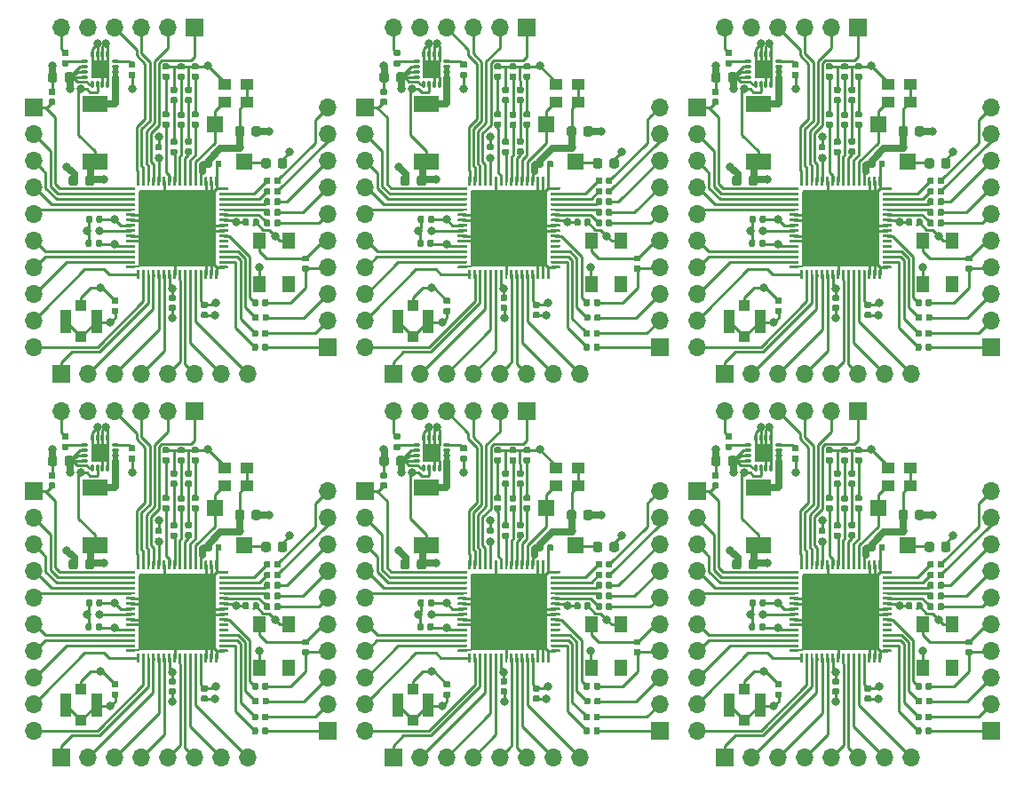
<source format=gbr>
G04 #@! TF.GenerationSoftware,KiCad,Pcbnew,5.1.4-e60b266~84~ubuntu18.04.1*
G04 #@! TF.CreationDate,2019-10-14T21:09:32+02:00*
G04 #@! TF.ProjectId,panel,70616e65-6c2e-46b6-9963-61645f706362,rev?*
G04 #@! TF.SameCoordinates,Original*
G04 #@! TF.FileFunction,Copper,L1,Top*
G04 #@! TF.FilePolarity,Positive*
%FSLAX46Y46*%
G04 Gerber Fmt 4.6, Leading zero omitted, Abs format (unit mm)*
G04 Created by KiCad (PCBNEW 5.1.4-e60b266~84~ubuntu18.04.1) date 2019-10-14 21:09:32*
%MOMM*%
%LPD*%
G04 APERTURE LIST*
%ADD10C,0.100000*%
%ADD11C,0.590000*%
%ADD12R,1.700000X1.700000*%
%ADD13O,1.700000X1.700000*%
%ADD14R,1.300000X1.100000*%
%ADD15R,1.800000X1.800000*%
%ADD16O,0.300000X0.750000*%
%ADD17O,0.750000X0.300000*%
%ADD18R,1.500000X1.500000*%
%ADD19C,0.875000*%
%ADD20R,1.000000X1.000000*%
%ADD21R,1.050000X2.200000*%
%ADD22C,0.250000*%
%ADD23C,0.500000*%
%ADD24C,7.300000*%
%ADD25R,1.200000X1.500000*%
%ADD26R,2.400000X1.500000*%
%ADD27C,0.800000*%
%ADD28C,0.250000*%
%ADD29C,0.700000*%
%ADD30C,0.200000*%
%ADD31C,0.500000*%
G04 APERTURE END LIST*
D10*
G36*
X150808958Y-84668710D02*
G01*
X150823276Y-84670834D01*
X150837317Y-84674351D01*
X150850946Y-84679228D01*
X150864031Y-84685417D01*
X150876447Y-84692858D01*
X150888073Y-84701481D01*
X150898798Y-84711202D01*
X150908519Y-84721927D01*
X150917142Y-84733553D01*
X150924583Y-84745969D01*
X150930772Y-84759054D01*
X150935649Y-84772683D01*
X150939166Y-84786724D01*
X150941290Y-84801042D01*
X150942000Y-84815500D01*
X150942000Y-85110500D01*
X150941290Y-85124958D01*
X150939166Y-85139276D01*
X150935649Y-85153317D01*
X150930772Y-85166946D01*
X150924583Y-85180031D01*
X150917142Y-85192447D01*
X150908519Y-85204073D01*
X150898798Y-85214798D01*
X150888073Y-85224519D01*
X150876447Y-85233142D01*
X150864031Y-85240583D01*
X150850946Y-85246772D01*
X150837317Y-85251649D01*
X150823276Y-85255166D01*
X150808958Y-85257290D01*
X150794500Y-85258000D01*
X150449500Y-85258000D01*
X150435042Y-85257290D01*
X150420724Y-85255166D01*
X150406683Y-85251649D01*
X150393054Y-85246772D01*
X150379969Y-85240583D01*
X150367553Y-85233142D01*
X150355927Y-85224519D01*
X150345202Y-85214798D01*
X150335481Y-85204073D01*
X150326858Y-85192447D01*
X150319417Y-85180031D01*
X150313228Y-85166946D01*
X150308351Y-85153317D01*
X150304834Y-85139276D01*
X150302710Y-85124958D01*
X150302000Y-85110500D01*
X150302000Y-84815500D01*
X150302710Y-84801042D01*
X150304834Y-84786724D01*
X150308351Y-84772683D01*
X150313228Y-84759054D01*
X150319417Y-84745969D01*
X150326858Y-84733553D01*
X150335481Y-84721927D01*
X150345202Y-84711202D01*
X150355927Y-84701481D01*
X150367553Y-84692858D01*
X150379969Y-84685417D01*
X150393054Y-84679228D01*
X150406683Y-84674351D01*
X150420724Y-84670834D01*
X150435042Y-84668710D01*
X150449500Y-84668000D01*
X150794500Y-84668000D01*
X150808958Y-84668710D01*
X150808958Y-84668710D01*
G37*
D11*
X150622000Y-84963000D03*
D10*
G36*
X150808958Y-85638710D02*
G01*
X150823276Y-85640834D01*
X150837317Y-85644351D01*
X150850946Y-85649228D01*
X150864031Y-85655417D01*
X150876447Y-85662858D01*
X150888073Y-85671481D01*
X150898798Y-85681202D01*
X150908519Y-85691927D01*
X150917142Y-85703553D01*
X150924583Y-85715969D01*
X150930772Y-85729054D01*
X150935649Y-85742683D01*
X150939166Y-85756724D01*
X150941290Y-85771042D01*
X150942000Y-85785500D01*
X150942000Y-86080500D01*
X150941290Y-86094958D01*
X150939166Y-86109276D01*
X150935649Y-86123317D01*
X150930772Y-86136946D01*
X150924583Y-86150031D01*
X150917142Y-86162447D01*
X150908519Y-86174073D01*
X150898798Y-86184798D01*
X150888073Y-86194519D01*
X150876447Y-86203142D01*
X150864031Y-86210583D01*
X150850946Y-86216772D01*
X150837317Y-86221649D01*
X150823276Y-86225166D01*
X150808958Y-86227290D01*
X150794500Y-86228000D01*
X150449500Y-86228000D01*
X150435042Y-86227290D01*
X150420724Y-86225166D01*
X150406683Y-86221649D01*
X150393054Y-86216772D01*
X150379969Y-86210583D01*
X150367553Y-86203142D01*
X150355927Y-86194519D01*
X150345202Y-86184798D01*
X150335481Y-86174073D01*
X150326858Y-86162447D01*
X150319417Y-86150031D01*
X150313228Y-86136946D01*
X150308351Y-86123317D01*
X150304834Y-86109276D01*
X150302710Y-86094958D01*
X150302000Y-86080500D01*
X150302000Y-85785500D01*
X150302710Y-85771042D01*
X150304834Y-85756724D01*
X150308351Y-85742683D01*
X150313228Y-85729054D01*
X150319417Y-85715969D01*
X150326858Y-85703553D01*
X150335481Y-85691927D01*
X150345202Y-85681202D01*
X150355927Y-85671481D01*
X150367553Y-85662858D01*
X150379969Y-85655417D01*
X150393054Y-85649228D01*
X150406683Y-85644351D01*
X150420724Y-85640834D01*
X150435042Y-85638710D01*
X150449500Y-85638000D01*
X150794500Y-85638000D01*
X150808958Y-85638710D01*
X150808958Y-85638710D01*
G37*
D11*
X150622000Y-85933000D03*
D10*
G36*
X163682358Y-98715310D02*
G01*
X163696676Y-98717434D01*
X163710717Y-98720951D01*
X163724346Y-98725828D01*
X163737431Y-98732017D01*
X163749847Y-98739458D01*
X163761473Y-98748081D01*
X163772198Y-98757802D01*
X163781919Y-98768527D01*
X163790542Y-98780153D01*
X163797983Y-98792569D01*
X163804172Y-98805654D01*
X163809049Y-98819283D01*
X163812566Y-98833324D01*
X163814690Y-98847642D01*
X163815400Y-98862100D01*
X163815400Y-99207100D01*
X163814690Y-99221558D01*
X163812566Y-99235876D01*
X163809049Y-99249917D01*
X163804172Y-99263546D01*
X163797983Y-99276631D01*
X163790542Y-99289047D01*
X163781919Y-99300673D01*
X163772198Y-99311398D01*
X163761473Y-99321119D01*
X163749847Y-99329742D01*
X163737431Y-99337183D01*
X163724346Y-99343372D01*
X163710717Y-99348249D01*
X163696676Y-99351766D01*
X163682358Y-99353890D01*
X163667900Y-99354600D01*
X163372900Y-99354600D01*
X163358442Y-99353890D01*
X163344124Y-99351766D01*
X163330083Y-99348249D01*
X163316454Y-99343372D01*
X163303369Y-99337183D01*
X163290953Y-99329742D01*
X163279327Y-99321119D01*
X163268602Y-99311398D01*
X163258881Y-99300673D01*
X163250258Y-99289047D01*
X163242817Y-99276631D01*
X163236628Y-99263546D01*
X163231751Y-99249917D01*
X163228234Y-99235876D01*
X163226110Y-99221558D01*
X163225400Y-99207100D01*
X163225400Y-98862100D01*
X163226110Y-98847642D01*
X163228234Y-98833324D01*
X163231751Y-98819283D01*
X163236628Y-98805654D01*
X163242817Y-98792569D01*
X163250258Y-98780153D01*
X163258881Y-98768527D01*
X163268602Y-98757802D01*
X163279327Y-98748081D01*
X163290953Y-98739458D01*
X163303369Y-98732017D01*
X163316454Y-98725828D01*
X163330083Y-98720951D01*
X163344124Y-98717434D01*
X163358442Y-98715310D01*
X163372900Y-98714600D01*
X163667900Y-98714600D01*
X163682358Y-98715310D01*
X163682358Y-98715310D01*
G37*
D11*
X163520400Y-99034600D03*
D10*
G36*
X164652358Y-98715310D02*
G01*
X164666676Y-98717434D01*
X164680717Y-98720951D01*
X164694346Y-98725828D01*
X164707431Y-98732017D01*
X164719847Y-98739458D01*
X164731473Y-98748081D01*
X164742198Y-98757802D01*
X164751919Y-98768527D01*
X164760542Y-98780153D01*
X164767983Y-98792569D01*
X164774172Y-98805654D01*
X164779049Y-98819283D01*
X164782566Y-98833324D01*
X164784690Y-98847642D01*
X164785400Y-98862100D01*
X164785400Y-99207100D01*
X164784690Y-99221558D01*
X164782566Y-99235876D01*
X164779049Y-99249917D01*
X164774172Y-99263546D01*
X164767983Y-99276631D01*
X164760542Y-99289047D01*
X164751919Y-99300673D01*
X164742198Y-99311398D01*
X164731473Y-99321119D01*
X164719847Y-99329742D01*
X164707431Y-99337183D01*
X164694346Y-99343372D01*
X164680717Y-99348249D01*
X164666676Y-99351766D01*
X164652358Y-99353890D01*
X164637900Y-99354600D01*
X164342900Y-99354600D01*
X164328442Y-99353890D01*
X164314124Y-99351766D01*
X164300083Y-99348249D01*
X164286454Y-99343372D01*
X164273369Y-99337183D01*
X164260953Y-99329742D01*
X164249327Y-99321119D01*
X164238602Y-99311398D01*
X164228881Y-99300673D01*
X164220258Y-99289047D01*
X164212817Y-99276631D01*
X164206628Y-99263546D01*
X164201751Y-99249917D01*
X164198234Y-99235876D01*
X164196110Y-99221558D01*
X164195400Y-99207100D01*
X164195400Y-98862100D01*
X164196110Y-98847642D01*
X164198234Y-98833324D01*
X164201751Y-98819283D01*
X164206628Y-98805654D01*
X164212817Y-98792569D01*
X164220258Y-98780153D01*
X164228881Y-98768527D01*
X164238602Y-98757802D01*
X164249327Y-98748081D01*
X164260953Y-98739458D01*
X164273369Y-98732017D01*
X164286454Y-98725828D01*
X164300083Y-98720951D01*
X164314124Y-98717434D01*
X164328442Y-98715310D01*
X164342900Y-98714600D01*
X164637900Y-98714600D01*
X164652358Y-98715310D01*
X164652358Y-98715310D01*
G37*
D11*
X164490400Y-99034600D03*
D12*
X143891000Y-114427000D03*
D13*
X146431000Y-114427000D03*
X148971000Y-114427000D03*
X151511000Y-114427000D03*
X154051000Y-114427000D03*
X156591000Y-114427000D03*
X159131000Y-114427000D03*
X161671000Y-114427000D03*
D14*
X161544000Y-88518000D03*
X159444000Y-88518000D03*
X159444000Y-86868000D03*
X161544000Y-86868000D03*
D10*
G36*
X155507958Y-85811710D02*
G01*
X155522276Y-85813834D01*
X155536317Y-85817351D01*
X155549946Y-85822228D01*
X155563031Y-85828417D01*
X155575447Y-85835858D01*
X155587073Y-85844481D01*
X155597798Y-85854202D01*
X155607519Y-85864927D01*
X155616142Y-85876553D01*
X155623583Y-85888969D01*
X155629772Y-85902054D01*
X155634649Y-85915683D01*
X155638166Y-85929724D01*
X155640290Y-85944042D01*
X155641000Y-85958500D01*
X155641000Y-86253500D01*
X155640290Y-86267958D01*
X155638166Y-86282276D01*
X155634649Y-86296317D01*
X155629772Y-86309946D01*
X155623583Y-86323031D01*
X155616142Y-86335447D01*
X155607519Y-86347073D01*
X155597798Y-86357798D01*
X155587073Y-86367519D01*
X155575447Y-86376142D01*
X155563031Y-86383583D01*
X155549946Y-86389772D01*
X155536317Y-86394649D01*
X155522276Y-86398166D01*
X155507958Y-86400290D01*
X155493500Y-86401000D01*
X155148500Y-86401000D01*
X155134042Y-86400290D01*
X155119724Y-86398166D01*
X155105683Y-86394649D01*
X155092054Y-86389772D01*
X155078969Y-86383583D01*
X155066553Y-86376142D01*
X155054927Y-86367519D01*
X155044202Y-86357798D01*
X155034481Y-86347073D01*
X155025858Y-86335447D01*
X155018417Y-86323031D01*
X155012228Y-86309946D01*
X155007351Y-86296317D01*
X155003834Y-86282276D01*
X155001710Y-86267958D01*
X155001000Y-86253500D01*
X155001000Y-85958500D01*
X155001710Y-85944042D01*
X155003834Y-85929724D01*
X155007351Y-85915683D01*
X155012228Y-85902054D01*
X155018417Y-85888969D01*
X155025858Y-85876553D01*
X155034481Y-85864927D01*
X155044202Y-85854202D01*
X155054927Y-85844481D01*
X155066553Y-85835858D01*
X155078969Y-85828417D01*
X155092054Y-85822228D01*
X155105683Y-85817351D01*
X155119724Y-85813834D01*
X155134042Y-85811710D01*
X155148500Y-85811000D01*
X155493500Y-85811000D01*
X155507958Y-85811710D01*
X155507958Y-85811710D01*
G37*
D11*
X155321000Y-86106000D03*
D10*
G36*
X155507958Y-84841710D02*
G01*
X155522276Y-84843834D01*
X155536317Y-84847351D01*
X155549946Y-84852228D01*
X155563031Y-84858417D01*
X155575447Y-84865858D01*
X155587073Y-84874481D01*
X155597798Y-84884202D01*
X155607519Y-84894927D01*
X155616142Y-84906553D01*
X155623583Y-84918969D01*
X155629772Y-84932054D01*
X155634649Y-84945683D01*
X155638166Y-84959724D01*
X155640290Y-84974042D01*
X155641000Y-84988500D01*
X155641000Y-85283500D01*
X155640290Y-85297958D01*
X155638166Y-85312276D01*
X155634649Y-85326317D01*
X155629772Y-85339946D01*
X155623583Y-85353031D01*
X155616142Y-85365447D01*
X155607519Y-85377073D01*
X155597798Y-85387798D01*
X155587073Y-85397519D01*
X155575447Y-85406142D01*
X155563031Y-85413583D01*
X155549946Y-85419772D01*
X155536317Y-85424649D01*
X155522276Y-85428166D01*
X155507958Y-85430290D01*
X155493500Y-85431000D01*
X155148500Y-85431000D01*
X155134042Y-85430290D01*
X155119724Y-85428166D01*
X155105683Y-85424649D01*
X155092054Y-85419772D01*
X155078969Y-85413583D01*
X155066553Y-85406142D01*
X155054927Y-85397519D01*
X155044202Y-85387798D01*
X155034481Y-85377073D01*
X155025858Y-85365447D01*
X155018417Y-85353031D01*
X155012228Y-85339946D01*
X155007351Y-85326317D01*
X155003834Y-85312276D01*
X155001710Y-85297958D01*
X155001000Y-85283500D01*
X155001000Y-84988500D01*
X155001710Y-84974042D01*
X155003834Y-84959724D01*
X155007351Y-84945683D01*
X155012228Y-84932054D01*
X155018417Y-84918969D01*
X155025858Y-84906553D01*
X155034481Y-84894927D01*
X155044202Y-84884202D01*
X155054927Y-84874481D01*
X155066553Y-84865858D01*
X155078969Y-84858417D01*
X155092054Y-84852228D01*
X155105683Y-84847351D01*
X155119724Y-84843834D01*
X155134042Y-84841710D01*
X155148500Y-84841000D01*
X155493500Y-84841000D01*
X155507958Y-84841710D01*
X155507958Y-84841710D01*
G37*
D11*
X155321000Y-85136000D03*
D10*
G36*
X154047458Y-89413710D02*
G01*
X154061776Y-89415834D01*
X154075817Y-89419351D01*
X154089446Y-89424228D01*
X154102531Y-89430417D01*
X154114947Y-89437858D01*
X154126573Y-89446481D01*
X154137298Y-89456202D01*
X154147019Y-89466927D01*
X154155642Y-89478553D01*
X154163083Y-89490969D01*
X154169272Y-89504054D01*
X154174149Y-89517683D01*
X154177666Y-89531724D01*
X154179790Y-89546042D01*
X154180500Y-89560500D01*
X154180500Y-89855500D01*
X154179790Y-89869958D01*
X154177666Y-89884276D01*
X154174149Y-89898317D01*
X154169272Y-89911946D01*
X154163083Y-89925031D01*
X154155642Y-89937447D01*
X154147019Y-89949073D01*
X154137298Y-89959798D01*
X154126573Y-89969519D01*
X154114947Y-89978142D01*
X154102531Y-89985583D01*
X154089446Y-89991772D01*
X154075817Y-89996649D01*
X154061776Y-90000166D01*
X154047458Y-90002290D01*
X154033000Y-90003000D01*
X153688000Y-90003000D01*
X153673542Y-90002290D01*
X153659224Y-90000166D01*
X153645183Y-89996649D01*
X153631554Y-89991772D01*
X153618469Y-89985583D01*
X153606053Y-89978142D01*
X153594427Y-89969519D01*
X153583702Y-89959798D01*
X153573981Y-89949073D01*
X153565358Y-89937447D01*
X153557917Y-89925031D01*
X153551728Y-89911946D01*
X153546851Y-89898317D01*
X153543334Y-89884276D01*
X153541210Y-89869958D01*
X153540500Y-89855500D01*
X153540500Y-89560500D01*
X153541210Y-89546042D01*
X153543334Y-89531724D01*
X153546851Y-89517683D01*
X153551728Y-89504054D01*
X153557917Y-89490969D01*
X153565358Y-89478553D01*
X153573981Y-89466927D01*
X153583702Y-89456202D01*
X153594427Y-89446481D01*
X153606053Y-89437858D01*
X153618469Y-89430417D01*
X153631554Y-89424228D01*
X153645183Y-89419351D01*
X153659224Y-89415834D01*
X153673542Y-89413710D01*
X153688000Y-89413000D01*
X154033000Y-89413000D01*
X154047458Y-89413710D01*
X154047458Y-89413710D01*
G37*
D11*
X153860500Y-89708000D03*
D10*
G36*
X154047458Y-90383710D02*
G01*
X154061776Y-90385834D01*
X154075817Y-90389351D01*
X154089446Y-90394228D01*
X154102531Y-90400417D01*
X154114947Y-90407858D01*
X154126573Y-90416481D01*
X154137298Y-90426202D01*
X154147019Y-90436927D01*
X154155642Y-90448553D01*
X154163083Y-90460969D01*
X154169272Y-90474054D01*
X154174149Y-90487683D01*
X154177666Y-90501724D01*
X154179790Y-90516042D01*
X154180500Y-90530500D01*
X154180500Y-90825500D01*
X154179790Y-90839958D01*
X154177666Y-90854276D01*
X154174149Y-90868317D01*
X154169272Y-90881946D01*
X154163083Y-90895031D01*
X154155642Y-90907447D01*
X154147019Y-90919073D01*
X154137298Y-90929798D01*
X154126573Y-90939519D01*
X154114947Y-90948142D01*
X154102531Y-90955583D01*
X154089446Y-90961772D01*
X154075817Y-90966649D01*
X154061776Y-90970166D01*
X154047458Y-90972290D01*
X154033000Y-90973000D01*
X153688000Y-90973000D01*
X153673542Y-90972290D01*
X153659224Y-90970166D01*
X153645183Y-90966649D01*
X153631554Y-90961772D01*
X153618469Y-90955583D01*
X153606053Y-90948142D01*
X153594427Y-90939519D01*
X153583702Y-90929798D01*
X153573981Y-90919073D01*
X153565358Y-90907447D01*
X153557917Y-90895031D01*
X153551728Y-90881946D01*
X153546851Y-90868317D01*
X153543334Y-90854276D01*
X153541210Y-90839958D01*
X153540500Y-90825500D01*
X153540500Y-90530500D01*
X153541210Y-90516042D01*
X153543334Y-90501724D01*
X153546851Y-90487683D01*
X153551728Y-90474054D01*
X153557917Y-90460969D01*
X153565358Y-90448553D01*
X153573981Y-90436927D01*
X153583702Y-90426202D01*
X153594427Y-90416481D01*
X153606053Y-90407858D01*
X153618469Y-90400417D01*
X153631554Y-90394228D01*
X153645183Y-90389351D01*
X153659224Y-90385834D01*
X153673542Y-90383710D01*
X153688000Y-90383000D01*
X154033000Y-90383000D01*
X154047458Y-90383710D01*
X154047458Y-90383710D01*
G37*
D11*
X153860500Y-90678000D03*
D10*
G36*
X143188958Y-87254710D02*
G01*
X143203276Y-87256834D01*
X143217317Y-87260351D01*
X143230946Y-87265228D01*
X143244031Y-87271417D01*
X143256447Y-87278858D01*
X143268073Y-87287481D01*
X143278798Y-87297202D01*
X143288519Y-87307927D01*
X143297142Y-87319553D01*
X143304583Y-87331969D01*
X143310772Y-87345054D01*
X143315649Y-87358683D01*
X143319166Y-87372724D01*
X143321290Y-87387042D01*
X143322000Y-87401500D01*
X143322000Y-87696500D01*
X143321290Y-87710958D01*
X143319166Y-87725276D01*
X143315649Y-87739317D01*
X143310772Y-87752946D01*
X143304583Y-87766031D01*
X143297142Y-87778447D01*
X143288519Y-87790073D01*
X143278798Y-87800798D01*
X143268073Y-87810519D01*
X143256447Y-87819142D01*
X143244031Y-87826583D01*
X143230946Y-87832772D01*
X143217317Y-87837649D01*
X143203276Y-87841166D01*
X143188958Y-87843290D01*
X143174500Y-87844000D01*
X142829500Y-87844000D01*
X142815042Y-87843290D01*
X142800724Y-87841166D01*
X142786683Y-87837649D01*
X142773054Y-87832772D01*
X142759969Y-87826583D01*
X142747553Y-87819142D01*
X142735927Y-87810519D01*
X142725202Y-87800798D01*
X142715481Y-87790073D01*
X142706858Y-87778447D01*
X142699417Y-87766031D01*
X142693228Y-87752946D01*
X142688351Y-87739317D01*
X142684834Y-87725276D01*
X142682710Y-87710958D01*
X142682000Y-87696500D01*
X142682000Y-87401500D01*
X142682710Y-87387042D01*
X142684834Y-87372724D01*
X142688351Y-87358683D01*
X142693228Y-87345054D01*
X142699417Y-87331969D01*
X142706858Y-87319553D01*
X142715481Y-87307927D01*
X142725202Y-87297202D01*
X142735927Y-87287481D01*
X142747553Y-87278858D01*
X142759969Y-87271417D01*
X142773054Y-87265228D01*
X142786683Y-87260351D01*
X142800724Y-87256834D01*
X142815042Y-87254710D01*
X142829500Y-87254000D01*
X143174500Y-87254000D01*
X143188958Y-87254710D01*
X143188958Y-87254710D01*
G37*
D11*
X143002000Y-87549000D03*
D10*
G36*
X143188958Y-88224710D02*
G01*
X143203276Y-88226834D01*
X143217317Y-88230351D01*
X143230946Y-88235228D01*
X143244031Y-88241417D01*
X143256447Y-88248858D01*
X143268073Y-88257481D01*
X143278798Y-88267202D01*
X143288519Y-88277927D01*
X143297142Y-88289553D01*
X143304583Y-88301969D01*
X143310772Y-88315054D01*
X143315649Y-88328683D01*
X143319166Y-88342724D01*
X143321290Y-88357042D01*
X143322000Y-88371500D01*
X143322000Y-88666500D01*
X143321290Y-88680958D01*
X143319166Y-88695276D01*
X143315649Y-88709317D01*
X143310772Y-88722946D01*
X143304583Y-88736031D01*
X143297142Y-88748447D01*
X143288519Y-88760073D01*
X143278798Y-88770798D01*
X143268073Y-88780519D01*
X143256447Y-88789142D01*
X143244031Y-88796583D01*
X143230946Y-88802772D01*
X143217317Y-88807649D01*
X143203276Y-88811166D01*
X143188958Y-88813290D01*
X143174500Y-88814000D01*
X142829500Y-88814000D01*
X142815042Y-88813290D01*
X142800724Y-88811166D01*
X142786683Y-88807649D01*
X142773054Y-88802772D01*
X142759969Y-88796583D01*
X142747553Y-88789142D01*
X142735927Y-88780519D01*
X142725202Y-88770798D01*
X142715481Y-88760073D01*
X142706858Y-88748447D01*
X142699417Y-88736031D01*
X142693228Y-88722946D01*
X142688351Y-88709317D01*
X142684834Y-88695276D01*
X142682710Y-88680958D01*
X142682000Y-88666500D01*
X142682000Y-88371500D01*
X142682710Y-88357042D01*
X142684834Y-88342724D01*
X142688351Y-88328683D01*
X142693228Y-88315054D01*
X142699417Y-88301969D01*
X142706858Y-88289553D01*
X142715481Y-88277927D01*
X142725202Y-88267202D01*
X142735927Y-88257481D01*
X142747553Y-88248858D01*
X142759969Y-88241417D01*
X142773054Y-88235228D01*
X142786683Y-88230351D01*
X142800724Y-88226834D01*
X142815042Y-88224710D01*
X142829500Y-88224000D01*
X143174500Y-88224000D01*
X143188958Y-88224710D01*
X143188958Y-88224710D01*
G37*
D11*
X143002000Y-88519000D03*
D10*
G36*
X163511758Y-107325910D02*
G01*
X163526076Y-107328034D01*
X163540117Y-107331551D01*
X163553746Y-107336428D01*
X163566831Y-107342617D01*
X163579247Y-107350058D01*
X163590873Y-107358681D01*
X163601598Y-107368402D01*
X163611319Y-107379127D01*
X163619942Y-107390753D01*
X163627383Y-107403169D01*
X163633572Y-107416254D01*
X163638449Y-107429883D01*
X163641966Y-107443924D01*
X163644090Y-107458242D01*
X163644800Y-107472700D01*
X163644800Y-107817700D01*
X163644090Y-107832158D01*
X163641966Y-107846476D01*
X163638449Y-107860517D01*
X163633572Y-107874146D01*
X163627383Y-107887231D01*
X163619942Y-107899647D01*
X163611319Y-107911273D01*
X163601598Y-107921998D01*
X163590873Y-107931719D01*
X163579247Y-107940342D01*
X163566831Y-107947783D01*
X163553746Y-107953972D01*
X163540117Y-107958849D01*
X163526076Y-107962366D01*
X163511758Y-107964490D01*
X163497300Y-107965200D01*
X163202300Y-107965200D01*
X163187842Y-107964490D01*
X163173524Y-107962366D01*
X163159483Y-107958849D01*
X163145854Y-107953972D01*
X163132769Y-107947783D01*
X163120353Y-107940342D01*
X163108727Y-107931719D01*
X163098002Y-107921998D01*
X163088281Y-107911273D01*
X163079658Y-107899647D01*
X163072217Y-107887231D01*
X163066028Y-107874146D01*
X163061151Y-107860517D01*
X163057634Y-107846476D01*
X163055510Y-107832158D01*
X163054800Y-107817700D01*
X163054800Y-107472700D01*
X163055510Y-107458242D01*
X163057634Y-107443924D01*
X163061151Y-107429883D01*
X163066028Y-107416254D01*
X163072217Y-107403169D01*
X163079658Y-107390753D01*
X163088281Y-107379127D01*
X163098002Y-107368402D01*
X163108727Y-107358681D01*
X163120353Y-107350058D01*
X163132769Y-107342617D01*
X163145854Y-107336428D01*
X163159483Y-107331551D01*
X163173524Y-107328034D01*
X163187842Y-107325910D01*
X163202300Y-107325200D01*
X163497300Y-107325200D01*
X163511758Y-107325910D01*
X163511758Y-107325910D01*
G37*
D11*
X163349800Y-107645200D03*
D10*
G36*
X162541758Y-107325910D02*
G01*
X162556076Y-107328034D01*
X162570117Y-107331551D01*
X162583746Y-107336428D01*
X162596831Y-107342617D01*
X162609247Y-107350058D01*
X162620873Y-107358681D01*
X162631598Y-107368402D01*
X162641319Y-107379127D01*
X162649942Y-107390753D01*
X162657383Y-107403169D01*
X162663572Y-107416254D01*
X162668449Y-107429883D01*
X162671966Y-107443924D01*
X162674090Y-107458242D01*
X162674800Y-107472700D01*
X162674800Y-107817700D01*
X162674090Y-107832158D01*
X162671966Y-107846476D01*
X162668449Y-107860517D01*
X162663572Y-107874146D01*
X162657383Y-107887231D01*
X162649942Y-107899647D01*
X162641319Y-107911273D01*
X162631598Y-107921998D01*
X162620873Y-107931719D01*
X162609247Y-107940342D01*
X162596831Y-107947783D01*
X162583746Y-107953972D01*
X162570117Y-107958849D01*
X162556076Y-107962366D01*
X162541758Y-107964490D01*
X162527300Y-107965200D01*
X162232300Y-107965200D01*
X162217842Y-107964490D01*
X162203524Y-107962366D01*
X162189483Y-107958849D01*
X162175854Y-107953972D01*
X162162769Y-107947783D01*
X162150353Y-107940342D01*
X162138727Y-107931719D01*
X162128002Y-107921998D01*
X162118281Y-107911273D01*
X162109658Y-107899647D01*
X162102217Y-107887231D01*
X162096028Y-107874146D01*
X162091151Y-107860517D01*
X162087634Y-107846476D01*
X162085510Y-107832158D01*
X162084800Y-107817700D01*
X162084800Y-107472700D01*
X162085510Y-107458242D01*
X162087634Y-107443924D01*
X162091151Y-107429883D01*
X162096028Y-107416254D01*
X162102217Y-107403169D01*
X162109658Y-107390753D01*
X162118281Y-107379127D01*
X162128002Y-107368402D01*
X162138727Y-107358681D01*
X162150353Y-107350058D01*
X162162769Y-107342617D01*
X162175854Y-107336428D01*
X162189483Y-107331551D01*
X162203524Y-107328034D01*
X162217842Y-107325910D01*
X162232300Y-107325200D01*
X162527300Y-107325200D01*
X162541758Y-107325910D01*
X162541758Y-107325910D01*
G37*
D11*
X162379800Y-107645200D03*
D13*
X141224000Y-111887000D03*
X141224000Y-109347000D03*
X141224000Y-106807000D03*
X141224000Y-104267000D03*
X141224000Y-101727000D03*
X141224000Y-99187000D03*
X141224000Y-96647000D03*
X141224000Y-94107000D03*
X141224000Y-91567000D03*
D12*
X141224000Y-89027000D03*
D10*
G36*
X156841458Y-89413710D02*
G01*
X156855776Y-89415834D01*
X156869817Y-89419351D01*
X156883446Y-89424228D01*
X156896531Y-89430417D01*
X156908947Y-89437858D01*
X156920573Y-89446481D01*
X156931298Y-89456202D01*
X156941019Y-89466927D01*
X156949642Y-89478553D01*
X156957083Y-89490969D01*
X156963272Y-89504054D01*
X156968149Y-89517683D01*
X156971666Y-89531724D01*
X156973790Y-89546042D01*
X156974500Y-89560500D01*
X156974500Y-89855500D01*
X156973790Y-89869958D01*
X156971666Y-89884276D01*
X156968149Y-89898317D01*
X156963272Y-89911946D01*
X156957083Y-89925031D01*
X156949642Y-89937447D01*
X156941019Y-89949073D01*
X156931298Y-89959798D01*
X156920573Y-89969519D01*
X156908947Y-89978142D01*
X156896531Y-89985583D01*
X156883446Y-89991772D01*
X156869817Y-89996649D01*
X156855776Y-90000166D01*
X156841458Y-90002290D01*
X156827000Y-90003000D01*
X156482000Y-90003000D01*
X156467542Y-90002290D01*
X156453224Y-90000166D01*
X156439183Y-89996649D01*
X156425554Y-89991772D01*
X156412469Y-89985583D01*
X156400053Y-89978142D01*
X156388427Y-89969519D01*
X156377702Y-89959798D01*
X156367981Y-89949073D01*
X156359358Y-89937447D01*
X156351917Y-89925031D01*
X156345728Y-89911946D01*
X156340851Y-89898317D01*
X156337334Y-89884276D01*
X156335210Y-89869958D01*
X156334500Y-89855500D01*
X156334500Y-89560500D01*
X156335210Y-89546042D01*
X156337334Y-89531724D01*
X156340851Y-89517683D01*
X156345728Y-89504054D01*
X156351917Y-89490969D01*
X156359358Y-89478553D01*
X156367981Y-89466927D01*
X156377702Y-89456202D01*
X156388427Y-89446481D01*
X156400053Y-89437858D01*
X156412469Y-89430417D01*
X156425554Y-89424228D01*
X156439183Y-89419351D01*
X156453224Y-89415834D01*
X156467542Y-89413710D01*
X156482000Y-89413000D01*
X156827000Y-89413000D01*
X156841458Y-89413710D01*
X156841458Y-89413710D01*
G37*
D11*
X156654500Y-89708000D03*
D10*
G36*
X156841458Y-90383710D02*
G01*
X156855776Y-90385834D01*
X156869817Y-90389351D01*
X156883446Y-90394228D01*
X156896531Y-90400417D01*
X156908947Y-90407858D01*
X156920573Y-90416481D01*
X156931298Y-90426202D01*
X156941019Y-90436927D01*
X156949642Y-90448553D01*
X156957083Y-90460969D01*
X156963272Y-90474054D01*
X156968149Y-90487683D01*
X156971666Y-90501724D01*
X156973790Y-90516042D01*
X156974500Y-90530500D01*
X156974500Y-90825500D01*
X156973790Y-90839958D01*
X156971666Y-90854276D01*
X156968149Y-90868317D01*
X156963272Y-90881946D01*
X156957083Y-90895031D01*
X156949642Y-90907447D01*
X156941019Y-90919073D01*
X156931298Y-90929798D01*
X156920573Y-90939519D01*
X156908947Y-90948142D01*
X156896531Y-90955583D01*
X156883446Y-90961772D01*
X156869817Y-90966649D01*
X156855776Y-90970166D01*
X156841458Y-90972290D01*
X156827000Y-90973000D01*
X156482000Y-90973000D01*
X156467542Y-90972290D01*
X156453224Y-90970166D01*
X156439183Y-90966649D01*
X156425554Y-90961772D01*
X156412469Y-90955583D01*
X156400053Y-90948142D01*
X156388427Y-90939519D01*
X156377702Y-90929798D01*
X156367981Y-90919073D01*
X156359358Y-90907447D01*
X156351917Y-90895031D01*
X156345728Y-90881946D01*
X156340851Y-90868317D01*
X156337334Y-90854276D01*
X156335210Y-90839958D01*
X156334500Y-90825500D01*
X156334500Y-90530500D01*
X156335210Y-90516042D01*
X156337334Y-90501724D01*
X156340851Y-90487683D01*
X156345728Y-90474054D01*
X156351917Y-90460969D01*
X156359358Y-90448553D01*
X156367981Y-90436927D01*
X156377702Y-90426202D01*
X156388427Y-90416481D01*
X156400053Y-90407858D01*
X156412469Y-90400417D01*
X156425554Y-90394228D01*
X156439183Y-90389351D01*
X156453224Y-90385834D01*
X156467542Y-90383710D01*
X156482000Y-90383000D01*
X156827000Y-90383000D01*
X156841458Y-90383710D01*
X156841458Y-90383710D01*
G37*
D11*
X156654500Y-90678000D03*
D10*
G36*
X167369758Y-104104510D02*
G01*
X167384076Y-104106634D01*
X167398117Y-104110151D01*
X167411746Y-104115028D01*
X167424831Y-104121217D01*
X167437247Y-104128658D01*
X167448873Y-104137281D01*
X167459598Y-104147002D01*
X167469319Y-104157727D01*
X167477942Y-104169353D01*
X167485383Y-104181769D01*
X167491572Y-104194854D01*
X167496449Y-104208483D01*
X167499966Y-104222524D01*
X167502090Y-104236842D01*
X167502800Y-104251300D01*
X167502800Y-104546300D01*
X167502090Y-104560758D01*
X167499966Y-104575076D01*
X167496449Y-104589117D01*
X167491572Y-104602746D01*
X167485383Y-104615831D01*
X167477942Y-104628247D01*
X167469319Y-104639873D01*
X167459598Y-104650598D01*
X167448873Y-104660319D01*
X167437247Y-104668942D01*
X167424831Y-104676383D01*
X167411746Y-104682572D01*
X167398117Y-104687449D01*
X167384076Y-104690966D01*
X167369758Y-104693090D01*
X167355300Y-104693800D01*
X167010300Y-104693800D01*
X166995842Y-104693090D01*
X166981524Y-104690966D01*
X166967483Y-104687449D01*
X166953854Y-104682572D01*
X166940769Y-104676383D01*
X166928353Y-104668942D01*
X166916727Y-104660319D01*
X166906002Y-104650598D01*
X166896281Y-104639873D01*
X166887658Y-104628247D01*
X166880217Y-104615831D01*
X166874028Y-104602746D01*
X166869151Y-104589117D01*
X166865634Y-104575076D01*
X166863510Y-104560758D01*
X166862800Y-104546300D01*
X166862800Y-104251300D01*
X166863510Y-104236842D01*
X166865634Y-104222524D01*
X166869151Y-104208483D01*
X166874028Y-104194854D01*
X166880217Y-104181769D01*
X166887658Y-104169353D01*
X166896281Y-104157727D01*
X166906002Y-104147002D01*
X166916727Y-104137281D01*
X166928353Y-104128658D01*
X166940769Y-104121217D01*
X166953854Y-104115028D01*
X166967483Y-104110151D01*
X166981524Y-104106634D01*
X166995842Y-104104510D01*
X167010300Y-104103800D01*
X167355300Y-104103800D01*
X167369758Y-104104510D01*
X167369758Y-104104510D01*
G37*
D11*
X167182800Y-104398800D03*
D10*
G36*
X167369758Y-103134510D02*
G01*
X167384076Y-103136634D01*
X167398117Y-103140151D01*
X167411746Y-103145028D01*
X167424831Y-103151217D01*
X167437247Y-103158658D01*
X167448873Y-103167281D01*
X167459598Y-103177002D01*
X167469319Y-103187727D01*
X167477942Y-103199353D01*
X167485383Y-103211769D01*
X167491572Y-103224854D01*
X167496449Y-103238483D01*
X167499966Y-103252524D01*
X167502090Y-103266842D01*
X167502800Y-103281300D01*
X167502800Y-103576300D01*
X167502090Y-103590758D01*
X167499966Y-103605076D01*
X167496449Y-103619117D01*
X167491572Y-103632746D01*
X167485383Y-103645831D01*
X167477942Y-103658247D01*
X167469319Y-103669873D01*
X167459598Y-103680598D01*
X167448873Y-103690319D01*
X167437247Y-103698942D01*
X167424831Y-103706383D01*
X167411746Y-103712572D01*
X167398117Y-103717449D01*
X167384076Y-103720966D01*
X167369758Y-103723090D01*
X167355300Y-103723800D01*
X167010300Y-103723800D01*
X166995842Y-103723090D01*
X166981524Y-103720966D01*
X166967483Y-103717449D01*
X166953854Y-103712572D01*
X166940769Y-103706383D01*
X166928353Y-103698942D01*
X166916727Y-103690319D01*
X166906002Y-103680598D01*
X166896281Y-103669873D01*
X166887658Y-103658247D01*
X166880217Y-103645831D01*
X166874028Y-103632746D01*
X166869151Y-103619117D01*
X166865634Y-103605076D01*
X166863510Y-103590758D01*
X166862800Y-103576300D01*
X166862800Y-103281300D01*
X166863510Y-103266842D01*
X166865634Y-103252524D01*
X166869151Y-103238483D01*
X166874028Y-103224854D01*
X166880217Y-103211769D01*
X166887658Y-103199353D01*
X166896281Y-103187727D01*
X166906002Y-103177002D01*
X166916727Y-103167281D01*
X166928353Y-103158658D01*
X166940769Y-103151217D01*
X166953854Y-103145028D01*
X166967483Y-103140151D01*
X166981524Y-103136634D01*
X166995842Y-103134510D01*
X167010300Y-103133800D01*
X167355300Y-103133800D01*
X167369758Y-103134510D01*
X167369758Y-103134510D01*
G37*
D11*
X167182800Y-103428800D03*
D10*
G36*
X163682358Y-96708710D02*
G01*
X163696676Y-96710834D01*
X163710717Y-96714351D01*
X163724346Y-96719228D01*
X163737431Y-96725417D01*
X163749847Y-96732858D01*
X163761473Y-96741481D01*
X163772198Y-96751202D01*
X163781919Y-96761927D01*
X163790542Y-96773553D01*
X163797983Y-96785969D01*
X163804172Y-96799054D01*
X163809049Y-96812683D01*
X163812566Y-96826724D01*
X163814690Y-96841042D01*
X163815400Y-96855500D01*
X163815400Y-97200500D01*
X163814690Y-97214958D01*
X163812566Y-97229276D01*
X163809049Y-97243317D01*
X163804172Y-97256946D01*
X163797983Y-97270031D01*
X163790542Y-97282447D01*
X163781919Y-97294073D01*
X163772198Y-97304798D01*
X163761473Y-97314519D01*
X163749847Y-97323142D01*
X163737431Y-97330583D01*
X163724346Y-97336772D01*
X163710717Y-97341649D01*
X163696676Y-97345166D01*
X163682358Y-97347290D01*
X163667900Y-97348000D01*
X163372900Y-97348000D01*
X163358442Y-97347290D01*
X163344124Y-97345166D01*
X163330083Y-97341649D01*
X163316454Y-97336772D01*
X163303369Y-97330583D01*
X163290953Y-97323142D01*
X163279327Y-97314519D01*
X163268602Y-97304798D01*
X163258881Y-97294073D01*
X163250258Y-97282447D01*
X163242817Y-97270031D01*
X163236628Y-97256946D01*
X163231751Y-97243317D01*
X163228234Y-97229276D01*
X163226110Y-97214958D01*
X163225400Y-97200500D01*
X163225400Y-96855500D01*
X163226110Y-96841042D01*
X163228234Y-96826724D01*
X163231751Y-96812683D01*
X163236628Y-96799054D01*
X163242817Y-96785969D01*
X163250258Y-96773553D01*
X163258881Y-96761927D01*
X163268602Y-96751202D01*
X163279327Y-96741481D01*
X163290953Y-96732858D01*
X163303369Y-96725417D01*
X163316454Y-96719228D01*
X163330083Y-96714351D01*
X163344124Y-96710834D01*
X163358442Y-96708710D01*
X163372900Y-96708000D01*
X163667900Y-96708000D01*
X163682358Y-96708710D01*
X163682358Y-96708710D01*
G37*
D11*
X163520400Y-97028000D03*
D10*
G36*
X164652358Y-96708710D02*
G01*
X164666676Y-96710834D01*
X164680717Y-96714351D01*
X164694346Y-96719228D01*
X164707431Y-96725417D01*
X164719847Y-96732858D01*
X164731473Y-96741481D01*
X164742198Y-96751202D01*
X164751919Y-96761927D01*
X164760542Y-96773553D01*
X164767983Y-96785969D01*
X164774172Y-96799054D01*
X164779049Y-96812683D01*
X164782566Y-96826724D01*
X164784690Y-96841042D01*
X164785400Y-96855500D01*
X164785400Y-97200500D01*
X164784690Y-97214958D01*
X164782566Y-97229276D01*
X164779049Y-97243317D01*
X164774172Y-97256946D01*
X164767983Y-97270031D01*
X164760542Y-97282447D01*
X164751919Y-97294073D01*
X164742198Y-97304798D01*
X164731473Y-97314519D01*
X164719847Y-97323142D01*
X164707431Y-97330583D01*
X164694346Y-97336772D01*
X164680717Y-97341649D01*
X164666676Y-97345166D01*
X164652358Y-97347290D01*
X164637900Y-97348000D01*
X164342900Y-97348000D01*
X164328442Y-97347290D01*
X164314124Y-97345166D01*
X164300083Y-97341649D01*
X164286454Y-97336772D01*
X164273369Y-97330583D01*
X164260953Y-97323142D01*
X164249327Y-97314519D01*
X164238602Y-97304798D01*
X164228881Y-97294073D01*
X164220258Y-97282447D01*
X164212817Y-97270031D01*
X164206628Y-97256946D01*
X164201751Y-97243317D01*
X164198234Y-97229276D01*
X164196110Y-97214958D01*
X164195400Y-97200500D01*
X164195400Y-96855500D01*
X164196110Y-96841042D01*
X164198234Y-96826724D01*
X164201751Y-96812683D01*
X164206628Y-96799054D01*
X164212817Y-96785969D01*
X164220258Y-96773553D01*
X164228881Y-96761927D01*
X164238602Y-96751202D01*
X164249327Y-96741481D01*
X164260953Y-96732858D01*
X164273369Y-96725417D01*
X164286454Y-96719228D01*
X164300083Y-96714351D01*
X164314124Y-96710834D01*
X164328442Y-96708710D01*
X164342900Y-96708000D01*
X164637900Y-96708000D01*
X164652358Y-96708710D01*
X164652358Y-96708710D01*
G37*
D11*
X164490400Y-97028000D03*
D10*
G36*
X157727918Y-108532010D02*
G01*
X157742236Y-108534134D01*
X157756277Y-108537651D01*
X157769906Y-108542528D01*
X157782991Y-108548717D01*
X157795407Y-108556158D01*
X157807033Y-108564781D01*
X157817758Y-108574502D01*
X157827479Y-108585227D01*
X157836102Y-108596853D01*
X157843543Y-108609269D01*
X157849732Y-108622354D01*
X157854609Y-108635983D01*
X157858126Y-108650024D01*
X157860250Y-108664342D01*
X157860960Y-108678800D01*
X157860960Y-108973800D01*
X157860250Y-108988258D01*
X157858126Y-109002576D01*
X157854609Y-109016617D01*
X157849732Y-109030246D01*
X157843543Y-109043331D01*
X157836102Y-109055747D01*
X157827479Y-109067373D01*
X157817758Y-109078098D01*
X157807033Y-109087819D01*
X157795407Y-109096442D01*
X157782991Y-109103883D01*
X157769906Y-109110072D01*
X157756277Y-109114949D01*
X157742236Y-109118466D01*
X157727918Y-109120590D01*
X157713460Y-109121300D01*
X157368460Y-109121300D01*
X157354002Y-109120590D01*
X157339684Y-109118466D01*
X157325643Y-109114949D01*
X157312014Y-109110072D01*
X157298929Y-109103883D01*
X157286513Y-109096442D01*
X157274887Y-109087819D01*
X157264162Y-109078098D01*
X157254441Y-109067373D01*
X157245818Y-109055747D01*
X157238377Y-109043331D01*
X157232188Y-109030246D01*
X157227311Y-109016617D01*
X157223794Y-109002576D01*
X157221670Y-108988258D01*
X157220960Y-108973800D01*
X157220960Y-108678800D01*
X157221670Y-108664342D01*
X157223794Y-108650024D01*
X157227311Y-108635983D01*
X157232188Y-108622354D01*
X157238377Y-108609269D01*
X157245818Y-108596853D01*
X157254441Y-108585227D01*
X157264162Y-108574502D01*
X157274887Y-108564781D01*
X157286513Y-108556158D01*
X157298929Y-108548717D01*
X157312014Y-108542528D01*
X157325643Y-108537651D01*
X157339684Y-108534134D01*
X157354002Y-108532010D01*
X157368460Y-108531300D01*
X157713460Y-108531300D01*
X157727918Y-108532010D01*
X157727918Y-108532010D01*
G37*
D11*
X157540960Y-108826300D03*
D10*
G36*
X157727918Y-107562010D02*
G01*
X157742236Y-107564134D01*
X157756277Y-107567651D01*
X157769906Y-107572528D01*
X157782991Y-107578717D01*
X157795407Y-107586158D01*
X157807033Y-107594781D01*
X157817758Y-107604502D01*
X157827479Y-107615227D01*
X157836102Y-107626853D01*
X157843543Y-107639269D01*
X157849732Y-107652354D01*
X157854609Y-107665983D01*
X157858126Y-107680024D01*
X157860250Y-107694342D01*
X157860960Y-107708800D01*
X157860960Y-108003800D01*
X157860250Y-108018258D01*
X157858126Y-108032576D01*
X157854609Y-108046617D01*
X157849732Y-108060246D01*
X157843543Y-108073331D01*
X157836102Y-108085747D01*
X157827479Y-108097373D01*
X157817758Y-108108098D01*
X157807033Y-108117819D01*
X157795407Y-108126442D01*
X157782991Y-108133883D01*
X157769906Y-108140072D01*
X157756277Y-108144949D01*
X157742236Y-108148466D01*
X157727918Y-108150590D01*
X157713460Y-108151300D01*
X157368460Y-108151300D01*
X157354002Y-108150590D01*
X157339684Y-108148466D01*
X157325643Y-108144949D01*
X157312014Y-108140072D01*
X157298929Y-108133883D01*
X157286513Y-108126442D01*
X157274887Y-108117819D01*
X157264162Y-108108098D01*
X157254441Y-108097373D01*
X157245818Y-108085747D01*
X157238377Y-108073331D01*
X157232188Y-108060246D01*
X157227311Y-108046617D01*
X157223794Y-108032576D01*
X157221670Y-108018258D01*
X157220960Y-108003800D01*
X157220960Y-107708800D01*
X157221670Y-107694342D01*
X157223794Y-107680024D01*
X157227311Y-107665983D01*
X157232188Y-107652354D01*
X157238377Y-107639269D01*
X157245818Y-107626853D01*
X157254441Y-107615227D01*
X157264162Y-107604502D01*
X157274887Y-107594781D01*
X157286513Y-107586158D01*
X157298929Y-107578717D01*
X157312014Y-107572528D01*
X157325643Y-107567651D01*
X157339684Y-107564134D01*
X157354002Y-107562010D01*
X157368460Y-107561300D01*
X157713460Y-107561300D01*
X157727918Y-107562010D01*
X157727918Y-107562010D01*
G37*
D11*
X157540960Y-107856300D03*
D10*
G36*
X162513958Y-110246910D02*
G01*
X162528276Y-110249034D01*
X162542317Y-110252551D01*
X162555946Y-110257428D01*
X162569031Y-110263617D01*
X162581447Y-110271058D01*
X162593073Y-110279681D01*
X162603798Y-110289402D01*
X162613519Y-110300127D01*
X162622142Y-110311753D01*
X162629583Y-110324169D01*
X162635772Y-110337254D01*
X162640649Y-110350883D01*
X162644166Y-110364924D01*
X162646290Y-110379242D01*
X162647000Y-110393700D01*
X162647000Y-110738700D01*
X162646290Y-110753158D01*
X162644166Y-110767476D01*
X162640649Y-110781517D01*
X162635772Y-110795146D01*
X162629583Y-110808231D01*
X162622142Y-110820647D01*
X162613519Y-110832273D01*
X162603798Y-110842998D01*
X162593073Y-110852719D01*
X162581447Y-110861342D01*
X162569031Y-110868783D01*
X162555946Y-110874972D01*
X162542317Y-110879849D01*
X162528276Y-110883366D01*
X162513958Y-110885490D01*
X162499500Y-110886200D01*
X162204500Y-110886200D01*
X162190042Y-110885490D01*
X162175724Y-110883366D01*
X162161683Y-110879849D01*
X162148054Y-110874972D01*
X162134969Y-110868783D01*
X162122553Y-110861342D01*
X162110927Y-110852719D01*
X162100202Y-110842998D01*
X162090481Y-110832273D01*
X162081858Y-110820647D01*
X162074417Y-110808231D01*
X162068228Y-110795146D01*
X162063351Y-110781517D01*
X162059834Y-110767476D01*
X162057710Y-110753158D01*
X162057000Y-110738700D01*
X162057000Y-110393700D01*
X162057710Y-110379242D01*
X162059834Y-110364924D01*
X162063351Y-110350883D01*
X162068228Y-110337254D01*
X162074417Y-110324169D01*
X162081858Y-110311753D01*
X162090481Y-110300127D01*
X162100202Y-110289402D01*
X162110927Y-110279681D01*
X162122553Y-110271058D01*
X162134969Y-110263617D01*
X162148054Y-110257428D01*
X162161683Y-110252551D01*
X162175724Y-110249034D01*
X162190042Y-110246910D01*
X162204500Y-110246200D01*
X162499500Y-110246200D01*
X162513958Y-110246910D01*
X162513958Y-110246910D01*
G37*
D11*
X162352000Y-110566200D03*
D10*
G36*
X163483958Y-110246910D02*
G01*
X163498276Y-110249034D01*
X163512317Y-110252551D01*
X163525946Y-110257428D01*
X163539031Y-110263617D01*
X163551447Y-110271058D01*
X163563073Y-110279681D01*
X163573798Y-110289402D01*
X163583519Y-110300127D01*
X163592142Y-110311753D01*
X163599583Y-110324169D01*
X163605772Y-110337254D01*
X163610649Y-110350883D01*
X163614166Y-110364924D01*
X163616290Y-110379242D01*
X163617000Y-110393700D01*
X163617000Y-110738700D01*
X163616290Y-110753158D01*
X163614166Y-110767476D01*
X163610649Y-110781517D01*
X163605772Y-110795146D01*
X163599583Y-110808231D01*
X163592142Y-110820647D01*
X163583519Y-110832273D01*
X163573798Y-110842998D01*
X163563073Y-110852719D01*
X163551447Y-110861342D01*
X163539031Y-110868783D01*
X163525946Y-110874972D01*
X163512317Y-110879849D01*
X163498276Y-110883366D01*
X163483958Y-110885490D01*
X163469500Y-110886200D01*
X163174500Y-110886200D01*
X163160042Y-110885490D01*
X163145724Y-110883366D01*
X163131683Y-110879849D01*
X163118054Y-110874972D01*
X163104969Y-110868783D01*
X163092553Y-110861342D01*
X163080927Y-110852719D01*
X163070202Y-110842998D01*
X163060481Y-110832273D01*
X163051858Y-110820647D01*
X163044417Y-110808231D01*
X163038228Y-110795146D01*
X163033351Y-110781517D01*
X163029834Y-110767476D01*
X163027710Y-110753158D01*
X163027000Y-110738700D01*
X163027000Y-110393700D01*
X163027710Y-110379242D01*
X163029834Y-110364924D01*
X163033351Y-110350883D01*
X163038228Y-110337254D01*
X163044417Y-110324169D01*
X163051858Y-110311753D01*
X163060481Y-110300127D01*
X163070202Y-110289402D01*
X163080927Y-110279681D01*
X163092553Y-110271058D01*
X163104969Y-110263617D01*
X163118054Y-110257428D01*
X163131683Y-110252551D01*
X163145724Y-110249034D01*
X163160042Y-110246910D01*
X163174500Y-110246200D01*
X163469500Y-110246200D01*
X163483958Y-110246910D01*
X163483958Y-110246910D01*
G37*
D11*
X163322000Y-110566200D03*
D10*
G36*
X159038958Y-94105210D02*
G01*
X159053276Y-94107334D01*
X159067317Y-94110851D01*
X159080946Y-94115728D01*
X159094031Y-94121917D01*
X159106447Y-94129358D01*
X159118073Y-94137981D01*
X159128798Y-94147702D01*
X159138519Y-94158427D01*
X159147142Y-94170053D01*
X159154583Y-94182469D01*
X159160772Y-94195554D01*
X159165649Y-94209183D01*
X159169166Y-94223224D01*
X159171290Y-94237542D01*
X159172000Y-94252000D01*
X159172000Y-94597000D01*
X159171290Y-94611458D01*
X159169166Y-94625776D01*
X159165649Y-94639817D01*
X159160772Y-94653446D01*
X159154583Y-94666531D01*
X159147142Y-94678947D01*
X159138519Y-94690573D01*
X159128798Y-94701298D01*
X159118073Y-94711019D01*
X159106447Y-94719642D01*
X159094031Y-94727083D01*
X159080946Y-94733272D01*
X159067317Y-94738149D01*
X159053276Y-94741666D01*
X159038958Y-94743790D01*
X159024500Y-94744500D01*
X158729500Y-94744500D01*
X158715042Y-94743790D01*
X158700724Y-94741666D01*
X158686683Y-94738149D01*
X158673054Y-94733272D01*
X158659969Y-94727083D01*
X158647553Y-94719642D01*
X158635927Y-94711019D01*
X158625202Y-94701298D01*
X158615481Y-94690573D01*
X158606858Y-94678947D01*
X158599417Y-94666531D01*
X158593228Y-94653446D01*
X158588351Y-94639817D01*
X158584834Y-94625776D01*
X158582710Y-94611458D01*
X158582000Y-94597000D01*
X158582000Y-94252000D01*
X158582710Y-94237542D01*
X158584834Y-94223224D01*
X158588351Y-94209183D01*
X158593228Y-94195554D01*
X158599417Y-94182469D01*
X158606858Y-94170053D01*
X158615481Y-94158427D01*
X158625202Y-94147702D01*
X158635927Y-94137981D01*
X158647553Y-94129358D01*
X158659969Y-94121917D01*
X158673054Y-94115728D01*
X158686683Y-94110851D01*
X158700724Y-94107334D01*
X158715042Y-94105210D01*
X158729500Y-94104500D01*
X159024500Y-94104500D01*
X159038958Y-94105210D01*
X159038958Y-94105210D01*
G37*
D11*
X158877000Y-94424500D03*
D10*
G36*
X158068958Y-94105210D02*
G01*
X158083276Y-94107334D01*
X158097317Y-94110851D01*
X158110946Y-94115728D01*
X158124031Y-94121917D01*
X158136447Y-94129358D01*
X158148073Y-94137981D01*
X158158798Y-94147702D01*
X158168519Y-94158427D01*
X158177142Y-94170053D01*
X158184583Y-94182469D01*
X158190772Y-94195554D01*
X158195649Y-94209183D01*
X158199166Y-94223224D01*
X158201290Y-94237542D01*
X158202000Y-94252000D01*
X158202000Y-94597000D01*
X158201290Y-94611458D01*
X158199166Y-94625776D01*
X158195649Y-94639817D01*
X158190772Y-94653446D01*
X158184583Y-94666531D01*
X158177142Y-94678947D01*
X158168519Y-94690573D01*
X158158798Y-94701298D01*
X158148073Y-94711019D01*
X158136447Y-94719642D01*
X158124031Y-94727083D01*
X158110946Y-94733272D01*
X158097317Y-94738149D01*
X158083276Y-94741666D01*
X158068958Y-94743790D01*
X158054500Y-94744500D01*
X157759500Y-94744500D01*
X157745042Y-94743790D01*
X157730724Y-94741666D01*
X157716683Y-94738149D01*
X157703054Y-94733272D01*
X157689969Y-94727083D01*
X157677553Y-94719642D01*
X157665927Y-94711019D01*
X157655202Y-94701298D01*
X157645481Y-94690573D01*
X157636858Y-94678947D01*
X157629417Y-94666531D01*
X157623228Y-94653446D01*
X157618351Y-94639817D01*
X157614834Y-94625776D01*
X157612710Y-94611458D01*
X157612000Y-94597000D01*
X157612000Y-94252000D01*
X157612710Y-94237542D01*
X157614834Y-94223224D01*
X157618351Y-94209183D01*
X157623228Y-94195554D01*
X157629417Y-94182469D01*
X157636858Y-94170053D01*
X157645481Y-94158427D01*
X157655202Y-94147702D01*
X157665927Y-94137981D01*
X157677553Y-94129358D01*
X157689969Y-94121917D01*
X157703054Y-94115728D01*
X157716683Y-94110851D01*
X157730724Y-94107334D01*
X157745042Y-94105210D01*
X157759500Y-94104500D01*
X158054500Y-94104500D01*
X158068958Y-94105210D01*
X158068958Y-94105210D01*
G37*
D11*
X157907000Y-94424500D03*
D10*
G36*
X146669158Y-101661710D02*
G01*
X146683476Y-101663834D01*
X146697517Y-101667351D01*
X146711146Y-101672228D01*
X146724231Y-101678417D01*
X146736647Y-101685858D01*
X146748273Y-101694481D01*
X146758998Y-101704202D01*
X146768719Y-101714927D01*
X146777342Y-101726553D01*
X146784783Y-101738969D01*
X146790972Y-101752054D01*
X146795849Y-101765683D01*
X146799366Y-101779724D01*
X146801490Y-101794042D01*
X146802200Y-101808500D01*
X146802200Y-102153500D01*
X146801490Y-102167958D01*
X146799366Y-102182276D01*
X146795849Y-102196317D01*
X146790972Y-102209946D01*
X146784783Y-102223031D01*
X146777342Y-102235447D01*
X146768719Y-102247073D01*
X146758998Y-102257798D01*
X146748273Y-102267519D01*
X146736647Y-102276142D01*
X146724231Y-102283583D01*
X146711146Y-102289772D01*
X146697517Y-102294649D01*
X146683476Y-102298166D01*
X146669158Y-102300290D01*
X146654700Y-102301000D01*
X146359700Y-102301000D01*
X146345242Y-102300290D01*
X146330924Y-102298166D01*
X146316883Y-102294649D01*
X146303254Y-102289772D01*
X146290169Y-102283583D01*
X146277753Y-102276142D01*
X146266127Y-102267519D01*
X146255402Y-102257798D01*
X146245681Y-102247073D01*
X146237058Y-102235447D01*
X146229617Y-102223031D01*
X146223428Y-102209946D01*
X146218551Y-102196317D01*
X146215034Y-102182276D01*
X146212910Y-102167958D01*
X146212200Y-102153500D01*
X146212200Y-101808500D01*
X146212910Y-101794042D01*
X146215034Y-101779724D01*
X146218551Y-101765683D01*
X146223428Y-101752054D01*
X146229617Y-101738969D01*
X146237058Y-101726553D01*
X146245681Y-101714927D01*
X146255402Y-101704202D01*
X146266127Y-101694481D01*
X146277753Y-101685858D01*
X146290169Y-101678417D01*
X146303254Y-101672228D01*
X146316883Y-101667351D01*
X146330924Y-101663834D01*
X146345242Y-101661710D01*
X146359700Y-101661000D01*
X146654700Y-101661000D01*
X146669158Y-101661710D01*
X146669158Y-101661710D01*
G37*
D11*
X146507200Y-101981000D03*
D10*
G36*
X147639158Y-101661710D02*
G01*
X147653476Y-101663834D01*
X147667517Y-101667351D01*
X147681146Y-101672228D01*
X147694231Y-101678417D01*
X147706647Y-101685858D01*
X147718273Y-101694481D01*
X147728998Y-101704202D01*
X147738719Y-101714927D01*
X147747342Y-101726553D01*
X147754783Y-101738969D01*
X147760972Y-101752054D01*
X147765849Y-101765683D01*
X147769366Y-101779724D01*
X147771490Y-101794042D01*
X147772200Y-101808500D01*
X147772200Y-102153500D01*
X147771490Y-102167958D01*
X147769366Y-102182276D01*
X147765849Y-102196317D01*
X147760972Y-102209946D01*
X147754783Y-102223031D01*
X147747342Y-102235447D01*
X147738719Y-102247073D01*
X147728998Y-102257798D01*
X147718273Y-102267519D01*
X147706647Y-102276142D01*
X147694231Y-102283583D01*
X147681146Y-102289772D01*
X147667517Y-102294649D01*
X147653476Y-102298166D01*
X147639158Y-102300290D01*
X147624700Y-102301000D01*
X147329700Y-102301000D01*
X147315242Y-102300290D01*
X147300924Y-102298166D01*
X147286883Y-102294649D01*
X147273254Y-102289772D01*
X147260169Y-102283583D01*
X147247753Y-102276142D01*
X147236127Y-102267519D01*
X147225402Y-102257798D01*
X147215681Y-102247073D01*
X147207058Y-102235447D01*
X147199617Y-102223031D01*
X147193428Y-102209946D01*
X147188551Y-102196317D01*
X147185034Y-102182276D01*
X147182910Y-102167958D01*
X147182200Y-102153500D01*
X147182200Y-101808500D01*
X147182910Y-101794042D01*
X147185034Y-101779724D01*
X147188551Y-101765683D01*
X147193428Y-101752054D01*
X147199617Y-101738969D01*
X147207058Y-101726553D01*
X147215681Y-101714927D01*
X147225402Y-101704202D01*
X147236127Y-101694481D01*
X147247753Y-101685858D01*
X147260169Y-101678417D01*
X147273254Y-101672228D01*
X147286883Y-101667351D01*
X147300924Y-101663834D01*
X147315242Y-101661710D01*
X147329700Y-101661000D01*
X147624700Y-101661000D01*
X147639158Y-101661710D01*
X147639158Y-101661710D01*
G37*
D11*
X147477200Y-101981000D03*
D10*
G36*
X147685158Y-99375710D02*
G01*
X147699476Y-99377834D01*
X147713517Y-99381351D01*
X147727146Y-99386228D01*
X147740231Y-99392417D01*
X147752647Y-99399858D01*
X147764273Y-99408481D01*
X147774998Y-99418202D01*
X147784719Y-99428927D01*
X147793342Y-99440553D01*
X147800783Y-99452969D01*
X147806972Y-99466054D01*
X147811849Y-99479683D01*
X147815366Y-99493724D01*
X147817490Y-99508042D01*
X147818200Y-99522500D01*
X147818200Y-99867500D01*
X147817490Y-99881958D01*
X147815366Y-99896276D01*
X147811849Y-99910317D01*
X147806972Y-99923946D01*
X147800783Y-99937031D01*
X147793342Y-99949447D01*
X147784719Y-99961073D01*
X147774998Y-99971798D01*
X147764273Y-99981519D01*
X147752647Y-99990142D01*
X147740231Y-99997583D01*
X147727146Y-100003772D01*
X147713517Y-100008649D01*
X147699476Y-100012166D01*
X147685158Y-100014290D01*
X147670700Y-100015000D01*
X147375700Y-100015000D01*
X147361242Y-100014290D01*
X147346924Y-100012166D01*
X147332883Y-100008649D01*
X147319254Y-100003772D01*
X147306169Y-99997583D01*
X147293753Y-99990142D01*
X147282127Y-99981519D01*
X147271402Y-99971798D01*
X147261681Y-99961073D01*
X147253058Y-99949447D01*
X147245617Y-99937031D01*
X147239428Y-99923946D01*
X147234551Y-99910317D01*
X147231034Y-99896276D01*
X147228910Y-99881958D01*
X147228200Y-99867500D01*
X147228200Y-99522500D01*
X147228910Y-99508042D01*
X147231034Y-99493724D01*
X147234551Y-99479683D01*
X147239428Y-99466054D01*
X147245617Y-99452969D01*
X147253058Y-99440553D01*
X147261681Y-99428927D01*
X147271402Y-99418202D01*
X147282127Y-99408481D01*
X147293753Y-99399858D01*
X147306169Y-99392417D01*
X147319254Y-99386228D01*
X147332883Y-99381351D01*
X147346924Y-99377834D01*
X147361242Y-99375710D01*
X147375700Y-99375000D01*
X147670700Y-99375000D01*
X147685158Y-99375710D01*
X147685158Y-99375710D01*
G37*
D11*
X147523200Y-99695000D03*
D10*
G36*
X146715158Y-99375710D02*
G01*
X146729476Y-99377834D01*
X146743517Y-99381351D01*
X146757146Y-99386228D01*
X146770231Y-99392417D01*
X146782647Y-99399858D01*
X146794273Y-99408481D01*
X146804998Y-99418202D01*
X146814719Y-99428927D01*
X146823342Y-99440553D01*
X146830783Y-99452969D01*
X146836972Y-99466054D01*
X146841849Y-99479683D01*
X146845366Y-99493724D01*
X146847490Y-99508042D01*
X146848200Y-99522500D01*
X146848200Y-99867500D01*
X146847490Y-99881958D01*
X146845366Y-99896276D01*
X146841849Y-99910317D01*
X146836972Y-99923946D01*
X146830783Y-99937031D01*
X146823342Y-99949447D01*
X146814719Y-99961073D01*
X146804998Y-99971798D01*
X146794273Y-99981519D01*
X146782647Y-99990142D01*
X146770231Y-99997583D01*
X146757146Y-100003772D01*
X146743517Y-100008649D01*
X146729476Y-100012166D01*
X146715158Y-100014290D01*
X146700700Y-100015000D01*
X146405700Y-100015000D01*
X146391242Y-100014290D01*
X146376924Y-100012166D01*
X146362883Y-100008649D01*
X146349254Y-100003772D01*
X146336169Y-99997583D01*
X146323753Y-99990142D01*
X146312127Y-99981519D01*
X146301402Y-99971798D01*
X146291681Y-99961073D01*
X146283058Y-99949447D01*
X146275617Y-99937031D01*
X146269428Y-99923946D01*
X146264551Y-99910317D01*
X146261034Y-99896276D01*
X146258910Y-99881958D01*
X146258200Y-99867500D01*
X146258200Y-99522500D01*
X146258910Y-99508042D01*
X146261034Y-99493724D01*
X146264551Y-99479683D01*
X146269428Y-99466054D01*
X146275617Y-99452969D01*
X146283058Y-99440553D01*
X146291681Y-99428927D01*
X146301402Y-99418202D01*
X146312127Y-99408481D01*
X146323753Y-99399858D01*
X146336169Y-99392417D01*
X146349254Y-99386228D01*
X146362883Y-99381351D01*
X146376924Y-99377834D01*
X146391242Y-99375710D01*
X146405700Y-99375000D01*
X146700700Y-99375000D01*
X146715158Y-99375710D01*
X146715158Y-99375710D01*
G37*
D11*
X146553200Y-99695000D03*
D10*
G36*
X149208758Y-108140710D02*
G01*
X149223076Y-108142834D01*
X149237117Y-108146351D01*
X149250746Y-108151228D01*
X149263831Y-108157417D01*
X149276247Y-108164858D01*
X149287873Y-108173481D01*
X149298598Y-108183202D01*
X149308319Y-108193927D01*
X149316942Y-108205553D01*
X149324383Y-108217969D01*
X149330572Y-108231054D01*
X149335449Y-108244683D01*
X149338966Y-108258724D01*
X149341090Y-108273042D01*
X149341800Y-108287500D01*
X149341800Y-108582500D01*
X149341090Y-108596958D01*
X149338966Y-108611276D01*
X149335449Y-108625317D01*
X149330572Y-108638946D01*
X149324383Y-108652031D01*
X149316942Y-108664447D01*
X149308319Y-108676073D01*
X149298598Y-108686798D01*
X149287873Y-108696519D01*
X149276247Y-108705142D01*
X149263831Y-108712583D01*
X149250746Y-108718772D01*
X149237117Y-108723649D01*
X149223076Y-108727166D01*
X149208758Y-108729290D01*
X149194300Y-108730000D01*
X148849300Y-108730000D01*
X148834842Y-108729290D01*
X148820524Y-108727166D01*
X148806483Y-108723649D01*
X148792854Y-108718772D01*
X148779769Y-108712583D01*
X148767353Y-108705142D01*
X148755727Y-108696519D01*
X148745002Y-108686798D01*
X148735281Y-108676073D01*
X148726658Y-108664447D01*
X148719217Y-108652031D01*
X148713028Y-108638946D01*
X148708151Y-108625317D01*
X148704634Y-108611276D01*
X148702510Y-108596958D01*
X148701800Y-108582500D01*
X148701800Y-108287500D01*
X148702510Y-108273042D01*
X148704634Y-108258724D01*
X148708151Y-108244683D01*
X148713028Y-108231054D01*
X148719217Y-108217969D01*
X148726658Y-108205553D01*
X148735281Y-108193927D01*
X148745002Y-108183202D01*
X148755727Y-108173481D01*
X148767353Y-108164858D01*
X148779769Y-108157417D01*
X148792854Y-108151228D01*
X148806483Y-108146351D01*
X148820524Y-108142834D01*
X148834842Y-108140710D01*
X148849300Y-108140000D01*
X149194300Y-108140000D01*
X149208758Y-108140710D01*
X149208758Y-108140710D01*
G37*
D11*
X149021800Y-108435000D03*
D10*
G36*
X149208758Y-107170710D02*
G01*
X149223076Y-107172834D01*
X149237117Y-107176351D01*
X149250746Y-107181228D01*
X149263831Y-107187417D01*
X149276247Y-107194858D01*
X149287873Y-107203481D01*
X149298598Y-107213202D01*
X149308319Y-107223927D01*
X149316942Y-107235553D01*
X149324383Y-107247969D01*
X149330572Y-107261054D01*
X149335449Y-107274683D01*
X149338966Y-107288724D01*
X149341090Y-107303042D01*
X149341800Y-107317500D01*
X149341800Y-107612500D01*
X149341090Y-107626958D01*
X149338966Y-107641276D01*
X149335449Y-107655317D01*
X149330572Y-107668946D01*
X149324383Y-107682031D01*
X149316942Y-107694447D01*
X149308319Y-107706073D01*
X149298598Y-107716798D01*
X149287873Y-107726519D01*
X149276247Y-107735142D01*
X149263831Y-107742583D01*
X149250746Y-107748772D01*
X149237117Y-107753649D01*
X149223076Y-107757166D01*
X149208758Y-107759290D01*
X149194300Y-107760000D01*
X148849300Y-107760000D01*
X148834842Y-107759290D01*
X148820524Y-107757166D01*
X148806483Y-107753649D01*
X148792854Y-107748772D01*
X148779769Y-107742583D01*
X148767353Y-107735142D01*
X148755727Y-107726519D01*
X148745002Y-107716798D01*
X148735281Y-107706073D01*
X148726658Y-107694447D01*
X148719217Y-107682031D01*
X148713028Y-107668946D01*
X148708151Y-107655317D01*
X148704634Y-107641276D01*
X148702510Y-107626958D01*
X148701800Y-107612500D01*
X148701800Y-107317500D01*
X148702510Y-107303042D01*
X148704634Y-107288724D01*
X148708151Y-107274683D01*
X148713028Y-107261054D01*
X148719217Y-107247969D01*
X148726658Y-107235553D01*
X148735281Y-107223927D01*
X148745002Y-107213202D01*
X148755727Y-107203481D01*
X148767353Y-107194858D01*
X148779769Y-107187417D01*
X148792854Y-107181228D01*
X148806483Y-107176351D01*
X148820524Y-107172834D01*
X148834842Y-107170710D01*
X148849300Y-107170000D01*
X149194300Y-107170000D01*
X149208758Y-107170710D01*
X149208758Y-107170710D01*
G37*
D11*
X149021800Y-107465000D03*
D10*
G36*
X164652358Y-95692710D02*
G01*
X164666676Y-95694834D01*
X164680717Y-95698351D01*
X164694346Y-95703228D01*
X164707431Y-95709417D01*
X164719847Y-95716858D01*
X164731473Y-95725481D01*
X164742198Y-95735202D01*
X164751919Y-95745927D01*
X164760542Y-95757553D01*
X164767983Y-95769969D01*
X164774172Y-95783054D01*
X164779049Y-95796683D01*
X164782566Y-95810724D01*
X164784690Y-95825042D01*
X164785400Y-95839500D01*
X164785400Y-96184500D01*
X164784690Y-96198958D01*
X164782566Y-96213276D01*
X164779049Y-96227317D01*
X164774172Y-96240946D01*
X164767983Y-96254031D01*
X164760542Y-96266447D01*
X164751919Y-96278073D01*
X164742198Y-96288798D01*
X164731473Y-96298519D01*
X164719847Y-96307142D01*
X164707431Y-96314583D01*
X164694346Y-96320772D01*
X164680717Y-96325649D01*
X164666676Y-96329166D01*
X164652358Y-96331290D01*
X164637900Y-96332000D01*
X164342900Y-96332000D01*
X164328442Y-96331290D01*
X164314124Y-96329166D01*
X164300083Y-96325649D01*
X164286454Y-96320772D01*
X164273369Y-96314583D01*
X164260953Y-96307142D01*
X164249327Y-96298519D01*
X164238602Y-96288798D01*
X164228881Y-96278073D01*
X164220258Y-96266447D01*
X164212817Y-96254031D01*
X164206628Y-96240946D01*
X164201751Y-96227317D01*
X164198234Y-96213276D01*
X164196110Y-96198958D01*
X164195400Y-96184500D01*
X164195400Y-95839500D01*
X164196110Y-95825042D01*
X164198234Y-95810724D01*
X164201751Y-95796683D01*
X164206628Y-95783054D01*
X164212817Y-95769969D01*
X164220258Y-95757553D01*
X164228881Y-95745927D01*
X164238602Y-95735202D01*
X164249327Y-95725481D01*
X164260953Y-95716858D01*
X164273369Y-95709417D01*
X164286454Y-95703228D01*
X164300083Y-95698351D01*
X164314124Y-95694834D01*
X164328442Y-95692710D01*
X164342900Y-95692000D01*
X164637900Y-95692000D01*
X164652358Y-95692710D01*
X164652358Y-95692710D01*
G37*
D11*
X164490400Y-96012000D03*
D10*
G36*
X163682358Y-95692710D02*
G01*
X163696676Y-95694834D01*
X163710717Y-95698351D01*
X163724346Y-95703228D01*
X163737431Y-95709417D01*
X163749847Y-95716858D01*
X163761473Y-95725481D01*
X163772198Y-95735202D01*
X163781919Y-95745927D01*
X163790542Y-95757553D01*
X163797983Y-95769969D01*
X163804172Y-95783054D01*
X163809049Y-95796683D01*
X163812566Y-95810724D01*
X163814690Y-95825042D01*
X163815400Y-95839500D01*
X163815400Y-96184500D01*
X163814690Y-96198958D01*
X163812566Y-96213276D01*
X163809049Y-96227317D01*
X163804172Y-96240946D01*
X163797983Y-96254031D01*
X163790542Y-96266447D01*
X163781919Y-96278073D01*
X163772198Y-96288798D01*
X163761473Y-96298519D01*
X163749847Y-96307142D01*
X163737431Y-96314583D01*
X163724346Y-96320772D01*
X163710717Y-96325649D01*
X163696676Y-96329166D01*
X163682358Y-96331290D01*
X163667900Y-96332000D01*
X163372900Y-96332000D01*
X163358442Y-96331290D01*
X163344124Y-96329166D01*
X163330083Y-96325649D01*
X163316454Y-96320772D01*
X163303369Y-96314583D01*
X163290953Y-96307142D01*
X163279327Y-96298519D01*
X163268602Y-96288798D01*
X163258881Y-96278073D01*
X163250258Y-96266447D01*
X163242817Y-96254031D01*
X163236628Y-96240946D01*
X163231751Y-96227317D01*
X163228234Y-96213276D01*
X163226110Y-96198958D01*
X163225400Y-96184500D01*
X163225400Y-95839500D01*
X163226110Y-95825042D01*
X163228234Y-95810724D01*
X163231751Y-95796683D01*
X163236628Y-95783054D01*
X163242817Y-95769969D01*
X163250258Y-95757553D01*
X163258881Y-95745927D01*
X163268602Y-95735202D01*
X163279327Y-95725481D01*
X163290953Y-95716858D01*
X163303369Y-95709417D01*
X163316454Y-95703228D01*
X163330083Y-95698351D01*
X163344124Y-95694834D01*
X163358442Y-95692710D01*
X163372900Y-95692000D01*
X163667900Y-95692000D01*
X163682358Y-95692710D01*
X163682358Y-95692710D01*
G37*
D11*
X163520400Y-96012000D03*
D10*
G36*
X153348958Y-93495210D02*
G01*
X153363276Y-93497334D01*
X153377317Y-93500851D01*
X153390946Y-93505728D01*
X153404031Y-93511917D01*
X153416447Y-93519358D01*
X153428073Y-93527981D01*
X153438798Y-93537702D01*
X153448519Y-93548427D01*
X153457142Y-93560053D01*
X153464583Y-93572469D01*
X153470772Y-93585554D01*
X153475649Y-93599183D01*
X153479166Y-93613224D01*
X153481290Y-93627542D01*
X153482000Y-93642000D01*
X153482000Y-93937000D01*
X153481290Y-93951458D01*
X153479166Y-93965776D01*
X153475649Y-93979817D01*
X153470772Y-93993446D01*
X153464583Y-94006531D01*
X153457142Y-94018947D01*
X153448519Y-94030573D01*
X153438798Y-94041298D01*
X153428073Y-94051019D01*
X153416447Y-94059642D01*
X153404031Y-94067083D01*
X153390946Y-94073272D01*
X153377317Y-94078149D01*
X153363276Y-94081666D01*
X153348958Y-94083790D01*
X153334500Y-94084500D01*
X152989500Y-94084500D01*
X152975042Y-94083790D01*
X152960724Y-94081666D01*
X152946683Y-94078149D01*
X152933054Y-94073272D01*
X152919969Y-94067083D01*
X152907553Y-94059642D01*
X152895927Y-94051019D01*
X152885202Y-94041298D01*
X152875481Y-94030573D01*
X152866858Y-94018947D01*
X152859417Y-94006531D01*
X152853228Y-93993446D01*
X152848351Y-93979817D01*
X152844834Y-93965776D01*
X152842710Y-93951458D01*
X152842000Y-93937000D01*
X152842000Y-93642000D01*
X152842710Y-93627542D01*
X152844834Y-93613224D01*
X152848351Y-93599183D01*
X152853228Y-93585554D01*
X152859417Y-93572469D01*
X152866858Y-93560053D01*
X152875481Y-93548427D01*
X152885202Y-93537702D01*
X152895927Y-93527981D01*
X152907553Y-93519358D01*
X152919969Y-93511917D01*
X152933054Y-93505728D01*
X152946683Y-93500851D01*
X152960724Y-93497334D01*
X152975042Y-93495210D01*
X152989500Y-93494500D01*
X153334500Y-93494500D01*
X153348958Y-93495210D01*
X153348958Y-93495210D01*
G37*
D11*
X153162000Y-93789500D03*
D10*
G36*
X153348958Y-92525210D02*
G01*
X153363276Y-92527334D01*
X153377317Y-92530851D01*
X153390946Y-92535728D01*
X153404031Y-92541917D01*
X153416447Y-92549358D01*
X153428073Y-92557981D01*
X153438798Y-92567702D01*
X153448519Y-92578427D01*
X153457142Y-92590053D01*
X153464583Y-92602469D01*
X153470772Y-92615554D01*
X153475649Y-92629183D01*
X153479166Y-92643224D01*
X153481290Y-92657542D01*
X153482000Y-92672000D01*
X153482000Y-92967000D01*
X153481290Y-92981458D01*
X153479166Y-92995776D01*
X153475649Y-93009817D01*
X153470772Y-93023446D01*
X153464583Y-93036531D01*
X153457142Y-93048947D01*
X153448519Y-93060573D01*
X153438798Y-93071298D01*
X153428073Y-93081019D01*
X153416447Y-93089642D01*
X153404031Y-93097083D01*
X153390946Y-93103272D01*
X153377317Y-93108149D01*
X153363276Y-93111666D01*
X153348958Y-93113790D01*
X153334500Y-93114500D01*
X152989500Y-93114500D01*
X152975042Y-93113790D01*
X152960724Y-93111666D01*
X152946683Y-93108149D01*
X152933054Y-93103272D01*
X152919969Y-93097083D01*
X152907553Y-93089642D01*
X152895927Y-93081019D01*
X152885202Y-93071298D01*
X152875481Y-93060573D01*
X152866858Y-93048947D01*
X152859417Y-93036531D01*
X152853228Y-93023446D01*
X152848351Y-93009817D01*
X152844834Y-92995776D01*
X152842710Y-92981458D01*
X152842000Y-92967000D01*
X152842000Y-92672000D01*
X152842710Y-92657542D01*
X152844834Y-92643224D01*
X152848351Y-92629183D01*
X152853228Y-92615554D01*
X152859417Y-92602469D01*
X152866858Y-92590053D01*
X152875481Y-92578427D01*
X152885202Y-92567702D01*
X152895927Y-92557981D01*
X152907553Y-92549358D01*
X152919969Y-92541917D01*
X152933054Y-92535728D01*
X152946683Y-92530851D01*
X152960724Y-92527334D01*
X152975042Y-92525210D01*
X152989500Y-92524500D01*
X153334500Y-92524500D01*
X153348958Y-92525210D01*
X153348958Y-92525210D01*
G37*
D11*
X153162000Y-92819500D03*
D15*
X147574000Y-85394800D03*
D16*
X148324000Y-86869800D03*
X147824000Y-86869800D03*
X147324000Y-86869800D03*
X146824000Y-86869800D03*
D17*
X146099000Y-86144800D03*
X146099000Y-85644800D03*
X146099000Y-85144800D03*
X146099000Y-84644800D03*
D16*
X146824000Y-83919800D03*
X147324000Y-83919800D03*
X147824000Y-83919800D03*
X148324000Y-83919800D03*
D17*
X149049000Y-84644800D03*
X149049000Y-85144800D03*
X149049000Y-85644800D03*
X149049000Y-86144800D03*
D13*
X169291000Y-89027000D03*
X169291000Y-91567000D03*
X169291000Y-94107000D03*
X169291000Y-96647000D03*
X169291000Y-99187000D03*
X169291000Y-101727000D03*
X169291000Y-104267000D03*
X169291000Y-106807000D03*
X169291000Y-109347000D03*
D12*
X169291000Y-111887000D03*
D10*
G36*
X163682358Y-97699310D02*
G01*
X163696676Y-97701434D01*
X163710717Y-97704951D01*
X163724346Y-97709828D01*
X163737431Y-97716017D01*
X163749847Y-97723458D01*
X163761473Y-97732081D01*
X163772198Y-97741802D01*
X163781919Y-97752527D01*
X163790542Y-97764153D01*
X163797983Y-97776569D01*
X163804172Y-97789654D01*
X163809049Y-97803283D01*
X163812566Y-97817324D01*
X163814690Y-97831642D01*
X163815400Y-97846100D01*
X163815400Y-98191100D01*
X163814690Y-98205558D01*
X163812566Y-98219876D01*
X163809049Y-98233917D01*
X163804172Y-98247546D01*
X163797983Y-98260631D01*
X163790542Y-98273047D01*
X163781919Y-98284673D01*
X163772198Y-98295398D01*
X163761473Y-98305119D01*
X163749847Y-98313742D01*
X163737431Y-98321183D01*
X163724346Y-98327372D01*
X163710717Y-98332249D01*
X163696676Y-98335766D01*
X163682358Y-98337890D01*
X163667900Y-98338600D01*
X163372900Y-98338600D01*
X163358442Y-98337890D01*
X163344124Y-98335766D01*
X163330083Y-98332249D01*
X163316454Y-98327372D01*
X163303369Y-98321183D01*
X163290953Y-98313742D01*
X163279327Y-98305119D01*
X163268602Y-98295398D01*
X163258881Y-98284673D01*
X163250258Y-98273047D01*
X163242817Y-98260631D01*
X163236628Y-98247546D01*
X163231751Y-98233917D01*
X163228234Y-98219876D01*
X163226110Y-98205558D01*
X163225400Y-98191100D01*
X163225400Y-97846100D01*
X163226110Y-97831642D01*
X163228234Y-97817324D01*
X163231751Y-97803283D01*
X163236628Y-97789654D01*
X163242817Y-97776569D01*
X163250258Y-97764153D01*
X163258881Y-97752527D01*
X163268602Y-97741802D01*
X163279327Y-97732081D01*
X163290953Y-97723458D01*
X163303369Y-97716017D01*
X163316454Y-97709828D01*
X163330083Y-97704951D01*
X163344124Y-97701434D01*
X163358442Y-97699310D01*
X163372900Y-97698600D01*
X163667900Y-97698600D01*
X163682358Y-97699310D01*
X163682358Y-97699310D01*
G37*
D11*
X163520400Y-98018600D03*
D10*
G36*
X164652358Y-97699310D02*
G01*
X164666676Y-97701434D01*
X164680717Y-97704951D01*
X164694346Y-97709828D01*
X164707431Y-97716017D01*
X164719847Y-97723458D01*
X164731473Y-97732081D01*
X164742198Y-97741802D01*
X164751919Y-97752527D01*
X164760542Y-97764153D01*
X164767983Y-97776569D01*
X164774172Y-97789654D01*
X164779049Y-97803283D01*
X164782566Y-97817324D01*
X164784690Y-97831642D01*
X164785400Y-97846100D01*
X164785400Y-98191100D01*
X164784690Y-98205558D01*
X164782566Y-98219876D01*
X164779049Y-98233917D01*
X164774172Y-98247546D01*
X164767983Y-98260631D01*
X164760542Y-98273047D01*
X164751919Y-98284673D01*
X164742198Y-98295398D01*
X164731473Y-98305119D01*
X164719847Y-98313742D01*
X164707431Y-98321183D01*
X164694346Y-98327372D01*
X164680717Y-98332249D01*
X164666676Y-98335766D01*
X164652358Y-98337890D01*
X164637900Y-98338600D01*
X164342900Y-98338600D01*
X164328442Y-98337890D01*
X164314124Y-98335766D01*
X164300083Y-98332249D01*
X164286454Y-98327372D01*
X164273369Y-98321183D01*
X164260953Y-98313742D01*
X164249327Y-98305119D01*
X164238602Y-98295398D01*
X164228881Y-98284673D01*
X164220258Y-98273047D01*
X164212817Y-98260631D01*
X164206628Y-98247546D01*
X164201751Y-98233917D01*
X164198234Y-98219876D01*
X164196110Y-98205558D01*
X164195400Y-98191100D01*
X164195400Y-97846100D01*
X164196110Y-97831642D01*
X164198234Y-97817324D01*
X164201751Y-97803283D01*
X164206628Y-97789654D01*
X164212817Y-97776569D01*
X164220258Y-97764153D01*
X164228881Y-97752527D01*
X164238602Y-97741802D01*
X164249327Y-97732081D01*
X164260953Y-97723458D01*
X164273369Y-97716017D01*
X164286454Y-97709828D01*
X164300083Y-97704951D01*
X164314124Y-97701434D01*
X164328442Y-97699310D01*
X164342900Y-97698600D01*
X164637900Y-97698600D01*
X164652358Y-97699310D01*
X164652358Y-97699310D01*
G37*
D11*
X164490400Y-98018600D03*
D18*
X158496000Y-90678000D03*
D10*
G36*
X161149191Y-90839053D02*
G01*
X161170426Y-90842203D01*
X161191250Y-90847419D01*
X161211462Y-90854651D01*
X161230868Y-90863830D01*
X161249281Y-90874866D01*
X161266524Y-90887654D01*
X161282430Y-90902070D01*
X161296846Y-90917976D01*
X161309634Y-90935219D01*
X161320670Y-90953632D01*
X161329849Y-90973038D01*
X161337081Y-90993250D01*
X161342297Y-91014074D01*
X161345447Y-91035309D01*
X161346500Y-91056750D01*
X161346500Y-91569250D01*
X161345447Y-91590691D01*
X161342297Y-91611926D01*
X161337081Y-91632750D01*
X161329849Y-91652962D01*
X161320670Y-91672368D01*
X161309634Y-91690781D01*
X161296846Y-91708024D01*
X161282430Y-91723930D01*
X161266524Y-91738346D01*
X161249281Y-91751134D01*
X161230868Y-91762170D01*
X161211462Y-91771349D01*
X161191250Y-91778581D01*
X161170426Y-91783797D01*
X161149191Y-91786947D01*
X161127750Y-91788000D01*
X160690250Y-91788000D01*
X160668809Y-91786947D01*
X160647574Y-91783797D01*
X160626750Y-91778581D01*
X160606538Y-91771349D01*
X160587132Y-91762170D01*
X160568719Y-91751134D01*
X160551476Y-91738346D01*
X160535570Y-91723930D01*
X160521154Y-91708024D01*
X160508366Y-91690781D01*
X160497330Y-91672368D01*
X160488151Y-91652962D01*
X160480919Y-91632750D01*
X160475703Y-91611926D01*
X160472553Y-91590691D01*
X160471500Y-91569250D01*
X160471500Y-91056750D01*
X160472553Y-91035309D01*
X160475703Y-91014074D01*
X160480919Y-90993250D01*
X160488151Y-90973038D01*
X160497330Y-90953632D01*
X160508366Y-90935219D01*
X160521154Y-90917976D01*
X160535570Y-90902070D01*
X160551476Y-90887654D01*
X160568719Y-90874866D01*
X160587132Y-90863830D01*
X160606538Y-90854651D01*
X160626750Y-90847419D01*
X160647574Y-90842203D01*
X160668809Y-90839053D01*
X160690250Y-90838000D01*
X161127750Y-90838000D01*
X161149191Y-90839053D01*
X161149191Y-90839053D01*
G37*
D19*
X160909000Y-91313000D03*
D10*
G36*
X162724191Y-90839053D02*
G01*
X162745426Y-90842203D01*
X162766250Y-90847419D01*
X162786462Y-90854651D01*
X162805868Y-90863830D01*
X162824281Y-90874866D01*
X162841524Y-90887654D01*
X162857430Y-90902070D01*
X162871846Y-90917976D01*
X162884634Y-90935219D01*
X162895670Y-90953632D01*
X162904849Y-90973038D01*
X162912081Y-90993250D01*
X162917297Y-91014074D01*
X162920447Y-91035309D01*
X162921500Y-91056750D01*
X162921500Y-91569250D01*
X162920447Y-91590691D01*
X162917297Y-91611926D01*
X162912081Y-91632750D01*
X162904849Y-91652962D01*
X162895670Y-91672368D01*
X162884634Y-91690781D01*
X162871846Y-91708024D01*
X162857430Y-91723930D01*
X162841524Y-91738346D01*
X162824281Y-91751134D01*
X162805868Y-91762170D01*
X162786462Y-91771349D01*
X162766250Y-91778581D01*
X162745426Y-91783797D01*
X162724191Y-91786947D01*
X162702750Y-91788000D01*
X162265250Y-91788000D01*
X162243809Y-91786947D01*
X162222574Y-91783797D01*
X162201750Y-91778581D01*
X162181538Y-91771349D01*
X162162132Y-91762170D01*
X162143719Y-91751134D01*
X162126476Y-91738346D01*
X162110570Y-91723930D01*
X162096154Y-91708024D01*
X162083366Y-91690781D01*
X162072330Y-91672368D01*
X162063151Y-91652962D01*
X162055919Y-91632750D01*
X162050703Y-91611926D01*
X162047553Y-91590691D01*
X162046500Y-91569250D01*
X162046500Y-91056750D01*
X162047553Y-91035309D01*
X162050703Y-91014074D01*
X162055919Y-90993250D01*
X162063151Y-90973038D01*
X162072330Y-90953632D01*
X162083366Y-90935219D01*
X162096154Y-90917976D01*
X162110570Y-90902070D01*
X162126476Y-90887654D01*
X162143719Y-90874866D01*
X162162132Y-90863830D01*
X162181538Y-90854651D01*
X162201750Y-90847419D01*
X162222574Y-90842203D01*
X162243809Y-90839053D01*
X162265250Y-90838000D01*
X162702750Y-90838000D01*
X162724191Y-90839053D01*
X162724191Y-90839053D01*
G37*
D19*
X162484000Y-91313000D03*
D10*
G36*
X154651978Y-106878750D02*
G01*
X154666296Y-106880874D01*
X154680337Y-106884391D01*
X154693966Y-106889268D01*
X154707051Y-106895457D01*
X154719467Y-106902898D01*
X154731093Y-106911521D01*
X154741818Y-106921242D01*
X154751539Y-106931967D01*
X154760162Y-106943593D01*
X154767603Y-106956009D01*
X154773792Y-106969094D01*
X154778669Y-106982723D01*
X154782186Y-106996764D01*
X154784310Y-107011082D01*
X154785020Y-107025540D01*
X154785020Y-107320540D01*
X154784310Y-107334998D01*
X154782186Y-107349316D01*
X154778669Y-107363357D01*
X154773792Y-107376986D01*
X154767603Y-107390071D01*
X154760162Y-107402487D01*
X154751539Y-107414113D01*
X154741818Y-107424838D01*
X154731093Y-107434559D01*
X154719467Y-107443182D01*
X154707051Y-107450623D01*
X154693966Y-107456812D01*
X154680337Y-107461689D01*
X154666296Y-107465206D01*
X154651978Y-107467330D01*
X154637520Y-107468040D01*
X154292520Y-107468040D01*
X154278062Y-107467330D01*
X154263744Y-107465206D01*
X154249703Y-107461689D01*
X154236074Y-107456812D01*
X154222989Y-107450623D01*
X154210573Y-107443182D01*
X154198947Y-107434559D01*
X154188222Y-107424838D01*
X154178501Y-107414113D01*
X154169878Y-107402487D01*
X154162437Y-107390071D01*
X154156248Y-107376986D01*
X154151371Y-107363357D01*
X154147854Y-107349316D01*
X154145730Y-107334998D01*
X154145020Y-107320540D01*
X154145020Y-107025540D01*
X154145730Y-107011082D01*
X154147854Y-106996764D01*
X154151371Y-106982723D01*
X154156248Y-106969094D01*
X154162437Y-106956009D01*
X154169878Y-106943593D01*
X154178501Y-106931967D01*
X154188222Y-106921242D01*
X154198947Y-106911521D01*
X154210573Y-106902898D01*
X154222989Y-106895457D01*
X154236074Y-106889268D01*
X154249703Y-106884391D01*
X154263744Y-106880874D01*
X154278062Y-106878750D01*
X154292520Y-106878040D01*
X154637520Y-106878040D01*
X154651978Y-106878750D01*
X154651978Y-106878750D01*
G37*
D11*
X154465020Y-107173040D03*
D10*
G36*
X154651978Y-107848750D02*
G01*
X154666296Y-107850874D01*
X154680337Y-107854391D01*
X154693966Y-107859268D01*
X154707051Y-107865457D01*
X154719467Y-107872898D01*
X154731093Y-107881521D01*
X154741818Y-107891242D01*
X154751539Y-107901967D01*
X154760162Y-107913593D01*
X154767603Y-107926009D01*
X154773792Y-107939094D01*
X154778669Y-107952723D01*
X154782186Y-107966764D01*
X154784310Y-107981082D01*
X154785020Y-107995540D01*
X154785020Y-108290540D01*
X154784310Y-108304998D01*
X154782186Y-108319316D01*
X154778669Y-108333357D01*
X154773792Y-108346986D01*
X154767603Y-108360071D01*
X154760162Y-108372487D01*
X154751539Y-108384113D01*
X154741818Y-108394838D01*
X154731093Y-108404559D01*
X154719467Y-108413182D01*
X154707051Y-108420623D01*
X154693966Y-108426812D01*
X154680337Y-108431689D01*
X154666296Y-108435206D01*
X154651978Y-108437330D01*
X154637520Y-108438040D01*
X154292520Y-108438040D01*
X154278062Y-108437330D01*
X154263744Y-108435206D01*
X154249703Y-108431689D01*
X154236074Y-108426812D01*
X154222989Y-108420623D01*
X154210573Y-108413182D01*
X154198947Y-108404559D01*
X154188222Y-108394838D01*
X154178501Y-108384113D01*
X154169878Y-108372487D01*
X154162437Y-108360071D01*
X154156248Y-108346986D01*
X154151371Y-108333357D01*
X154147854Y-108319316D01*
X154145730Y-108304998D01*
X154145020Y-108290540D01*
X154145020Y-107995540D01*
X154145730Y-107981082D01*
X154147854Y-107966764D01*
X154151371Y-107952723D01*
X154156248Y-107939094D01*
X154162437Y-107926009D01*
X154169878Y-107913593D01*
X154178501Y-107901967D01*
X154188222Y-107891242D01*
X154198947Y-107881521D01*
X154210573Y-107872898D01*
X154222989Y-107865457D01*
X154236074Y-107859268D01*
X154249703Y-107854391D01*
X154263744Y-107850874D01*
X154278062Y-107848750D01*
X154292520Y-107848040D01*
X154637520Y-107848040D01*
X154651978Y-107848750D01*
X154651978Y-107848750D01*
G37*
D11*
X154465020Y-108143040D03*
D18*
X161290000Y-94234000D03*
D10*
G36*
X154809458Y-92987210D02*
G01*
X154823776Y-92989334D01*
X154837817Y-92992851D01*
X154851446Y-92997728D01*
X154864531Y-93003917D01*
X154876947Y-93011358D01*
X154888573Y-93019981D01*
X154899298Y-93029702D01*
X154909019Y-93040427D01*
X154917642Y-93052053D01*
X154925083Y-93064469D01*
X154931272Y-93077554D01*
X154936149Y-93091183D01*
X154939666Y-93105224D01*
X154941790Y-93119542D01*
X154942500Y-93134000D01*
X154942500Y-93429000D01*
X154941790Y-93443458D01*
X154939666Y-93457776D01*
X154936149Y-93471817D01*
X154931272Y-93485446D01*
X154925083Y-93498531D01*
X154917642Y-93510947D01*
X154909019Y-93522573D01*
X154899298Y-93533298D01*
X154888573Y-93543019D01*
X154876947Y-93551642D01*
X154864531Y-93559083D01*
X154851446Y-93565272D01*
X154837817Y-93570149D01*
X154823776Y-93573666D01*
X154809458Y-93575790D01*
X154795000Y-93576500D01*
X154450000Y-93576500D01*
X154435542Y-93575790D01*
X154421224Y-93573666D01*
X154407183Y-93570149D01*
X154393554Y-93565272D01*
X154380469Y-93559083D01*
X154368053Y-93551642D01*
X154356427Y-93543019D01*
X154345702Y-93533298D01*
X154335981Y-93522573D01*
X154327358Y-93510947D01*
X154319917Y-93498531D01*
X154313728Y-93485446D01*
X154308851Y-93471817D01*
X154305334Y-93457776D01*
X154303210Y-93443458D01*
X154302500Y-93429000D01*
X154302500Y-93134000D01*
X154303210Y-93119542D01*
X154305334Y-93105224D01*
X154308851Y-93091183D01*
X154313728Y-93077554D01*
X154319917Y-93064469D01*
X154327358Y-93052053D01*
X154335981Y-93040427D01*
X154345702Y-93029702D01*
X154356427Y-93019981D01*
X154368053Y-93011358D01*
X154380469Y-93003917D01*
X154393554Y-92997728D01*
X154407183Y-92992851D01*
X154421224Y-92989334D01*
X154435542Y-92987210D01*
X154450000Y-92986500D01*
X154795000Y-92986500D01*
X154809458Y-92987210D01*
X154809458Y-92987210D01*
G37*
D11*
X154622500Y-93281500D03*
D10*
G36*
X154809458Y-92017210D02*
G01*
X154823776Y-92019334D01*
X154837817Y-92022851D01*
X154851446Y-92027728D01*
X154864531Y-92033917D01*
X154876947Y-92041358D01*
X154888573Y-92049981D01*
X154899298Y-92059702D01*
X154909019Y-92070427D01*
X154917642Y-92082053D01*
X154925083Y-92094469D01*
X154931272Y-92107554D01*
X154936149Y-92121183D01*
X154939666Y-92135224D01*
X154941790Y-92149542D01*
X154942500Y-92164000D01*
X154942500Y-92459000D01*
X154941790Y-92473458D01*
X154939666Y-92487776D01*
X154936149Y-92501817D01*
X154931272Y-92515446D01*
X154925083Y-92528531D01*
X154917642Y-92540947D01*
X154909019Y-92552573D01*
X154899298Y-92563298D01*
X154888573Y-92573019D01*
X154876947Y-92581642D01*
X154864531Y-92589083D01*
X154851446Y-92595272D01*
X154837817Y-92600149D01*
X154823776Y-92603666D01*
X154809458Y-92605790D01*
X154795000Y-92606500D01*
X154450000Y-92606500D01*
X154435542Y-92605790D01*
X154421224Y-92603666D01*
X154407183Y-92600149D01*
X154393554Y-92595272D01*
X154380469Y-92589083D01*
X154368053Y-92581642D01*
X154356427Y-92573019D01*
X154345702Y-92563298D01*
X154335981Y-92552573D01*
X154327358Y-92540947D01*
X154319917Y-92528531D01*
X154313728Y-92515446D01*
X154308851Y-92501817D01*
X154305334Y-92487776D01*
X154303210Y-92473458D01*
X154302500Y-92459000D01*
X154302500Y-92164000D01*
X154303210Y-92149542D01*
X154305334Y-92135224D01*
X154308851Y-92121183D01*
X154313728Y-92107554D01*
X154319917Y-92094469D01*
X154327358Y-92082053D01*
X154335981Y-92070427D01*
X154345702Y-92059702D01*
X154356427Y-92049981D01*
X154368053Y-92041358D01*
X154380469Y-92033917D01*
X154393554Y-92027728D01*
X154407183Y-92022851D01*
X154421224Y-92019334D01*
X154435542Y-92017210D01*
X154450000Y-92016500D01*
X154795000Y-92016500D01*
X154809458Y-92017210D01*
X154809458Y-92017210D01*
G37*
D11*
X154622500Y-92311500D03*
D20*
X145794200Y-107897800D03*
X145794200Y-110897800D03*
D21*
X144319200Y-109397800D03*
X147269200Y-109397800D03*
D10*
G36*
X165213191Y-93887053D02*
G01*
X165234426Y-93890203D01*
X165255250Y-93895419D01*
X165275462Y-93902651D01*
X165294868Y-93911830D01*
X165313281Y-93922866D01*
X165330524Y-93935654D01*
X165346430Y-93950070D01*
X165360846Y-93965976D01*
X165373634Y-93983219D01*
X165384670Y-94001632D01*
X165393849Y-94021038D01*
X165401081Y-94041250D01*
X165406297Y-94062074D01*
X165409447Y-94083309D01*
X165410500Y-94104750D01*
X165410500Y-94617250D01*
X165409447Y-94638691D01*
X165406297Y-94659926D01*
X165401081Y-94680750D01*
X165393849Y-94700962D01*
X165384670Y-94720368D01*
X165373634Y-94738781D01*
X165360846Y-94756024D01*
X165346430Y-94771930D01*
X165330524Y-94786346D01*
X165313281Y-94799134D01*
X165294868Y-94810170D01*
X165275462Y-94819349D01*
X165255250Y-94826581D01*
X165234426Y-94831797D01*
X165213191Y-94834947D01*
X165191750Y-94836000D01*
X164754250Y-94836000D01*
X164732809Y-94834947D01*
X164711574Y-94831797D01*
X164690750Y-94826581D01*
X164670538Y-94819349D01*
X164651132Y-94810170D01*
X164632719Y-94799134D01*
X164615476Y-94786346D01*
X164599570Y-94771930D01*
X164585154Y-94756024D01*
X164572366Y-94738781D01*
X164561330Y-94720368D01*
X164552151Y-94700962D01*
X164544919Y-94680750D01*
X164539703Y-94659926D01*
X164536553Y-94638691D01*
X164535500Y-94617250D01*
X164535500Y-94104750D01*
X164536553Y-94083309D01*
X164539703Y-94062074D01*
X164544919Y-94041250D01*
X164552151Y-94021038D01*
X164561330Y-94001632D01*
X164572366Y-93983219D01*
X164585154Y-93965976D01*
X164599570Y-93950070D01*
X164615476Y-93935654D01*
X164632719Y-93922866D01*
X164651132Y-93911830D01*
X164670538Y-93902651D01*
X164690750Y-93895419D01*
X164711574Y-93890203D01*
X164732809Y-93887053D01*
X164754250Y-93886000D01*
X165191750Y-93886000D01*
X165213191Y-93887053D01*
X165213191Y-93887053D01*
G37*
D19*
X164973000Y-94361000D03*
D10*
G36*
X163638191Y-93887053D02*
G01*
X163659426Y-93890203D01*
X163680250Y-93895419D01*
X163700462Y-93902651D01*
X163719868Y-93911830D01*
X163738281Y-93922866D01*
X163755524Y-93935654D01*
X163771430Y-93950070D01*
X163785846Y-93965976D01*
X163798634Y-93983219D01*
X163809670Y-94001632D01*
X163818849Y-94021038D01*
X163826081Y-94041250D01*
X163831297Y-94062074D01*
X163834447Y-94083309D01*
X163835500Y-94104750D01*
X163835500Y-94617250D01*
X163834447Y-94638691D01*
X163831297Y-94659926D01*
X163826081Y-94680750D01*
X163818849Y-94700962D01*
X163809670Y-94720368D01*
X163798634Y-94738781D01*
X163785846Y-94756024D01*
X163771430Y-94771930D01*
X163755524Y-94786346D01*
X163738281Y-94799134D01*
X163719868Y-94810170D01*
X163700462Y-94819349D01*
X163680250Y-94826581D01*
X163659426Y-94831797D01*
X163638191Y-94834947D01*
X163616750Y-94836000D01*
X163179250Y-94836000D01*
X163157809Y-94834947D01*
X163136574Y-94831797D01*
X163115750Y-94826581D01*
X163095538Y-94819349D01*
X163076132Y-94810170D01*
X163057719Y-94799134D01*
X163040476Y-94786346D01*
X163024570Y-94771930D01*
X163010154Y-94756024D01*
X162997366Y-94738781D01*
X162986330Y-94720368D01*
X162977151Y-94700962D01*
X162969919Y-94680750D01*
X162964703Y-94659926D01*
X162961553Y-94638691D01*
X162960500Y-94617250D01*
X162960500Y-94104750D01*
X162961553Y-94083309D01*
X162964703Y-94062074D01*
X162969919Y-94041250D01*
X162977151Y-94021038D01*
X162986330Y-94001632D01*
X162997366Y-93983219D01*
X163010154Y-93965976D01*
X163024570Y-93950070D01*
X163040476Y-93935654D01*
X163057719Y-93922866D01*
X163076132Y-93911830D01*
X163095538Y-93902651D01*
X163115750Y-93895419D01*
X163136574Y-93890203D01*
X163157809Y-93887053D01*
X163179250Y-93886000D01*
X163616750Y-93886000D01*
X163638191Y-93887053D01*
X163638191Y-93887053D01*
G37*
D19*
X163398000Y-94361000D03*
D10*
G36*
X144458958Y-84516310D02*
G01*
X144473276Y-84518434D01*
X144487317Y-84521951D01*
X144500946Y-84526828D01*
X144514031Y-84533017D01*
X144526447Y-84540458D01*
X144538073Y-84549081D01*
X144548798Y-84558802D01*
X144558519Y-84569527D01*
X144567142Y-84581153D01*
X144574583Y-84593569D01*
X144580772Y-84606654D01*
X144585649Y-84620283D01*
X144589166Y-84634324D01*
X144591290Y-84648642D01*
X144592000Y-84663100D01*
X144592000Y-84958100D01*
X144591290Y-84972558D01*
X144589166Y-84986876D01*
X144585649Y-85000917D01*
X144580772Y-85014546D01*
X144574583Y-85027631D01*
X144567142Y-85040047D01*
X144558519Y-85051673D01*
X144548798Y-85062398D01*
X144538073Y-85072119D01*
X144526447Y-85080742D01*
X144514031Y-85088183D01*
X144500946Y-85094372D01*
X144487317Y-85099249D01*
X144473276Y-85102766D01*
X144458958Y-85104890D01*
X144444500Y-85105600D01*
X144099500Y-85105600D01*
X144085042Y-85104890D01*
X144070724Y-85102766D01*
X144056683Y-85099249D01*
X144043054Y-85094372D01*
X144029969Y-85088183D01*
X144017553Y-85080742D01*
X144005927Y-85072119D01*
X143995202Y-85062398D01*
X143985481Y-85051673D01*
X143976858Y-85040047D01*
X143969417Y-85027631D01*
X143963228Y-85014546D01*
X143958351Y-85000917D01*
X143954834Y-84986876D01*
X143952710Y-84972558D01*
X143952000Y-84958100D01*
X143952000Y-84663100D01*
X143952710Y-84648642D01*
X143954834Y-84634324D01*
X143958351Y-84620283D01*
X143963228Y-84606654D01*
X143969417Y-84593569D01*
X143976858Y-84581153D01*
X143985481Y-84569527D01*
X143995202Y-84558802D01*
X144005927Y-84549081D01*
X144017553Y-84540458D01*
X144029969Y-84533017D01*
X144043054Y-84526828D01*
X144056683Y-84521951D01*
X144070724Y-84518434D01*
X144085042Y-84516310D01*
X144099500Y-84515600D01*
X144444500Y-84515600D01*
X144458958Y-84516310D01*
X144458958Y-84516310D01*
G37*
D11*
X144272000Y-84810600D03*
D10*
G36*
X144458958Y-83546310D02*
G01*
X144473276Y-83548434D01*
X144487317Y-83551951D01*
X144500946Y-83556828D01*
X144514031Y-83563017D01*
X144526447Y-83570458D01*
X144538073Y-83579081D01*
X144548798Y-83588802D01*
X144558519Y-83599527D01*
X144567142Y-83611153D01*
X144574583Y-83623569D01*
X144580772Y-83636654D01*
X144585649Y-83650283D01*
X144589166Y-83664324D01*
X144591290Y-83678642D01*
X144592000Y-83693100D01*
X144592000Y-83988100D01*
X144591290Y-84002558D01*
X144589166Y-84016876D01*
X144585649Y-84030917D01*
X144580772Y-84044546D01*
X144574583Y-84057631D01*
X144567142Y-84070047D01*
X144558519Y-84081673D01*
X144548798Y-84092398D01*
X144538073Y-84102119D01*
X144526447Y-84110742D01*
X144514031Y-84118183D01*
X144500946Y-84124372D01*
X144487317Y-84129249D01*
X144473276Y-84132766D01*
X144458958Y-84134890D01*
X144444500Y-84135600D01*
X144099500Y-84135600D01*
X144085042Y-84134890D01*
X144070724Y-84132766D01*
X144056683Y-84129249D01*
X144043054Y-84124372D01*
X144029969Y-84118183D01*
X144017553Y-84110742D01*
X144005927Y-84102119D01*
X143995202Y-84092398D01*
X143985481Y-84081673D01*
X143976858Y-84070047D01*
X143969417Y-84057631D01*
X143963228Y-84044546D01*
X143958351Y-84030917D01*
X143954834Y-84016876D01*
X143952710Y-84002558D01*
X143952000Y-83988100D01*
X143952000Y-83693100D01*
X143952710Y-83678642D01*
X143954834Y-83664324D01*
X143958351Y-83650283D01*
X143963228Y-83636654D01*
X143969417Y-83623569D01*
X143976858Y-83611153D01*
X143985481Y-83599527D01*
X143995202Y-83588802D01*
X144005927Y-83579081D01*
X144017553Y-83570458D01*
X144029969Y-83563017D01*
X144043054Y-83556828D01*
X144056683Y-83551951D01*
X144070724Y-83548434D01*
X144085042Y-83546310D01*
X144099500Y-83545600D01*
X144444500Y-83545600D01*
X144458958Y-83546310D01*
X144458958Y-83546310D01*
G37*
D11*
X144272000Y-83840600D03*
D10*
G36*
X156841458Y-85811710D02*
G01*
X156855776Y-85813834D01*
X156869817Y-85817351D01*
X156883446Y-85822228D01*
X156896531Y-85828417D01*
X156908947Y-85835858D01*
X156920573Y-85844481D01*
X156931298Y-85854202D01*
X156941019Y-85864927D01*
X156949642Y-85876553D01*
X156957083Y-85888969D01*
X156963272Y-85902054D01*
X156968149Y-85915683D01*
X156971666Y-85929724D01*
X156973790Y-85944042D01*
X156974500Y-85958500D01*
X156974500Y-86253500D01*
X156973790Y-86267958D01*
X156971666Y-86282276D01*
X156968149Y-86296317D01*
X156963272Y-86309946D01*
X156957083Y-86323031D01*
X156949642Y-86335447D01*
X156941019Y-86347073D01*
X156931298Y-86357798D01*
X156920573Y-86367519D01*
X156908947Y-86376142D01*
X156896531Y-86383583D01*
X156883446Y-86389772D01*
X156869817Y-86394649D01*
X156855776Y-86398166D01*
X156841458Y-86400290D01*
X156827000Y-86401000D01*
X156482000Y-86401000D01*
X156467542Y-86400290D01*
X156453224Y-86398166D01*
X156439183Y-86394649D01*
X156425554Y-86389772D01*
X156412469Y-86383583D01*
X156400053Y-86376142D01*
X156388427Y-86367519D01*
X156377702Y-86357798D01*
X156367981Y-86347073D01*
X156359358Y-86335447D01*
X156351917Y-86323031D01*
X156345728Y-86309946D01*
X156340851Y-86296317D01*
X156337334Y-86282276D01*
X156335210Y-86267958D01*
X156334500Y-86253500D01*
X156334500Y-85958500D01*
X156335210Y-85944042D01*
X156337334Y-85929724D01*
X156340851Y-85915683D01*
X156345728Y-85902054D01*
X156351917Y-85888969D01*
X156359358Y-85876553D01*
X156367981Y-85864927D01*
X156377702Y-85854202D01*
X156388427Y-85844481D01*
X156400053Y-85835858D01*
X156412469Y-85828417D01*
X156425554Y-85822228D01*
X156439183Y-85817351D01*
X156453224Y-85813834D01*
X156467542Y-85811710D01*
X156482000Y-85811000D01*
X156827000Y-85811000D01*
X156841458Y-85811710D01*
X156841458Y-85811710D01*
G37*
D11*
X156654500Y-86106000D03*
D10*
G36*
X156841458Y-84841710D02*
G01*
X156855776Y-84843834D01*
X156869817Y-84847351D01*
X156883446Y-84852228D01*
X156896531Y-84858417D01*
X156908947Y-84865858D01*
X156920573Y-84874481D01*
X156931298Y-84884202D01*
X156941019Y-84894927D01*
X156949642Y-84906553D01*
X156957083Y-84918969D01*
X156963272Y-84932054D01*
X156968149Y-84945683D01*
X156971666Y-84959724D01*
X156973790Y-84974042D01*
X156974500Y-84988500D01*
X156974500Y-85283500D01*
X156973790Y-85297958D01*
X156971666Y-85312276D01*
X156968149Y-85326317D01*
X156963272Y-85339946D01*
X156957083Y-85353031D01*
X156949642Y-85365447D01*
X156941019Y-85377073D01*
X156931298Y-85387798D01*
X156920573Y-85397519D01*
X156908947Y-85406142D01*
X156896531Y-85413583D01*
X156883446Y-85419772D01*
X156869817Y-85424649D01*
X156855776Y-85428166D01*
X156841458Y-85430290D01*
X156827000Y-85431000D01*
X156482000Y-85431000D01*
X156467542Y-85430290D01*
X156453224Y-85428166D01*
X156439183Y-85424649D01*
X156425554Y-85419772D01*
X156412469Y-85413583D01*
X156400053Y-85406142D01*
X156388427Y-85397519D01*
X156377702Y-85387798D01*
X156367981Y-85377073D01*
X156359358Y-85365447D01*
X156351917Y-85353031D01*
X156345728Y-85339946D01*
X156340851Y-85326317D01*
X156337334Y-85312276D01*
X156335210Y-85297958D01*
X156334500Y-85283500D01*
X156334500Y-84988500D01*
X156335210Y-84974042D01*
X156337334Y-84959724D01*
X156340851Y-84945683D01*
X156345728Y-84932054D01*
X156351917Y-84918969D01*
X156359358Y-84906553D01*
X156367981Y-84894927D01*
X156377702Y-84884202D01*
X156388427Y-84874481D01*
X156400053Y-84865858D01*
X156412469Y-84858417D01*
X156425554Y-84852228D01*
X156439183Y-84847351D01*
X156453224Y-84843834D01*
X156467542Y-84841710D01*
X156482000Y-84841000D01*
X156827000Y-84841000D01*
X156841458Y-84841710D01*
X156841458Y-84841710D01*
G37*
D11*
X156654500Y-85136000D03*
D10*
G36*
X151254627Y-95647302D02*
G01*
X151260694Y-95648202D01*
X151266644Y-95649692D01*
X151272419Y-95651759D01*
X151277963Y-95654381D01*
X151283224Y-95657534D01*
X151288151Y-95661188D01*
X151292695Y-95665307D01*
X151296814Y-95669851D01*
X151300468Y-95674778D01*
X151303621Y-95680039D01*
X151306243Y-95685583D01*
X151308310Y-95691358D01*
X151309800Y-95697308D01*
X151310700Y-95703375D01*
X151311001Y-95709501D01*
X151311001Y-96459501D01*
X151310700Y-96465627D01*
X151309800Y-96471694D01*
X151308310Y-96477644D01*
X151306243Y-96483419D01*
X151303621Y-96488963D01*
X151300468Y-96494224D01*
X151296814Y-96499151D01*
X151292695Y-96503695D01*
X151288151Y-96507814D01*
X151283224Y-96511468D01*
X151277963Y-96514621D01*
X151272419Y-96517243D01*
X151266644Y-96519310D01*
X151260694Y-96520800D01*
X151254627Y-96521700D01*
X151248501Y-96522001D01*
X151123501Y-96522001D01*
X151117375Y-96521700D01*
X151111308Y-96520800D01*
X151105358Y-96519310D01*
X151099583Y-96517243D01*
X151094039Y-96514621D01*
X151088778Y-96511468D01*
X151083851Y-96507814D01*
X151079307Y-96503695D01*
X151075188Y-96499151D01*
X151071534Y-96494224D01*
X151068381Y-96488963D01*
X151065759Y-96483419D01*
X151063692Y-96477644D01*
X151062202Y-96471694D01*
X151061302Y-96465627D01*
X151061001Y-96459501D01*
X151061001Y-95709501D01*
X151061302Y-95703375D01*
X151062202Y-95697308D01*
X151063692Y-95691358D01*
X151065759Y-95685583D01*
X151068381Y-95680039D01*
X151071534Y-95674778D01*
X151075188Y-95669851D01*
X151079307Y-95665307D01*
X151083851Y-95661188D01*
X151088778Y-95657534D01*
X151094039Y-95654381D01*
X151099583Y-95651759D01*
X151105358Y-95649692D01*
X151111308Y-95648202D01*
X151117375Y-95647302D01*
X151123501Y-95647001D01*
X151248501Y-95647001D01*
X151254627Y-95647302D01*
X151254627Y-95647302D01*
G37*
D22*
X151186001Y-96084501D03*
D10*
G36*
X151754627Y-95647302D02*
G01*
X151760694Y-95648202D01*
X151766644Y-95649692D01*
X151772419Y-95651759D01*
X151777963Y-95654381D01*
X151783224Y-95657534D01*
X151788151Y-95661188D01*
X151792695Y-95665307D01*
X151796814Y-95669851D01*
X151800468Y-95674778D01*
X151803621Y-95680039D01*
X151806243Y-95685583D01*
X151808310Y-95691358D01*
X151809800Y-95697308D01*
X151810700Y-95703375D01*
X151811001Y-95709501D01*
X151811001Y-96459501D01*
X151810700Y-96465627D01*
X151809800Y-96471694D01*
X151808310Y-96477644D01*
X151806243Y-96483419D01*
X151803621Y-96488963D01*
X151800468Y-96494224D01*
X151796814Y-96499151D01*
X151792695Y-96503695D01*
X151788151Y-96507814D01*
X151783224Y-96511468D01*
X151777963Y-96514621D01*
X151772419Y-96517243D01*
X151766644Y-96519310D01*
X151760694Y-96520800D01*
X151754627Y-96521700D01*
X151748501Y-96522001D01*
X151623501Y-96522001D01*
X151617375Y-96521700D01*
X151611308Y-96520800D01*
X151605358Y-96519310D01*
X151599583Y-96517243D01*
X151594039Y-96514621D01*
X151588778Y-96511468D01*
X151583851Y-96507814D01*
X151579307Y-96503695D01*
X151575188Y-96499151D01*
X151571534Y-96494224D01*
X151568381Y-96488963D01*
X151565759Y-96483419D01*
X151563692Y-96477644D01*
X151562202Y-96471694D01*
X151561302Y-96465627D01*
X151561001Y-96459501D01*
X151561001Y-95709501D01*
X151561302Y-95703375D01*
X151562202Y-95697308D01*
X151563692Y-95691358D01*
X151565759Y-95685583D01*
X151568381Y-95680039D01*
X151571534Y-95674778D01*
X151575188Y-95669851D01*
X151579307Y-95665307D01*
X151583851Y-95661188D01*
X151588778Y-95657534D01*
X151594039Y-95654381D01*
X151599583Y-95651759D01*
X151605358Y-95649692D01*
X151611308Y-95648202D01*
X151617375Y-95647302D01*
X151623501Y-95647001D01*
X151748501Y-95647001D01*
X151754627Y-95647302D01*
X151754627Y-95647302D01*
G37*
D22*
X151686001Y-96084501D03*
D10*
G36*
X152254627Y-95647302D02*
G01*
X152260694Y-95648202D01*
X152266644Y-95649692D01*
X152272419Y-95651759D01*
X152277963Y-95654381D01*
X152283224Y-95657534D01*
X152288151Y-95661188D01*
X152292695Y-95665307D01*
X152296814Y-95669851D01*
X152300468Y-95674778D01*
X152303621Y-95680039D01*
X152306243Y-95685583D01*
X152308310Y-95691358D01*
X152309800Y-95697308D01*
X152310700Y-95703375D01*
X152311001Y-95709501D01*
X152311001Y-96459501D01*
X152310700Y-96465627D01*
X152309800Y-96471694D01*
X152308310Y-96477644D01*
X152306243Y-96483419D01*
X152303621Y-96488963D01*
X152300468Y-96494224D01*
X152296814Y-96499151D01*
X152292695Y-96503695D01*
X152288151Y-96507814D01*
X152283224Y-96511468D01*
X152277963Y-96514621D01*
X152272419Y-96517243D01*
X152266644Y-96519310D01*
X152260694Y-96520800D01*
X152254627Y-96521700D01*
X152248501Y-96522001D01*
X152123501Y-96522001D01*
X152117375Y-96521700D01*
X152111308Y-96520800D01*
X152105358Y-96519310D01*
X152099583Y-96517243D01*
X152094039Y-96514621D01*
X152088778Y-96511468D01*
X152083851Y-96507814D01*
X152079307Y-96503695D01*
X152075188Y-96499151D01*
X152071534Y-96494224D01*
X152068381Y-96488963D01*
X152065759Y-96483419D01*
X152063692Y-96477644D01*
X152062202Y-96471694D01*
X152061302Y-96465627D01*
X152061001Y-96459501D01*
X152061001Y-95709501D01*
X152061302Y-95703375D01*
X152062202Y-95697308D01*
X152063692Y-95691358D01*
X152065759Y-95685583D01*
X152068381Y-95680039D01*
X152071534Y-95674778D01*
X152075188Y-95669851D01*
X152079307Y-95665307D01*
X152083851Y-95661188D01*
X152088778Y-95657534D01*
X152094039Y-95654381D01*
X152099583Y-95651759D01*
X152105358Y-95649692D01*
X152111308Y-95648202D01*
X152117375Y-95647302D01*
X152123501Y-95647001D01*
X152248501Y-95647001D01*
X152254627Y-95647302D01*
X152254627Y-95647302D01*
G37*
D22*
X152186001Y-96084501D03*
D10*
G36*
X152754627Y-95647302D02*
G01*
X152760694Y-95648202D01*
X152766644Y-95649692D01*
X152772419Y-95651759D01*
X152777963Y-95654381D01*
X152783224Y-95657534D01*
X152788151Y-95661188D01*
X152792695Y-95665307D01*
X152796814Y-95669851D01*
X152800468Y-95674778D01*
X152803621Y-95680039D01*
X152806243Y-95685583D01*
X152808310Y-95691358D01*
X152809800Y-95697308D01*
X152810700Y-95703375D01*
X152811001Y-95709501D01*
X152811001Y-96459501D01*
X152810700Y-96465627D01*
X152809800Y-96471694D01*
X152808310Y-96477644D01*
X152806243Y-96483419D01*
X152803621Y-96488963D01*
X152800468Y-96494224D01*
X152796814Y-96499151D01*
X152792695Y-96503695D01*
X152788151Y-96507814D01*
X152783224Y-96511468D01*
X152777963Y-96514621D01*
X152772419Y-96517243D01*
X152766644Y-96519310D01*
X152760694Y-96520800D01*
X152754627Y-96521700D01*
X152748501Y-96522001D01*
X152623501Y-96522001D01*
X152617375Y-96521700D01*
X152611308Y-96520800D01*
X152605358Y-96519310D01*
X152599583Y-96517243D01*
X152594039Y-96514621D01*
X152588778Y-96511468D01*
X152583851Y-96507814D01*
X152579307Y-96503695D01*
X152575188Y-96499151D01*
X152571534Y-96494224D01*
X152568381Y-96488963D01*
X152565759Y-96483419D01*
X152563692Y-96477644D01*
X152562202Y-96471694D01*
X152561302Y-96465627D01*
X152561001Y-96459501D01*
X152561001Y-95709501D01*
X152561302Y-95703375D01*
X152562202Y-95697308D01*
X152563692Y-95691358D01*
X152565759Y-95685583D01*
X152568381Y-95680039D01*
X152571534Y-95674778D01*
X152575188Y-95669851D01*
X152579307Y-95665307D01*
X152583851Y-95661188D01*
X152588778Y-95657534D01*
X152594039Y-95654381D01*
X152599583Y-95651759D01*
X152605358Y-95649692D01*
X152611308Y-95648202D01*
X152617375Y-95647302D01*
X152623501Y-95647001D01*
X152748501Y-95647001D01*
X152754627Y-95647302D01*
X152754627Y-95647302D01*
G37*
D22*
X152686001Y-96084501D03*
D10*
G36*
X153254627Y-95647302D02*
G01*
X153260694Y-95648202D01*
X153266644Y-95649692D01*
X153272419Y-95651759D01*
X153277963Y-95654381D01*
X153283224Y-95657534D01*
X153288151Y-95661188D01*
X153292695Y-95665307D01*
X153296814Y-95669851D01*
X153300468Y-95674778D01*
X153303621Y-95680039D01*
X153306243Y-95685583D01*
X153308310Y-95691358D01*
X153309800Y-95697308D01*
X153310700Y-95703375D01*
X153311001Y-95709501D01*
X153311001Y-96459501D01*
X153310700Y-96465627D01*
X153309800Y-96471694D01*
X153308310Y-96477644D01*
X153306243Y-96483419D01*
X153303621Y-96488963D01*
X153300468Y-96494224D01*
X153296814Y-96499151D01*
X153292695Y-96503695D01*
X153288151Y-96507814D01*
X153283224Y-96511468D01*
X153277963Y-96514621D01*
X153272419Y-96517243D01*
X153266644Y-96519310D01*
X153260694Y-96520800D01*
X153254627Y-96521700D01*
X153248501Y-96522001D01*
X153123501Y-96522001D01*
X153117375Y-96521700D01*
X153111308Y-96520800D01*
X153105358Y-96519310D01*
X153099583Y-96517243D01*
X153094039Y-96514621D01*
X153088778Y-96511468D01*
X153083851Y-96507814D01*
X153079307Y-96503695D01*
X153075188Y-96499151D01*
X153071534Y-96494224D01*
X153068381Y-96488963D01*
X153065759Y-96483419D01*
X153063692Y-96477644D01*
X153062202Y-96471694D01*
X153061302Y-96465627D01*
X153061001Y-96459501D01*
X153061001Y-95709501D01*
X153061302Y-95703375D01*
X153062202Y-95697308D01*
X153063692Y-95691358D01*
X153065759Y-95685583D01*
X153068381Y-95680039D01*
X153071534Y-95674778D01*
X153075188Y-95669851D01*
X153079307Y-95665307D01*
X153083851Y-95661188D01*
X153088778Y-95657534D01*
X153094039Y-95654381D01*
X153099583Y-95651759D01*
X153105358Y-95649692D01*
X153111308Y-95648202D01*
X153117375Y-95647302D01*
X153123501Y-95647001D01*
X153248501Y-95647001D01*
X153254627Y-95647302D01*
X153254627Y-95647302D01*
G37*
D22*
X153186001Y-96084501D03*
D10*
G36*
X153754627Y-95647302D02*
G01*
X153760694Y-95648202D01*
X153766644Y-95649692D01*
X153772419Y-95651759D01*
X153777963Y-95654381D01*
X153783224Y-95657534D01*
X153788151Y-95661188D01*
X153792695Y-95665307D01*
X153796814Y-95669851D01*
X153800468Y-95674778D01*
X153803621Y-95680039D01*
X153806243Y-95685583D01*
X153808310Y-95691358D01*
X153809800Y-95697308D01*
X153810700Y-95703375D01*
X153811001Y-95709501D01*
X153811001Y-96459501D01*
X153810700Y-96465627D01*
X153809800Y-96471694D01*
X153808310Y-96477644D01*
X153806243Y-96483419D01*
X153803621Y-96488963D01*
X153800468Y-96494224D01*
X153796814Y-96499151D01*
X153792695Y-96503695D01*
X153788151Y-96507814D01*
X153783224Y-96511468D01*
X153777963Y-96514621D01*
X153772419Y-96517243D01*
X153766644Y-96519310D01*
X153760694Y-96520800D01*
X153754627Y-96521700D01*
X153748501Y-96522001D01*
X153623501Y-96522001D01*
X153617375Y-96521700D01*
X153611308Y-96520800D01*
X153605358Y-96519310D01*
X153599583Y-96517243D01*
X153594039Y-96514621D01*
X153588778Y-96511468D01*
X153583851Y-96507814D01*
X153579307Y-96503695D01*
X153575188Y-96499151D01*
X153571534Y-96494224D01*
X153568381Y-96488963D01*
X153565759Y-96483419D01*
X153563692Y-96477644D01*
X153562202Y-96471694D01*
X153561302Y-96465627D01*
X153561001Y-96459501D01*
X153561001Y-95709501D01*
X153561302Y-95703375D01*
X153562202Y-95697308D01*
X153563692Y-95691358D01*
X153565759Y-95685583D01*
X153568381Y-95680039D01*
X153571534Y-95674778D01*
X153575188Y-95669851D01*
X153579307Y-95665307D01*
X153583851Y-95661188D01*
X153588778Y-95657534D01*
X153594039Y-95654381D01*
X153599583Y-95651759D01*
X153605358Y-95649692D01*
X153611308Y-95648202D01*
X153617375Y-95647302D01*
X153623501Y-95647001D01*
X153748501Y-95647001D01*
X153754627Y-95647302D01*
X153754627Y-95647302D01*
G37*
D22*
X153686001Y-96084501D03*
D10*
G36*
X154254627Y-95647302D02*
G01*
X154260694Y-95648202D01*
X154266644Y-95649692D01*
X154272419Y-95651759D01*
X154277963Y-95654381D01*
X154283224Y-95657534D01*
X154288151Y-95661188D01*
X154292695Y-95665307D01*
X154296814Y-95669851D01*
X154300468Y-95674778D01*
X154303621Y-95680039D01*
X154306243Y-95685583D01*
X154308310Y-95691358D01*
X154309800Y-95697308D01*
X154310700Y-95703375D01*
X154311001Y-95709501D01*
X154311001Y-96459501D01*
X154310700Y-96465627D01*
X154309800Y-96471694D01*
X154308310Y-96477644D01*
X154306243Y-96483419D01*
X154303621Y-96488963D01*
X154300468Y-96494224D01*
X154296814Y-96499151D01*
X154292695Y-96503695D01*
X154288151Y-96507814D01*
X154283224Y-96511468D01*
X154277963Y-96514621D01*
X154272419Y-96517243D01*
X154266644Y-96519310D01*
X154260694Y-96520800D01*
X154254627Y-96521700D01*
X154248501Y-96522001D01*
X154123501Y-96522001D01*
X154117375Y-96521700D01*
X154111308Y-96520800D01*
X154105358Y-96519310D01*
X154099583Y-96517243D01*
X154094039Y-96514621D01*
X154088778Y-96511468D01*
X154083851Y-96507814D01*
X154079307Y-96503695D01*
X154075188Y-96499151D01*
X154071534Y-96494224D01*
X154068381Y-96488963D01*
X154065759Y-96483419D01*
X154063692Y-96477644D01*
X154062202Y-96471694D01*
X154061302Y-96465627D01*
X154061001Y-96459501D01*
X154061001Y-95709501D01*
X154061302Y-95703375D01*
X154062202Y-95697308D01*
X154063692Y-95691358D01*
X154065759Y-95685583D01*
X154068381Y-95680039D01*
X154071534Y-95674778D01*
X154075188Y-95669851D01*
X154079307Y-95665307D01*
X154083851Y-95661188D01*
X154088778Y-95657534D01*
X154094039Y-95654381D01*
X154099583Y-95651759D01*
X154105358Y-95649692D01*
X154111308Y-95648202D01*
X154117375Y-95647302D01*
X154123501Y-95647001D01*
X154248501Y-95647001D01*
X154254627Y-95647302D01*
X154254627Y-95647302D01*
G37*
D22*
X154186001Y-96084501D03*
D10*
G36*
X154754627Y-95647302D02*
G01*
X154760694Y-95648202D01*
X154766644Y-95649692D01*
X154772419Y-95651759D01*
X154777963Y-95654381D01*
X154783224Y-95657534D01*
X154788151Y-95661188D01*
X154792695Y-95665307D01*
X154796814Y-95669851D01*
X154800468Y-95674778D01*
X154803621Y-95680039D01*
X154806243Y-95685583D01*
X154808310Y-95691358D01*
X154809800Y-95697308D01*
X154810700Y-95703375D01*
X154811001Y-95709501D01*
X154811001Y-96459501D01*
X154810700Y-96465627D01*
X154809800Y-96471694D01*
X154808310Y-96477644D01*
X154806243Y-96483419D01*
X154803621Y-96488963D01*
X154800468Y-96494224D01*
X154796814Y-96499151D01*
X154792695Y-96503695D01*
X154788151Y-96507814D01*
X154783224Y-96511468D01*
X154777963Y-96514621D01*
X154772419Y-96517243D01*
X154766644Y-96519310D01*
X154760694Y-96520800D01*
X154754627Y-96521700D01*
X154748501Y-96522001D01*
X154623501Y-96522001D01*
X154617375Y-96521700D01*
X154611308Y-96520800D01*
X154605358Y-96519310D01*
X154599583Y-96517243D01*
X154594039Y-96514621D01*
X154588778Y-96511468D01*
X154583851Y-96507814D01*
X154579307Y-96503695D01*
X154575188Y-96499151D01*
X154571534Y-96494224D01*
X154568381Y-96488963D01*
X154565759Y-96483419D01*
X154563692Y-96477644D01*
X154562202Y-96471694D01*
X154561302Y-96465627D01*
X154561001Y-96459501D01*
X154561001Y-95709501D01*
X154561302Y-95703375D01*
X154562202Y-95697308D01*
X154563692Y-95691358D01*
X154565759Y-95685583D01*
X154568381Y-95680039D01*
X154571534Y-95674778D01*
X154575188Y-95669851D01*
X154579307Y-95665307D01*
X154583851Y-95661188D01*
X154588778Y-95657534D01*
X154594039Y-95654381D01*
X154599583Y-95651759D01*
X154605358Y-95649692D01*
X154611308Y-95648202D01*
X154617375Y-95647302D01*
X154623501Y-95647001D01*
X154748501Y-95647001D01*
X154754627Y-95647302D01*
X154754627Y-95647302D01*
G37*
D22*
X154686001Y-96084501D03*
D10*
G36*
X155254627Y-95647302D02*
G01*
X155260694Y-95648202D01*
X155266644Y-95649692D01*
X155272419Y-95651759D01*
X155277963Y-95654381D01*
X155283224Y-95657534D01*
X155288151Y-95661188D01*
X155292695Y-95665307D01*
X155296814Y-95669851D01*
X155300468Y-95674778D01*
X155303621Y-95680039D01*
X155306243Y-95685583D01*
X155308310Y-95691358D01*
X155309800Y-95697308D01*
X155310700Y-95703375D01*
X155311001Y-95709501D01*
X155311001Y-96459501D01*
X155310700Y-96465627D01*
X155309800Y-96471694D01*
X155308310Y-96477644D01*
X155306243Y-96483419D01*
X155303621Y-96488963D01*
X155300468Y-96494224D01*
X155296814Y-96499151D01*
X155292695Y-96503695D01*
X155288151Y-96507814D01*
X155283224Y-96511468D01*
X155277963Y-96514621D01*
X155272419Y-96517243D01*
X155266644Y-96519310D01*
X155260694Y-96520800D01*
X155254627Y-96521700D01*
X155248501Y-96522001D01*
X155123501Y-96522001D01*
X155117375Y-96521700D01*
X155111308Y-96520800D01*
X155105358Y-96519310D01*
X155099583Y-96517243D01*
X155094039Y-96514621D01*
X155088778Y-96511468D01*
X155083851Y-96507814D01*
X155079307Y-96503695D01*
X155075188Y-96499151D01*
X155071534Y-96494224D01*
X155068381Y-96488963D01*
X155065759Y-96483419D01*
X155063692Y-96477644D01*
X155062202Y-96471694D01*
X155061302Y-96465627D01*
X155061001Y-96459501D01*
X155061001Y-95709501D01*
X155061302Y-95703375D01*
X155062202Y-95697308D01*
X155063692Y-95691358D01*
X155065759Y-95685583D01*
X155068381Y-95680039D01*
X155071534Y-95674778D01*
X155075188Y-95669851D01*
X155079307Y-95665307D01*
X155083851Y-95661188D01*
X155088778Y-95657534D01*
X155094039Y-95654381D01*
X155099583Y-95651759D01*
X155105358Y-95649692D01*
X155111308Y-95648202D01*
X155117375Y-95647302D01*
X155123501Y-95647001D01*
X155248501Y-95647001D01*
X155254627Y-95647302D01*
X155254627Y-95647302D01*
G37*
D22*
X155186001Y-96084501D03*
D10*
G36*
X155754627Y-95647302D02*
G01*
X155760694Y-95648202D01*
X155766644Y-95649692D01*
X155772419Y-95651759D01*
X155777963Y-95654381D01*
X155783224Y-95657534D01*
X155788151Y-95661188D01*
X155792695Y-95665307D01*
X155796814Y-95669851D01*
X155800468Y-95674778D01*
X155803621Y-95680039D01*
X155806243Y-95685583D01*
X155808310Y-95691358D01*
X155809800Y-95697308D01*
X155810700Y-95703375D01*
X155811001Y-95709501D01*
X155811001Y-96459501D01*
X155810700Y-96465627D01*
X155809800Y-96471694D01*
X155808310Y-96477644D01*
X155806243Y-96483419D01*
X155803621Y-96488963D01*
X155800468Y-96494224D01*
X155796814Y-96499151D01*
X155792695Y-96503695D01*
X155788151Y-96507814D01*
X155783224Y-96511468D01*
X155777963Y-96514621D01*
X155772419Y-96517243D01*
X155766644Y-96519310D01*
X155760694Y-96520800D01*
X155754627Y-96521700D01*
X155748501Y-96522001D01*
X155623501Y-96522001D01*
X155617375Y-96521700D01*
X155611308Y-96520800D01*
X155605358Y-96519310D01*
X155599583Y-96517243D01*
X155594039Y-96514621D01*
X155588778Y-96511468D01*
X155583851Y-96507814D01*
X155579307Y-96503695D01*
X155575188Y-96499151D01*
X155571534Y-96494224D01*
X155568381Y-96488963D01*
X155565759Y-96483419D01*
X155563692Y-96477644D01*
X155562202Y-96471694D01*
X155561302Y-96465627D01*
X155561001Y-96459501D01*
X155561001Y-95709501D01*
X155561302Y-95703375D01*
X155562202Y-95697308D01*
X155563692Y-95691358D01*
X155565759Y-95685583D01*
X155568381Y-95680039D01*
X155571534Y-95674778D01*
X155575188Y-95669851D01*
X155579307Y-95665307D01*
X155583851Y-95661188D01*
X155588778Y-95657534D01*
X155594039Y-95654381D01*
X155599583Y-95651759D01*
X155605358Y-95649692D01*
X155611308Y-95648202D01*
X155617375Y-95647302D01*
X155623501Y-95647001D01*
X155748501Y-95647001D01*
X155754627Y-95647302D01*
X155754627Y-95647302D01*
G37*
D22*
X155686001Y-96084501D03*
D10*
G36*
X156254627Y-95647302D02*
G01*
X156260694Y-95648202D01*
X156266644Y-95649692D01*
X156272419Y-95651759D01*
X156277963Y-95654381D01*
X156283224Y-95657534D01*
X156288151Y-95661188D01*
X156292695Y-95665307D01*
X156296814Y-95669851D01*
X156300468Y-95674778D01*
X156303621Y-95680039D01*
X156306243Y-95685583D01*
X156308310Y-95691358D01*
X156309800Y-95697308D01*
X156310700Y-95703375D01*
X156311001Y-95709501D01*
X156311001Y-96459501D01*
X156310700Y-96465627D01*
X156309800Y-96471694D01*
X156308310Y-96477644D01*
X156306243Y-96483419D01*
X156303621Y-96488963D01*
X156300468Y-96494224D01*
X156296814Y-96499151D01*
X156292695Y-96503695D01*
X156288151Y-96507814D01*
X156283224Y-96511468D01*
X156277963Y-96514621D01*
X156272419Y-96517243D01*
X156266644Y-96519310D01*
X156260694Y-96520800D01*
X156254627Y-96521700D01*
X156248501Y-96522001D01*
X156123501Y-96522001D01*
X156117375Y-96521700D01*
X156111308Y-96520800D01*
X156105358Y-96519310D01*
X156099583Y-96517243D01*
X156094039Y-96514621D01*
X156088778Y-96511468D01*
X156083851Y-96507814D01*
X156079307Y-96503695D01*
X156075188Y-96499151D01*
X156071534Y-96494224D01*
X156068381Y-96488963D01*
X156065759Y-96483419D01*
X156063692Y-96477644D01*
X156062202Y-96471694D01*
X156061302Y-96465627D01*
X156061001Y-96459501D01*
X156061001Y-95709501D01*
X156061302Y-95703375D01*
X156062202Y-95697308D01*
X156063692Y-95691358D01*
X156065759Y-95685583D01*
X156068381Y-95680039D01*
X156071534Y-95674778D01*
X156075188Y-95669851D01*
X156079307Y-95665307D01*
X156083851Y-95661188D01*
X156088778Y-95657534D01*
X156094039Y-95654381D01*
X156099583Y-95651759D01*
X156105358Y-95649692D01*
X156111308Y-95648202D01*
X156117375Y-95647302D01*
X156123501Y-95647001D01*
X156248501Y-95647001D01*
X156254627Y-95647302D01*
X156254627Y-95647302D01*
G37*
D22*
X156186001Y-96084501D03*
D10*
G36*
X156754627Y-95647302D02*
G01*
X156760694Y-95648202D01*
X156766644Y-95649692D01*
X156772419Y-95651759D01*
X156777963Y-95654381D01*
X156783224Y-95657534D01*
X156788151Y-95661188D01*
X156792695Y-95665307D01*
X156796814Y-95669851D01*
X156800468Y-95674778D01*
X156803621Y-95680039D01*
X156806243Y-95685583D01*
X156808310Y-95691358D01*
X156809800Y-95697308D01*
X156810700Y-95703375D01*
X156811001Y-95709501D01*
X156811001Y-96459501D01*
X156810700Y-96465627D01*
X156809800Y-96471694D01*
X156808310Y-96477644D01*
X156806243Y-96483419D01*
X156803621Y-96488963D01*
X156800468Y-96494224D01*
X156796814Y-96499151D01*
X156792695Y-96503695D01*
X156788151Y-96507814D01*
X156783224Y-96511468D01*
X156777963Y-96514621D01*
X156772419Y-96517243D01*
X156766644Y-96519310D01*
X156760694Y-96520800D01*
X156754627Y-96521700D01*
X156748501Y-96522001D01*
X156623501Y-96522001D01*
X156617375Y-96521700D01*
X156611308Y-96520800D01*
X156605358Y-96519310D01*
X156599583Y-96517243D01*
X156594039Y-96514621D01*
X156588778Y-96511468D01*
X156583851Y-96507814D01*
X156579307Y-96503695D01*
X156575188Y-96499151D01*
X156571534Y-96494224D01*
X156568381Y-96488963D01*
X156565759Y-96483419D01*
X156563692Y-96477644D01*
X156562202Y-96471694D01*
X156561302Y-96465627D01*
X156561001Y-96459501D01*
X156561001Y-95709501D01*
X156561302Y-95703375D01*
X156562202Y-95697308D01*
X156563692Y-95691358D01*
X156565759Y-95685583D01*
X156568381Y-95680039D01*
X156571534Y-95674778D01*
X156575188Y-95669851D01*
X156579307Y-95665307D01*
X156583851Y-95661188D01*
X156588778Y-95657534D01*
X156594039Y-95654381D01*
X156599583Y-95651759D01*
X156605358Y-95649692D01*
X156611308Y-95648202D01*
X156617375Y-95647302D01*
X156623501Y-95647001D01*
X156748501Y-95647001D01*
X156754627Y-95647302D01*
X156754627Y-95647302D01*
G37*
D22*
X156686001Y-96084501D03*
D10*
G36*
X157254627Y-95647302D02*
G01*
X157260694Y-95648202D01*
X157266644Y-95649692D01*
X157272419Y-95651759D01*
X157277963Y-95654381D01*
X157283224Y-95657534D01*
X157288151Y-95661188D01*
X157292695Y-95665307D01*
X157296814Y-95669851D01*
X157300468Y-95674778D01*
X157303621Y-95680039D01*
X157306243Y-95685583D01*
X157308310Y-95691358D01*
X157309800Y-95697308D01*
X157310700Y-95703375D01*
X157311001Y-95709501D01*
X157311001Y-96459501D01*
X157310700Y-96465627D01*
X157309800Y-96471694D01*
X157308310Y-96477644D01*
X157306243Y-96483419D01*
X157303621Y-96488963D01*
X157300468Y-96494224D01*
X157296814Y-96499151D01*
X157292695Y-96503695D01*
X157288151Y-96507814D01*
X157283224Y-96511468D01*
X157277963Y-96514621D01*
X157272419Y-96517243D01*
X157266644Y-96519310D01*
X157260694Y-96520800D01*
X157254627Y-96521700D01*
X157248501Y-96522001D01*
X157123501Y-96522001D01*
X157117375Y-96521700D01*
X157111308Y-96520800D01*
X157105358Y-96519310D01*
X157099583Y-96517243D01*
X157094039Y-96514621D01*
X157088778Y-96511468D01*
X157083851Y-96507814D01*
X157079307Y-96503695D01*
X157075188Y-96499151D01*
X157071534Y-96494224D01*
X157068381Y-96488963D01*
X157065759Y-96483419D01*
X157063692Y-96477644D01*
X157062202Y-96471694D01*
X157061302Y-96465627D01*
X157061001Y-96459501D01*
X157061001Y-95709501D01*
X157061302Y-95703375D01*
X157062202Y-95697308D01*
X157063692Y-95691358D01*
X157065759Y-95685583D01*
X157068381Y-95680039D01*
X157071534Y-95674778D01*
X157075188Y-95669851D01*
X157079307Y-95665307D01*
X157083851Y-95661188D01*
X157088778Y-95657534D01*
X157094039Y-95654381D01*
X157099583Y-95651759D01*
X157105358Y-95649692D01*
X157111308Y-95648202D01*
X157117375Y-95647302D01*
X157123501Y-95647001D01*
X157248501Y-95647001D01*
X157254627Y-95647302D01*
X157254627Y-95647302D01*
G37*
D22*
X157186001Y-96084501D03*
D10*
G36*
X157754627Y-95647302D02*
G01*
X157760694Y-95648202D01*
X157766644Y-95649692D01*
X157772419Y-95651759D01*
X157777963Y-95654381D01*
X157783224Y-95657534D01*
X157788151Y-95661188D01*
X157792695Y-95665307D01*
X157796814Y-95669851D01*
X157800468Y-95674778D01*
X157803621Y-95680039D01*
X157806243Y-95685583D01*
X157808310Y-95691358D01*
X157809800Y-95697308D01*
X157810700Y-95703375D01*
X157811001Y-95709501D01*
X157811001Y-96459501D01*
X157810700Y-96465627D01*
X157809800Y-96471694D01*
X157808310Y-96477644D01*
X157806243Y-96483419D01*
X157803621Y-96488963D01*
X157800468Y-96494224D01*
X157796814Y-96499151D01*
X157792695Y-96503695D01*
X157788151Y-96507814D01*
X157783224Y-96511468D01*
X157777963Y-96514621D01*
X157772419Y-96517243D01*
X157766644Y-96519310D01*
X157760694Y-96520800D01*
X157754627Y-96521700D01*
X157748501Y-96522001D01*
X157623501Y-96522001D01*
X157617375Y-96521700D01*
X157611308Y-96520800D01*
X157605358Y-96519310D01*
X157599583Y-96517243D01*
X157594039Y-96514621D01*
X157588778Y-96511468D01*
X157583851Y-96507814D01*
X157579307Y-96503695D01*
X157575188Y-96499151D01*
X157571534Y-96494224D01*
X157568381Y-96488963D01*
X157565759Y-96483419D01*
X157563692Y-96477644D01*
X157562202Y-96471694D01*
X157561302Y-96465627D01*
X157561001Y-96459501D01*
X157561001Y-95709501D01*
X157561302Y-95703375D01*
X157562202Y-95697308D01*
X157563692Y-95691358D01*
X157565759Y-95685583D01*
X157568381Y-95680039D01*
X157571534Y-95674778D01*
X157575188Y-95669851D01*
X157579307Y-95665307D01*
X157583851Y-95661188D01*
X157588778Y-95657534D01*
X157594039Y-95654381D01*
X157599583Y-95651759D01*
X157605358Y-95649692D01*
X157611308Y-95648202D01*
X157617375Y-95647302D01*
X157623501Y-95647001D01*
X157748501Y-95647001D01*
X157754627Y-95647302D01*
X157754627Y-95647302D01*
G37*
D22*
X157686001Y-96084501D03*
D10*
G36*
X158254627Y-95647302D02*
G01*
X158260694Y-95648202D01*
X158266644Y-95649692D01*
X158272419Y-95651759D01*
X158277963Y-95654381D01*
X158283224Y-95657534D01*
X158288151Y-95661188D01*
X158292695Y-95665307D01*
X158296814Y-95669851D01*
X158300468Y-95674778D01*
X158303621Y-95680039D01*
X158306243Y-95685583D01*
X158308310Y-95691358D01*
X158309800Y-95697308D01*
X158310700Y-95703375D01*
X158311001Y-95709501D01*
X158311001Y-96459501D01*
X158310700Y-96465627D01*
X158309800Y-96471694D01*
X158308310Y-96477644D01*
X158306243Y-96483419D01*
X158303621Y-96488963D01*
X158300468Y-96494224D01*
X158296814Y-96499151D01*
X158292695Y-96503695D01*
X158288151Y-96507814D01*
X158283224Y-96511468D01*
X158277963Y-96514621D01*
X158272419Y-96517243D01*
X158266644Y-96519310D01*
X158260694Y-96520800D01*
X158254627Y-96521700D01*
X158248501Y-96522001D01*
X158123501Y-96522001D01*
X158117375Y-96521700D01*
X158111308Y-96520800D01*
X158105358Y-96519310D01*
X158099583Y-96517243D01*
X158094039Y-96514621D01*
X158088778Y-96511468D01*
X158083851Y-96507814D01*
X158079307Y-96503695D01*
X158075188Y-96499151D01*
X158071534Y-96494224D01*
X158068381Y-96488963D01*
X158065759Y-96483419D01*
X158063692Y-96477644D01*
X158062202Y-96471694D01*
X158061302Y-96465627D01*
X158061001Y-96459501D01*
X158061001Y-95709501D01*
X158061302Y-95703375D01*
X158062202Y-95697308D01*
X158063692Y-95691358D01*
X158065759Y-95685583D01*
X158068381Y-95680039D01*
X158071534Y-95674778D01*
X158075188Y-95669851D01*
X158079307Y-95665307D01*
X158083851Y-95661188D01*
X158088778Y-95657534D01*
X158094039Y-95654381D01*
X158099583Y-95651759D01*
X158105358Y-95649692D01*
X158111308Y-95648202D01*
X158117375Y-95647302D01*
X158123501Y-95647001D01*
X158248501Y-95647001D01*
X158254627Y-95647302D01*
X158254627Y-95647302D01*
G37*
D22*
X158186001Y-96084501D03*
D10*
G36*
X158754627Y-95647302D02*
G01*
X158760694Y-95648202D01*
X158766644Y-95649692D01*
X158772419Y-95651759D01*
X158777963Y-95654381D01*
X158783224Y-95657534D01*
X158788151Y-95661188D01*
X158792695Y-95665307D01*
X158796814Y-95669851D01*
X158800468Y-95674778D01*
X158803621Y-95680039D01*
X158806243Y-95685583D01*
X158808310Y-95691358D01*
X158809800Y-95697308D01*
X158810700Y-95703375D01*
X158811001Y-95709501D01*
X158811001Y-96459501D01*
X158810700Y-96465627D01*
X158809800Y-96471694D01*
X158808310Y-96477644D01*
X158806243Y-96483419D01*
X158803621Y-96488963D01*
X158800468Y-96494224D01*
X158796814Y-96499151D01*
X158792695Y-96503695D01*
X158788151Y-96507814D01*
X158783224Y-96511468D01*
X158777963Y-96514621D01*
X158772419Y-96517243D01*
X158766644Y-96519310D01*
X158760694Y-96520800D01*
X158754627Y-96521700D01*
X158748501Y-96522001D01*
X158623501Y-96522001D01*
X158617375Y-96521700D01*
X158611308Y-96520800D01*
X158605358Y-96519310D01*
X158599583Y-96517243D01*
X158594039Y-96514621D01*
X158588778Y-96511468D01*
X158583851Y-96507814D01*
X158579307Y-96503695D01*
X158575188Y-96499151D01*
X158571534Y-96494224D01*
X158568381Y-96488963D01*
X158565759Y-96483419D01*
X158563692Y-96477644D01*
X158562202Y-96471694D01*
X158561302Y-96465627D01*
X158561001Y-96459501D01*
X158561001Y-95709501D01*
X158561302Y-95703375D01*
X158562202Y-95697308D01*
X158563692Y-95691358D01*
X158565759Y-95685583D01*
X158568381Y-95680039D01*
X158571534Y-95674778D01*
X158575188Y-95669851D01*
X158579307Y-95665307D01*
X158583851Y-95661188D01*
X158588778Y-95657534D01*
X158594039Y-95654381D01*
X158599583Y-95651759D01*
X158605358Y-95649692D01*
X158611308Y-95648202D01*
X158617375Y-95647302D01*
X158623501Y-95647001D01*
X158748501Y-95647001D01*
X158754627Y-95647302D01*
X158754627Y-95647302D01*
G37*
D22*
X158686001Y-96084501D03*
D10*
G36*
X159754627Y-96647302D02*
G01*
X159760694Y-96648202D01*
X159766644Y-96649692D01*
X159772419Y-96651759D01*
X159777963Y-96654381D01*
X159783224Y-96657534D01*
X159788151Y-96661188D01*
X159792695Y-96665307D01*
X159796814Y-96669851D01*
X159800468Y-96674778D01*
X159803621Y-96680039D01*
X159806243Y-96685583D01*
X159808310Y-96691358D01*
X159809800Y-96697308D01*
X159810700Y-96703375D01*
X159811001Y-96709501D01*
X159811001Y-96834501D01*
X159810700Y-96840627D01*
X159809800Y-96846694D01*
X159808310Y-96852644D01*
X159806243Y-96858419D01*
X159803621Y-96863963D01*
X159800468Y-96869224D01*
X159796814Y-96874151D01*
X159792695Y-96878695D01*
X159788151Y-96882814D01*
X159783224Y-96886468D01*
X159777963Y-96889621D01*
X159772419Y-96892243D01*
X159766644Y-96894310D01*
X159760694Y-96895800D01*
X159754627Y-96896700D01*
X159748501Y-96897001D01*
X158998501Y-96897001D01*
X158992375Y-96896700D01*
X158986308Y-96895800D01*
X158980358Y-96894310D01*
X158974583Y-96892243D01*
X158969039Y-96889621D01*
X158963778Y-96886468D01*
X158958851Y-96882814D01*
X158954307Y-96878695D01*
X158950188Y-96874151D01*
X158946534Y-96869224D01*
X158943381Y-96863963D01*
X158940759Y-96858419D01*
X158938692Y-96852644D01*
X158937202Y-96846694D01*
X158936302Y-96840627D01*
X158936001Y-96834501D01*
X158936001Y-96709501D01*
X158936302Y-96703375D01*
X158937202Y-96697308D01*
X158938692Y-96691358D01*
X158940759Y-96685583D01*
X158943381Y-96680039D01*
X158946534Y-96674778D01*
X158950188Y-96669851D01*
X158954307Y-96665307D01*
X158958851Y-96661188D01*
X158963778Y-96657534D01*
X158969039Y-96654381D01*
X158974583Y-96651759D01*
X158980358Y-96649692D01*
X158986308Y-96648202D01*
X158992375Y-96647302D01*
X158998501Y-96647001D01*
X159748501Y-96647001D01*
X159754627Y-96647302D01*
X159754627Y-96647302D01*
G37*
D22*
X159373501Y-96772001D03*
D10*
G36*
X159754627Y-97147302D02*
G01*
X159760694Y-97148202D01*
X159766644Y-97149692D01*
X159772419Y-97151759D01*
X159777963Y-97154381D01*
X159783224Y-97157534D01*
X159788151Y-97161188D01*
X159792695Y-97165307D01*
X159796814Y-97169851D01*
X159800468Y-97174778D01*
X159803621Y-97180039D01*
X159806243Y-97185583D01*
X159808310Y-97191358D01*
X159809800Y-97197308D01*
X159810700Y-97203375D01*
X159811001Y-97209501D01*
X159811001Y-97334501D01*
X159810700Y-97340627D01*
X159809800Y-97346694D01*
X159808310Y-97352644D01*
X159806243Y-97358419D01*
X159803621Y-97363963D01*
X159800468Y-97369224D01*
X159796814Y-97374151D01*
X159792695Y-97378695D01*
X159788151Y-97382814D01*
X159783224Y-97386468D01*
X159777963Y-97389621D01*
X159772419Y-97392243D01*
X159766644Y-97394310D01*
X159760694Y-97395800D01*
X159754627Y-97396700D01*
X159748501Y-97397001D01*
X158998501Y-97397001D01*
X158992375Y-97396700D01*
X158986308Y-97395800D01*
X158980358Y-97394310D01*
X158974583Y-97392243D01*
X158969039Y-97389621D01*
X158963778Y-97386468D01*
X158958851Y-97382814D01*
X158954307Y-97378695D01*
X158950188Y-97374151D01*
X158946534Y-97369224D01*
X158943381Y-97363963D01*
X158940759Y-97358419D01*
X158938692Y-97352644D01*
X158937202Y-97346694D01*
X158936302Y-97340627D01*
X158936001Y-97334501D01*
X158936001Y-97209501D01*
X158936302Y-97203375D01*
X158937202Y-97197308D01*
X158938692Y-97191358D01*
X158940759Y-97185583D01*
X158943381Y-97180039D01*
X158946534Y-97174778D01*
X158950188Y-97169851D01*
X158954307Y-97165307D01*
X158958851Y-97161188D01*
X158963778Y-97157534D01*
X158969039Y-97154381D01*
X158974583Y-97151759D01*
X158980358Y-97149692D01*
X158986308Y-97148202D01*
X158992375Y-97147302D01*
X158998501Y-97147001D01*
X159748501Y-97147001D01*
X159754627Y-97147302D01*
X159754627Y-97147302D01*
G37*
D22*
X159373501Y-97272001D03*
D10*
G36*
X159754627Y-97647302D02*
G01*
X159760694Y-97648202D01*
X159766644Y-97649692D01*
X159772419Y-97651759D01*
X159777963Y-97654381D01*
X159783224Y-97657534D01*
X159788151Y-97661188D01*
X159792695Y-97665307D01*
X159796814Y-97669851D01*
X159800468Y-97674778D01*
X159803621Y-97680039D01*
X159806243Y-97685583D01*
X159808310Y-97691358D01*
X159809800Y-97697308D01*
X159810700Y-97703375D01*
X159811001Y-97709501D01*
X159811001Y-97834501D01*
X159810700Y-97840627D01*
X159809800Y-97846694D01*
X159808310Y-97852644D01*
X159806243Y-97858419D01*
X159803621Y-97863963D01*
X159800468Y-97869224D01*
X159796814Y-97874151D01*
X159792695Y-97878695D01*
X159788151Y-97882814D01*
X159783224Y-97886468D01*
X159777963Y-97889621D01*
X159772419Y-97892243D01*
X159766644Y-97894310D01*
X159760694Y-97895800D01*
X159754627Y-97896700D01*
X159748501Y-97897001D01*
X158998501Y-97897001D01*
X158992375Y-97896700D01*
X158986308Y-97895800D01*
X158980358Y-97894310D01*
X158974583Y-97892243D01*
X158969039Y-97889621D01*
X158963778Y-97886468D01*
X158958851Y-97882814D01*
X158954307Y-97878695D01*
X158950188Y-97874151D01*
X158946534Y-97869224D01*
X158943381Y-97863963D01*
X158940759Y-97858419D01*
X158938692Y-97852644D01*
X158937202Y-97846694D01*
X158936302Y-97840627D01*
X158936001Y-97834501D01*
X158936001Y-97709501D01*
X158936302Y-97703375D01*
X158937202Y-97697308D01*
X158938692Y-97691358D01*
X158940759Y-97685583D01*
X158943381Y-97680039D01*
X158946534Y-97674778D01*
X158950188Y-97669851D01*
X158954307Y-97665307D01*
X158958851Y-97661188D01*
X158963778Y-97657534D01*
X158969039Y-97654381D01*
X158974583Y-97651759D01*
X158980358Y-97649692D01*
X158986308Y-97648202D01*
X158992375Y-97647302D01*
X158998501Y-97647001D01*
X159748501Y-97647001D01*
X159754627Y-97647302D01*
X159754627Y-97647302D01*
G37*
D22*
X159373501Y-97772001D03*
D10*
G36*
X159754627Y-98147302D02*
G01*
X159760694Y-98148202D01*
X159766644Y-98149692D01*
X159772419Y-98151759D01*
X159777963Y-98154381D01*
X159783224Y-98157534D01*
X159788151Y-98161188D01*
X159792695Y-98165307D01*
X159796814Y-98169851D01*
X159800468Y-98174778D01*
X159803621Y-98180039D01*
X159806243Y-98185583D01*
X159808310Y-98191358D01*
X159809800Y-98197308D01*
X159810700Y-98203375D01*
X159811001Y-98209501D01*
X159811001Y-98334501D01*
X159810700Y-98340627D01*
X159809800Y-98346694D01*
X159808310Y-98352644D01*
X159806243Y-98358419D01*
X159803621Y-98363963D01*
X159800468Y-98369224D01*
X159796814Y-98374151D01*
X159792695Y-98378695D01*
X159788151Y-98382814D01*
X159783224Y-98386468D01*
X159777963Y-98389621D01*
X159772419Y-98392243D01*
X159766644Y-98394310D01*
X159760694Y-98395800D01*
X159754627Y-98396700D01*
X159748501Y-98397001D01*
X158998501Y-98397001D01*
X158992375Y-98396700D01*
X158986308Y-98395800D01*
X158980358Y-98394310D01*
X158974583Y-98392243D01*
X158969039Y-98389621D01*
X158963778Y-98386468D01*
X158958851Y-98382814D01*
X158954307Y-98378695D01*
X158950188Y-98374151D01*
X158946534Y-98369224D01*
X158943381Y-98363963D01*
X158940759Y-98358419D01*
X158938692Y-98352644D01*
X158937202Y-98346694D01*
X158936302Y-98340627D01*
X158936001Y-98334501D01*
X158936001Y-98209501D01*
X158936302Y-98203375D01*
X158937202Y-98197308D01*
X158938692Y-98191358D01*
X158940759Y-98185583D01*
X158943381Y-98180039D01*
X158946534Y-98174778D01*
X158950188Y-98169851D01*
X158954307Y-98165307D01*
X158958851Y-98161188D01*
X158963778Y-98157534D01*
X158969039Y-98154381D01*
X158974583Y-98151759D01*
X158980358Y-98149692D01*
X158986308Y-98148202D01*
X158992375Y-98147302D01*
X158998501Y-98147001D01*
X159748501Y-98147001D01*
X159754627Y-98147302D01*
X159754627Y-98147302D01*
G37*
D22*
X159373501Y-98272001D03*
D10*
G36*
X159754627Y-98647302D02*
G01*
X159760694Y-98648202D01*
X159766644Y-98649692D01*
X159772419Y-98651759D01*
X159777963Y-98654381D01*
X159783224Y-98657534D01*
X159788151Y-98661188D01*
X159792695Y-98665307D01*
X159796814Y-98669851D01*
X159800468Y-98674778D01*
X159803621Y-98680039D01*
X159806243Y-98685583D01*
X159808310Y-98691358D01*
X159809800Y-98697308D01*
X159810700Y-98703375D01*
X159811001Y-98709501D01*
X159811001Y-98834501D01*
X159810700Y-98840627D01*
X159809800Y-98846694D01*
X159808310Y-98852644D01*
X159806243Y-98858419D01*
X159803621Y-98863963D01*
X159800468Y-98869224D01*
X159796814Y-98874151D01*
X159792695Y-98878695D01*
X159788151Y-98882814D01*
X159783224Y-98886468D01*
X159777963Y-98889621D01*
X159772419Y-98892243D01*
X159766644Y-98894310D01*
X159760694Y-98895800D01*
X159754627Y-98896700D01*
X159748501Y-98897001D01*
X158998501Y-98897001D01*
X158992375Y-98896700D01*
X158986308Y-98895800D01*
X158980358Y-98894310D01*
X158974583Y-98892243D01*
X158969039Y-98889621D01*
X158963778Y-98886468D01*
X158958851Y-98882814D01*
X158954307Y-98878695D01*
X158950188Y-98874151D01*
X158946534Y-98869224D01*
X158943381Y-98863963D01*
X158940759Y-98858419D01*
X158938692Y-98852644D01*
X158937202Y-98846694D01*
X158936302Y-98840627D01*
X158936001Y-98834501D01*
X158936001Y-98709501D01*
X158936302Y-98703375D01*
X158937202Y-98697308D01*
X158938692Y-98691358D01*
X158940759Y-98685583D01*
X158943381Y-98680039D01*
X158946534Y-98674778D01*
X158950188Y-98669851D01*
X158954307Y-98665307D01*
X158958851Y-98661188D01*
X158963778Y-98657534D01*
X158969039Y-98654381D01*
X158974583Y-98651759D01*
X158980358Y-98649692D01*
X158986308Y-98648202D01*
X158992375Y-98647302D01*
X158998501Y-98647001D01*
X159748501Y-98647001D01*
X159754627Y-98647302D01*
X159754627Y-98647302D01*
G37*
D22*
X159373501Y-98772001D03*
D10*
G36*
X159754627Y-99147302D02*
G01*
X159760694Y-99148202D01*
X159766644Y-99149692D01*
X159772419Y-99151759D01*
X159777963Y-99154381D01*
X159783224Y-99157534D01*
X159788151Y-99161188D01*
X159792695Y-99165307D01*
X159796814Y-99169851D01*
X159800468Y-99174778D01*
X159803621Y-99180039D01*
X159806243Y-99185583D01*
X159808310Y-99191358D01*
X159809800Y-99197308D01*
X159810700Y-99203375D01*
X159811001Y-99209501D01*
X159811001Y-99334501D01*
X159810700Y-99340627D01*
X159809800Y-99346694D01*
X159808310Y-99352644D01*
X159806243Y-99358419D01*
X159803621Y-99363963D01*
X159800468Y-99369224D01*
X159796814Y-99374151D01*
X159792695Y-99378695D01*
X159788151Y-99382814D01*
X159783224Y-99386468D01*
X159777963Y-99389621D01*
X159772419Y-99392243D01*
X159766644Y-99394310D01*
X159760694Y-99395800D01*
X159754627Y-99396700D01*
X159748501Y-99397001D01*
X158998501Y-99397001D01*
X158992375Y-99396700D01*
X158986308Y-99395800D01*
X158980358Y-99394310D01*
X158974583Y-99392243D01*
X158969039Y-99389621D01*
X158963778Y-99386468D01*
X158958851Y-99382814D01*
X158954307Y-99378695D01*
X158950188Y-99374151D01*
X158946534Y-99369224D01*
X158943381Y-99363963D01*
X158940759Y-99358419D01*
X158938692Y-99352644D01*
X158937202Y-99346694D01*
X158936302Y-99340627D01*
X158936001Y-99334501D01*
X158936001Y-99209501D01*
X158936302Y-99203375D01*
X158937202Y-99197308D01*
X158938692Y-99191358D01*
X158940759Y-99185583D01*
X158943381Y-99180039D01*
X158946534Y-99174778D01*
X158950188Y-99169851D01*
X158954307Y-99165307D01*
X158958851Y-99161188D01*
X158963778Y-99157534D01*
X158969039Y-99154381D01*
X158974583Y-99151759D01*
X158980358Y-99149692D01*
X158986308Y-99148202D01*
X158992375Y-99147302D01*
X158998501Y-99147001D01*
X159748501Y-99147001D01*
X159754627Y-99147302D01*
X159754627Y-99147302D01*
G37*
D22*
X159373501Y-99272001D03*
D10*
G36*
X159754627Y-99647302D02*
G01*
X159760694Y-99648202D01*
X159766644Y-99649692D01*
X159772419Y-99651759D01*
X159777963Y-99654381D01*
X159783224Y-99657534D01*
X159788151Y-99661188D01*
X159792695Y-99665307D01*
X159796814Y-99669851D01*
X159800468Y-99674778D01*
X159803621Y-99680039D01*
X159806243Y-99685583D01*
X159808310Y-99691358D01*
X159809800Y-99697308D01*
X159810700Y-99703375D01*
X159811001Y-99709501D01*
X159811001Y-99834501D01*
X159810700Y-99840627D01*
X159809800Y-99846694D01*
X159808310Y-99852644D01*
X159806243Y-99858419D01*
X159803621Y-99863963D01*
X159800468Y-99869224D01*
X159796814Y-99874151D01*
X159792695Y-99878695D01*
X159788151Y-99882814D01*
X159783224Y-99886468D01*
X159777963Y-99889621D01*
X159772419Y-99892243D01*
X159766644Y-99894310D01*
X159760694Y-99895800D01*
X159754627Y-99896700D01*
X159748501Y-99897001D01*
X158998501Y-99897001D01*
X158992375Y-99896700D01*
X158986308Y-99895800D01*
X158980358Y-99894310D01*
X158974583Y-99892243D01*
X158969039Y-99889621D01*
X158963778Y-99886468D01*
X158958851Y-99882814D01*
X158954307Y-99878695D01*
X158950188Y-99874151D01*
X158946534Y-99869224D01*
X158943381Y-99863963D01*
X158940759Y-99858419D01*
X158938692Y-99852644D01*
X158937202Y-99846694D01*
X158936302Y-99840627D01*
X158936001Y-99834501D01*
X158936001Y-99709501D01*
X158936302Y-99703375D01*
X158937202Y-99697308D01*
X158938692Y-99691358D01*
X158940759Y-99685583D01*
X158943381Y-99680039D01*
X158946534Y-99674778D01*
X158950188Y-99669851D01*
X158954307Y-99665307D01*
X158958851Y-99661188D01*
X158963778Y-99657534D01*
X158969039Y-99654381D01*
X158974583Y-99651759D01*
X158980358Y-99649692D01*
X158986308Y-99648202D01*
X158992375Y-99647302D01*
X158998501Y-99647001D01*
X159748501Y-99647001D01*
X159754627Y-99647302D01*
X159754627Y-99647302D01*
G37*
D22*
X159373501Y-99772001D03*
D10*
G36*
X159754627Y-100147302D02*
G01*
X159760694Y-100148202D01*
X159766644Y-100149692D01*
X159772419Y-100151759D01*
X159777963Y-100154381D01*
X159783224Y-100157534D01*
X159788151Y-100161188D01*
X159792695Y-100165307D01*
X159796814Y-100169851D01*
X159800468Y-100174778D01*
X159803621Y-100180039D01*
X159806243Y-100185583D01*
X159808310Y-100191358D01*
X159809800Y-100197308D01*
X159810700Y-100203375D01*
X159811001Y-100209501D01*
X159811001Y-100334501D01*
X159810700Y-100340627D01*
X159809800Y-100346694D01*
X159808310Y-100352644D01*
X159806243Y-100358419D01*
X159803621Y-100363963D01*
X159800468Y-100369224D01*
X159796814Y-100374151D01*
X159792695Y-100378695D01*
X159788151Y-100382814D01*
X159783224Y-100386468D01*
X159777963Y-100389621D01*
X159772419Y-100392243D01*
X159766644Y-100394310D01*
X159760694Y-100395800D01*
X159754627Y-100396700D01*
X159748501Y-100397001D01*
X158998501Y-100397001D01*
X158992375Y-100396700D01*
X158986308Y-100395800D01*
X158980358Y-100394310D01*
X158974583Y-100392243D01*
X158969039Y-100389621D01*
X158963778Y-100386468D01*
X158958851Y-100382814D01*
X158954307Y-100378695D01*
X158950188Y-100374151D01*
X158946534Y-100369224D01*
X158943381Y-100363963D01*
X158940759Y-100358419D01*
X158938692Y-100352644D01*
X158937202Y-100346694D01*
X158936302Y-100340627D01*
X158936001Y-100334501D01*
X158936001Y-100209501D01*
X158936302Y-100203375D01*
X158937202Y-100197308D01*
X158938692Y-100191358D01*
X158940759Y-100185583D01*
X158943381Y-100180039D01*
X158946534Y-100174778D01*
X158950188Y-100169851D01*
X158954307Y-100165307D01*
X158958851Y-100161188D01*
X158963778Y-100157534D01*
X158969039Y-100154381D01*
X158974583Y-100151759D01*
X158980358Y-100149692D01*
X158986308Y-100148202D01*
X158992375Y-100147302D01*
X158998501Y-100147001D01*
X159748501Y-100147001D01*
X159754627Y-100147302D01*
X159754627Y-100147302D01*
G37*
D22*
X159373501Y-100272001D03*
D10*
G36*
X159754627Y-100647302D02*
G01*
X159760694Y-100648202D01*
X159766644Y-100649692D01*
X159772419Y-100651759D01*
X159777963Y-100654381D01*
X159783224Y-100657534D01*
X159788151Y-100661188D01*
X159792695Y-100665307D01*
X159796814Y-100669851D01*
X159800468Y-100674778D01*
X159803621Y-100680039D01*
X159806243Y-100685583D01*
X159808310Y-100691358D01*
X159809800Y-100697308D01*
X159810700Y-100703375D01*
X159811001Y-100709501D01*
X159811001Y-100834501D01*
X159810700Y-100840627D01*
X159809800Y-100846694D01*
X159808310Y-100852644D01*
X159806243Y-100858419D01*
X159803621Y-100863963D01*
X159800468Y-100869224D01*
X159796814Y-100874151D01*
X159792695Y-100878695D01*
X159788151Y-100882814D01*
X159783224Y-100886468D01*
X159777963Y-100889621D01*
X159772419Y-100892243D01*
X159766644Y-100894310D01*
X159760694Y-100895800D01*
X159754627Y-100896700D01*
X159748501Y-100897001D01*
X158998501Y-100897001D01*
X158992375Y-100896700D01*
X158986308Y-100895800D01*
X158980358Y-100894310D01*
X158974583Y-100892243D01*
X158969039Y-100889621D01*
X158963778Y-100886468D01*
X158958851Y-100882814D01*
X158954307Y-100878695D01*
X158950188Y-100874151D01*
X158946534Y-100869224D01*
X158943381Y-100863963D01*
X158940759Y-100858419D01*
X158938692Y-100852644D01*
X158937202Y-100846694D01*
X158936302Y-100840627D01*
X158936001Y-100834501D01*
X158936001Y-100709501D01*
X158936302Y-100703375D01*
X158937202Y-100697308D01*
X158938692Y-100691358D01*
X158940759Y-100685583D01*
X158943381Y-100680039D01*
X158946534Y-100674778D01*
X158950188Y-100669851D01*
X158954307Y-100665307D01*
X158958851Y-100661188D01*
X158963778Y-100657534D01*
X158969039Y-100654381D01*
X158974583Y-100651759D01*
X158980358Y-100649692D01*
X158986308Y-100648202D01*
X158992375Y-100647302D01*
X158998501Y-100647001D01*
X159748501Y-100647001D01*
X159754627Y-100647302D01*
X159754627Y-100647302D01*
G37*
D22*
X159373501Y-100772001D03*
D10*
G36*
X159754627Y-101147302D02*
G01*
X159760694Y-101148202D01*
X159766644Y-101149692D01*
X159772419Y-101151759D01*
X159777963Y-101154381D01*
X159783224Y-101157534D01*
X159788151Y-101161188D01*
X159792695Y-101165307D01*
X159796814Y-101169851D01*
X159800468Y-101174778D01*
X159803621Y-101180039D01*
X159806243Y-101185583D01*
X159808310Y-101191358D01*
X159809800Y-101197308D01*
X159810700Y-101203375D01*
X159811001Y-101209501D01*
X159811001Y-101334501D01*
X159810700Y-101340627D01*
X159809800Y-101346694D01*
X159808310Y-101352644D01*
X159806243Y-101358419D01*
X159803621Y-101363963D01*
X159800468Y-101369224D01*
X159796814Y-101374151D01*
X159792695Y-101378695D01*
X159788151Y-101382814D01*
X159783224Y-101386468D01*
X159777963Y-101389621D01*
X159772419Y-101392243D01*
X159766644Y-101394310D01*
X159760694Y-101395800D01*
X159754627Y-101396700D01*
X159748501Y-101397001D01*
X158998501Y-101397001D01*
X158992375Y-101396700D01*
X158986308Y-101395800D01*
X158980358Y-101394310D01*
X158974583Y-101392243D01*
X158969039Y-101389621D01*
X158963778Y-101386468D01*
X158958851Y-101382814D01*
X158954307Y-101378695D01*
X158950188Y-101374151D01*
X158946534Y-101369224D01*
X158943381Y-101363963D01*
X158940759Y-101358419D01*
X158938692Y-101352644D01*
X158937202Y-101346694D01*
X158936302Y-101340627D01*
X158936001Y-101334501D01*
X158936001Y-101209501D01*
X158936302Y-101203375D01*
X158937202Y-101197308D01*
X158938692Y-101191358D01*
X158940759Y-101185583D01*
X158943381Y-101180039D01*
X158946534Y-101174778D01*
X158950188Y-101169851D01*
X158954307Y-101165307D01*
X158958851Y-101161188D01*
X158963778Y-101157534D01*
X158969039Y-101154381D01*
X158974583Y-101151759D01*
X158980358Y-101149692D01*
X158986308Y-101148202D01*
X158992375Y-101147302D01*
X158998501Y-101147001D01*
X159748501Y-101147001D01*
X159754627Y-101147302D01*
X159754627Y-101147302D01*
G37*
D22*
X159373501Y-101272001D03*
D10*
G36*
X159754627Y-101647302D02*
G01*
X159760694Y-101648202D01*
X159766644Y-101649692D01*
X159772419Y-101651759D01*
X159777963Y-101654381D01*
X159783224Y-101657534D01*
X159788151Y-101661188D01*
X159792695Y-101665307D01*
X159796814Y-101669851D01*
X159800468Y-101674778D01*
X159803621Y-101680039D01*
X159806243Y-101685583D01*
X159808310Y-101691358D01*
X159809800Y-101697308D01*
X159810700Y-101703375D01*
X159811001Y-101709501D01*
X159811001Y-101834501D01*
X159810700Y-101840627D01*
X159809800Y-101846694D01*
X159808310Y-101852644D01*
X159806243Y-101858419D01*
X159803621Y-101863963D01*
X159800468Y-101869224D01*
X159796814Y-101874151D01*
X159792695Y-101878695D01*
X159788151Y-101882814D01*
X159783224Y-101886468D01*
X159777963Y-101889621D01*
X159772419Y-101892243D01*
X159766644Y-101894310D01*
X159760694Y-101895800D01*
X159754627Y-101896700D01*
X159748501Y-101897001D01*
X158998501Y-101897001D01*
X158992375Y-101896700D01*
X158986308Y-101895800D01*
X158980358Y-101894310D01*
X158974583Y-101892243D01*
X158969039Y-101889621D01*
X158963778Y-101886468D01*
X158958851Y-101882814D01*
X158954307Y-101878695D01*
X158950188Y-101874151D01*
X158946534Y-101869224D01*
X158943381Y-101863963D01*
X158940759Y-101858419D01*
X158938692Y-101852644D01*
X158937202Y-101846694D01*
X158936302Y-101840627D01*
X158936001Y-101834501D01*
X158936001Y-101709501D01*
X158936302Y-101703375D01*
X158937202Y-101697308D01*
X158938692Y-101691358D01*
X158940759Y-101685583D01*
X158943381Y-101680039D01*
X158946534Y-101674778D01*
X158950188Y-101669851D01*
X158954307Y-101665307D01*
X158958851Y-101661188D01*
X158963778Y-101657534D01*
X158969039Y-101654381D01*
X158974583Y-101651759D01*
X158980358Y-101649692D01*
X158986308Y-101648202D01*
X158992375Y-101647302D01*
X158998501Y-101647001D01*
X159748501Y-101647001D01*
X159754627Y-101647302D01*
X159754627Y-101647302D01*
G37*
D22*
X159373501Y-101772001D03*
D10*
G36*
X159754627Y-102147302D02*
G01*
X159760694Y-102148202D01*
X159766644Y-102149692D01*
X159772419Y-102151759D01*
X159777963Y-102154381D01*
X159783224Y-102157534D01*
X159788151Y-102161188D01*
X159792695Y-102165307D01*
X159796814Y-102169851D01*
X159800468Y-102174778D01*
X159803621Y-102180039D01*
X159806243Y-102185583D01*
X159808310Y-102191358D01*
X159809800Y-102197308D01*
X159810700Y-102203375D01*
X159811001Y-102209501D01*
X159811001Y-102334501D01*
X159810700Y-102340627D01*
X159809800Y-102346694D01*
X159808310Y-102352644D01*
X159806243Y-102358419D01*
X159803621Y-102363963D01*
X159800468Y-102369224D01*
X159796814Y-102374151D01*
X159792695Y-102378695D01*
X159788151Y-102382814D01*
X159783224Y-102386468D01*
X159777963Y-102389621D01*
X159772419Y-102392243D01*
X159766644Y-102394310D01*
X159760694Y-102395800D01*
X159754627Y-102396700D01*
X159748501Y-102397001D01*
X158998501Y-102397001D01*
X158992375Y-102396700D01*
X158986308Y-102395800D01*
X158980358Y-102394310D01*
X158974583Y-102392243D01*
X158969039Y-102389621D01*
X158963778Y-102386468D01*
X158958851Y-102382814D01*
X158954307Y-102378695D01*
X158950188Y-102374151D01*
X158946534Y-102369224D01*
X158943381Y-102363963D01*
X158940759Y-102358419D01*
X158938692Y-102352644D01*
X158937202Y-102346694D01*
X158936302Y-102340627D01*
X158936001Y-102334501D01*
X158936001Y-102209501D01*
X158936302Y-102203375D01*
X158937202Y-102197308D01*
X158938692Y-102191358D01*
X158940759Y-102185583D01*
X158943381Y-102180039D01*
X158946534Y-102174778D01*
X158950188Y-102169851D01*
X158954307Y-102165307D01*
X158958851Y-102161188D01*
X158963778Y-102157534D01*
X158969039Y-102154381D01*
X158974583Y-102151759D01*
X158980358Y-102149692D01*
X158986308Y-102148202D01*
X158992375Y-102147302D01*
X158998501Y-102147001D01*
X159748501Y-102147001D01*
X159754627Y-102147302D01*
X159754627Y-102147302D01*
G37*
D22*
X159373501Y-102272001D03*
D10*
G36*
X159754627Y-102647302D02*
G01*
X159760694Y-102648202D01*
X159766644Y-102649692D01*
X159772419Y-102651759D01*
X159777963Y-102654381D01*
X159783224Y-102657534D01*
X159788151Y-102661188D01*
X159792695Y-102665307D01*
X159796814Y-102669851D01*
X159800468Y-102674778D01*
X159803621Y-102680039D01*
X159806243Y-102685583D01*
X159808310Y-102691358D01*
X159809800Y-102697308D01*
X159810700Y-102703375D01*
X159811001Y-102709501D01*
X159811001Y-102834501D01*
X159810700Y-102840627D01*
X159809800Y-102846694D01*
X159808310Y-102852644D01*
X159806243Y-102858419D01*
X159803621Y-102863963D01*
X159800468Y-102869224D01*
X159796814Y-102874151D01*
X159792695Y-102878695D01*
X159788151Y-102882814D01*
X159783224Y-102886468D01*
X159777963Y-102889621D01*
X159772419Y-102892243D01*
X159766644Y-102894310D01*
X159760694Y-102895800D01*
X159754627Y-102896700D01*
X159748501Y-102897001D01*
X158998501Y-102897001D01*
X158992375Y-102896700D01*
X158986308Y-102895800D01*
X158980358Y-102894310D01*
X158974583Y-102892243D01*
X158969039Y-102889621D01*
X158963778Y-102886468D01*
X158958851Y-102882814D01*
X158954307Y-102878695D01*
X158950188Y-102874151D01*
X158946534Y-102869224D01*
X158943381Y-102863963D01*
X158940759Y-102858419D01*
X158938692Y-102852644D01*
X158937202Y-102846694D01*
X158936302Y-102840627D01*
X158936001Y-102834501D01*
X158936001Y-102709501D01*
X158936302Y-102703375D01*
X158937202Y-102697308D01*
X158938692Y-102691358D01*
X158940759Y-102685583D01*
X158943381Y-102680039D01*
X158946534Y-102674778D01*
X158950188Y-102669851D01*
X158954307Y-102665307D01*
X158958851Y-102661188D01*
X158963778Y-102657534D01*
X158969039Y-102654381D01*
X158974583Y-102651759D01*
X158980358Y-102649692D01*
X158986308Y-102648202D01*
X158992375Y-102647302D01*
X158998501Y-102647001D01*
X159748501Y-102647001D01*
X159754627Y-102647302D01*
X159754627Y-102647302D01*
G37*
D22*
X159373501Y-102772001D03*
D10*
G36*
X159754627Y-103147302D02*
G01*
X159760694Y-103148202D01*
X159766644Y-103149692D01*
X159772419Y-103151759D01*
X159777963Y-103154381D01*
X159783224Y-103157534D01*
X159788151Y-103161188D01*
X159792695Y-103165307D01*
X159796814Y-103169851D01*
X159800468Y-103174778D01*
X159803621Y-103180039D01*
X159806243Y-103185583D01*
X159808310Y-103191358D01*
X159809800Y-103197308D01*
X159810700Y-103203375D01*
X159811001Y-103209501D01*
X159811001Y-103334501D01*
X159810700Y-103340627D01*
X159809800Y-103346694D01*
X159808310Y-103352644D01*
X159806243Y-103358419D01*
X159803621Y-103363963D01*
X159800468Y-103369224D01*
X159796814Y-103374151D01*
X159792695Y-103378695D01*
X159788151Y-103382814D01*
X159783224Y-103386468D01*
X159777963Y-103389621D01*
X159772419Y-103392243D01*
X159766644Y-103394310D01*
X159760694Y-103395800D01*
X159754627Y-103396700D01*
X159748501Y-103397001D01*
X158998501Y-103397001D01*
X158992375Y-103396700D01*
X158986308Y-103395800D01*
X158980358Y-103394310D01*
X158974583Y-103392243D01*
X158969039Y-103389621D01*
X158963778Y-103386468D01*
X158958851Y-103382814D01*
X158954307Y-103378695D01*
X158950188Y-103374151D01*
X158946534Y-103369224D01*
X158943381Y-103363963D01*
X158940759Y-103358419D01*
X158938692Y-103352644D01*
X158937202Y-103346694D01*
X158936302Y-103340627D01*
X158936001Y-103334501D01*
X158936001Y-103209501D01*
X158936302Y-103203375D01*
X158937202Y-103197308D01*
X158938692Y-103191358D01*
X158940759Y-103185583D01*
X158943381Y-103180039D01*
X158946534Y-103174778D01*
X158950188Y-103169851D01*
X158954307Y-103165307D01*
X158958851Y-103161188D01*
X158963778Y-103157534D01*
X158969039Y-103154381D01*
X158974583Y-103151759D01*
X158980358Y-103149692D01*
X158986308Y-103148202D01*
X158992375Y-103147302D01*
X158998501Y-103147001D01*
X159748501Y-103147001D01*
X159754627Y-103147302D01*
X159754627Y-103147302D01*
G37*
D22*
X159373501Y-103272001D03*
D10*
G36*
X159754627Y-103647302D02*
G01*
X159760694Y-103648202D01*
X159766644Y-103649692D01*
X159772419Y-103651759D01*
X159777963Y-103654381D01*
X159783224Y-103657534D01*
X159788151Y-103661188D01*
X159792695Y-103665307D01*
X159796814Y-103669851D01*
X159800468Y-103674778D01*
X159803621Y-103680039D01*
X159806243Y-103685583D01*
X159808310Y-103691358D01*
X159809800Y-103697308D01*
X159810700Y-103703375D01*
X159811001Y-103709501D01*
X159811001Y-103834501D01*
X159810700Y-103840627D01*
X159809800Y-103846694D01*
X159808310Y-103852644D01*
X159806243Y-103858419D01*
X159803621Y-103863963D01*
X159800468Y-103869224D01*
X159796814Y-103874151D01*
X159792695Y-103878695D01*
X159788151Y-103882814D01*
X159783224Y-103886468D01*
X159777963Y-103889621D01*
X159772419Y-103892243D01*
X159766644Y-103894310D01*
X159760694Y-103895800D01*
X159754627Y-103896700D01*
X159748501Y-103897001D01*
X158998501Y-103897001D01*
X158992375Y-103896700D01*
X158986308Y-103895800D01*
X158980358Y-103894310D01*
X158974583Y-103892243D01*
X158969039Y-103889621D01*
X158963778Y-103886468D01*
X158958851Y-103882814D01*
X158954307Y-103878695D01*
X158950188Y-103874151D01*
X158946534Y-103869224D01*
X158943381Y-103863963D01*
X158940759Y-103858419D01*
X158938692Y-103852644D01*
X158937202Y-103846694D01*
X158936302Y-103840627D01*
X158936001Y-103834501D01*
X158936001Y-103709501D01*
X158936302Y-103703375D01*
X158937202Y-103697308D01*
X158938692Y-103691358D01*
X158940759Y-103685583D01*
X158943381Y-103680039D01*
X158946534Y-103674778D01*
X158950188Y-103669851D01*
X158954307Y-103665307D01*
X158958851Y-103661188D01*
X158963778Y-103657534D01*
X158969039Y-103654381D01*
X158974583Y-103651759D01*
X158980358Y-103649692D01*
X158986308Y-103648202D01*
X158992375Y-103647302D01*
X158998501Y-103647001D01*
X159748501Y-103647001D01*
X159754627Y-103647302D01*
X159754627Y-103647302D01*
G37*
D22*
X159373501Y-103772001D03*
D10*
G36*
X159754627Y-104147302D02*
G01*
X159760694Y-104148202D01*
X159766644Y-104149692D01*
X159772419Y-104151759D01*
X159777963Y-104154381D01*
X159783224Y-104157534D01*
X159788151Y-104161188D01*
X159792695Y-104165307D01*
X159796814Y-104169851D01*
X159800468Y-104174778D01*
X159803621Y-104180039D01*
X159806243Y-104185583D01*
X159808310Y-104191358D01*
X159809800Y-104197308D01*
X159810700Y-104203375D01*
X159811001Y-104209501D01*
X159811001Y-104334501D01*
X159810700Y-104340627D01*
X159809800Y-104346694D01*
X159808310Y-104352644D01*
X159806243Y-104358419D01*
X159803621Y-104363963D01*
X159800468Y-104369224D01*
X159796814Y-104374151D01*
X159792695Y-104378695D01*
X159788151Y-104382814D01*
X159783224Y-104386468D01*
X159777963Y-104389621D01*
X159772419Y-104392243D01*
X159766644Y-104394310D01*
X159760694Y-104395800D01*
X159754627Y-104396700D01*
X159748501Y-104397001D01*
X158998501Y-104397001D01*
X158992375Y-104396700D01*
X158986308Y-104395800D01*
X158980358Y-104394310D01*
X158974583Y-104392243D01*
X158969039Y-104389621D01*
X158963778Y-104386468D01*
X158958851Y-104382814D01*
X158954307Y-104378695D01*
X158950188Y-104374151D01*
X158946534Y-104369224D01*
X158943381Y-104363963D01*
X158940759Y-104358419D01*
X158938692Y-104352644D01*
X158937202Y-104346694D01*
X158936302Y-104340627D01*
X158936001Y-104334501D01*
X158936001Y-104209501D01*
X158936302Y-104203375D01*
X158937202Y-104197308D01*
X158938692Y-104191358D01*
X158940759Y-104185583D01*
X158943381Y-104180039D01*
X158946534Y-104174778D01*
X158950188Y-104169851D01*
X158954307Y-104165307D01*
X158958851Y-104161188D01*
X158963778Y-104157534D01*
X158969039Y-104154381D01*
X158974583Y-104151759D01*
X158980358Y-104149692D01*
X158986308Y-104148202D01*
X158992375Y-104147302D01*
X158998501Y-104147001D01*
X159748501Y-104147001D01*
X159754627Y-104147302D01*
X159754627Y-104147302D01*
G37*
D22*
X159373501Y-104272001D03*
D10*
G36*
X158754627Y-104522302D02*
G01*
X158760694Y-104523202D01*
X158766644Y-104524692D01*
X158772419Y-104526759D01*
X158777963Y-104529381D01*
X158783224Y-104532534D01*
X158788151Y-104536188D01*
X158792695Y-104540307D01*
X158796814Y-104544851D01*
X158800468Y-104549778D01*
X158803621Y-104555039D01*
X158806243Y-104560583D01*
X158808310Y-104566358D01*
X158809800Y-104572308D01*
X158810700Y-104578375D01*
X158811001Y-104584501D01*
X158811001Y-105334501D01*
X158810700Y-105340627D01*
X158809800Y-105346694D01*
X158808310Y-105352644D01*
X158806243Y-105358419D01*
X158803621Y-105363963D01*
X158800468Y-105369224D01*
X158796814Y-105374151D01*
X158792695Y-105378695D01*
X158788151Y-105382814D01*
X158783224Y-105386468D01*
X158777963Y-105389621D01*
X158772419Y-105392243D01*
X158766644Y-105394310D01*
X158760694Y-105395800D01*
X158754627Y-105396700D01*
X158748501Y-105397001D01*
X158623501Y-105397001D01*
X158617375Y-105396700D01*
X158611308Y-105395800D01*
X158605358Y-105394310D01*
X158599583Y-105392243D01*
X158594039Y-105389621D01*
X158588778Y-105386468D01*
X158583851Y-105382814D01*
X158579307Y-105378695D01*
X158575188Y-105374151D01*
X158571534Y-105369224D01*
X158568381Y-105363963D01*
X158565759Y-105358419D01*
X158563692Y-105352644D01*
X158562202Y-105346694D01*
X158561302Y-105340627D01*
X158561001Y-105334501D01*
X158561001Y-104584501D01*
X158561302Y-104578375D01*
X158562202Y-104572308D01*
X158563692Y-104566358D01*
X158565759Y-104560583D01*
X158568381Y-104555039D01*
X158571534Y-104549778D01*
X158575188Y-104544851D01*
X158579307Y-104540307D01*
X158583851Y-104536188D01*
X158588778Y-104532534D01*
X158594039Y-104529381D01*
X158599583Y-104526759D01*
X158605358Y-104524692D01*
X158611308Y-104523202D01*
X158617375Y-104522302D01*
X158623501Y-104522001D01*
X158748501Y-104522001D01*
X158754627Y-104522302D01*
X158754627Y-104522302D01*
G37*
D22*
X158686001Y-104959501D03*
D10*
G36*
X158254627Y-104522302D02*
G01*
X158260694Y-104523202D01*
X158266644Y-104524692D01*
X158272419Y-104526759D01*
X158277963Y-104529381D01*
X158283224Y-104532534D01*
X158288151Y-104536188D01*
X158292695Y-104540307D01*
X158296814Y-104544851D01*
X158300468Y-104549778D01*
X158303621Y-104555039D01*
X158306243Y-104560583D01*
X158308310Y-104566358D01*
X158309800Y-104572308D01*
X158310700Y-104578375D01*
X158311001Y-104584501D01*
X158311001Y-105334501D01*
X158310700Y-105340627D01*
X158309800Y-105346694D01*
X158308310Y-105352644D01*
X158306243Y-105358419D01*
X158303621Y-105363963D01*
X158300468Y-105369224D01*
X158296814Y-105374151D01*
X158292695Y-105378695D01*
X158288151Y-105382814D01*
X158283224Y-105386468D01*
X158277963Y-105389621D01*
X158272419Y-105392243D01*
X158266644Y-105394310D01*
X158260694Y-105395800D01*
X158254627Y-105396700D01*
X158248501Y-105397001D01*
X158123501Y-105397001D01*
X158117375Y-105396700D01*
X158111308Y-105395800D01*
X158105358Y-105394310D01*
X158099583Y-105392243D01*
X158094039Y-105389621D01*
X158088778Y-105386468D01*
X158083851Y-105382814D01*
X158079307Y-105378695D01*
X158075188Y-105374151D01*
X158071534Y-105369224D01*
X158068381Y-105363963D01*
X158065759Y-105358419D01*
X158063692Y-105352644D01*
X158062202Y-105346694D01*
X158061302Y-105340627D01*
X158061001Y-105334501D01*
X158061001Y-104584501D01*
X158061302Y-104578375D01*
X158062202Y-104572308D01*
X158063692Y-104566358D01*
X158065759Y-104560583D01*
X158068381Y-104555039D01*
X158071534Y-104549778D01*
X158075188Y-104544851D01*
X158079307Y-104540307D01*
X158083851Y-104536188D01*
X158088778Y-104532534D01*
X158094039Y-104529381D01*
X158099583Y-104526759D01*
X158105358Y-104524692D01*
X158111308Y-104523202D01*
X158117375Y-104522302D01*
X158123501Y-104522001D01*
X158248501Y-104522001D01*
X158254627Y-104522302D01*
X158254627Y-104522302D01*
G37*
D22*
X158186001Y-104959501D03*
D10*
G36*
X157754627Y-104522302D02*
G01*
X157760694Y-104523202D01*
X157766644Y-104524692D01*
X157772419Y-104526759D01*
X157777963Y-104529381D01*
X157783224Y-104532534D01*
X157788151Y-104536188D01*
X157792695Y-104540307D01*
X157796814Y-104544851D01*
X157800468Y-104549778D01*
X157803621Y-104555039D01*
X157806243Y-104560583D01*
X157808310Y-104566358D01*
X157809800Y-104572308D01*
X157810700Y-104578375D01*
X157811001Y-104584501D01*
X157811001Y-105334501D01*
X157810700Y-105340627D01*
X157809800Y-105346694D01*
X157808310Y-105352644D01*
X157806243Y-105358419D01*
X157803621Y-105363963D01*
X157800468Y-105369224D01*
X157796814Y-105374151D01*
X157792695Y-105378695D01*
X157788151Y-105382814D01*
X157783224Y-105386468D01*
X157777963Y-105389621D01*
X157772419Y-105392243D01*
X157766644Y-105394310D01*
X157760694Y-105395800D01*
X157754627Y-105396700D01*
X157748501Y-105397001D01*
X157623501Y-105397001D01*
X157617375Y-105396700D01*
X157611308Y-105395800D01*
X157605358Y-105394310D01*
X157599583Y-105392243D01*
X157594039Y-105389621D01*
X157588778Y-105386468D01*
X157583851Y-105382814D01*
X157579307Y-105378695D01*
X157575188Y-105374151D01*
X157571534Y-105369224D01*
X157568381Y-105363963D01*
X157565759Y-105358419D01*
X157563692Y-105352644D01*
X157562202Y-105346694D01*
X157561302Y-105340627D01*
X157561001Y-105334501D01*
X157561001Y-104584501D01*
X157561302Y-104578375D01*
X157562202Y-104572308D01*
X157563692Y-104566358D01*
X157565759Y-104560583D01*
X157568381Y-104555039D01*
X157571534Y-104549778D01*
X157575188Y-104544851D01*
X157579307Y-104540307D01*
X157583851Y-104536188D01*
X157588778Y-104532534D01*
X157594039Y-104529381D01*
X157599583Y-104526759D01*
X157605358Y-104524692D01*
X157611308Y-104523202D01*
X157617375Y-104522302D01*
X157623501Y-104522001D01*
X157748501Y-104522001D01*
X157754627Y-104522302D01*
X157754627Y-104522302D01*
G37*
D22*
X157686001Y-104959501D03*
D10*
G36*
X157254627Y-104522302D02*
G01*
X157260694Y-104523202D01*
X157266644Y-104524692D01*
X157272419Y-104526759D01*
X157277963Y-104529381D01*
X157283224Y-104532534D01*
X157288151Y-104536188D01*
X157292695Y-104540307D01*
X157296814Y-104544851D01*
X157300468Y-104549778D01*
X157303621Y-104555039D01*
X157306243Y-104560583D01*
X157308310Y-104566358D01*
X157309800Y-104572308D01*
X157310700Y-104578375D01*
X157311001Y-104584501D01*
X157311001Y-105334501D01*
X157310700Y-105340627D01*
X157309800Y-105346694D01*
X157308310Y-105352644D01*
X157306243Y-105358419D01*
X157303621Y-105363963D01*
X157300468Y-105369224D01*
X157296814Y-105374151D01*
X157292695Y-105378695D01*
X157288151Y-105382814D01*
X157283224Y-105386468D01*
X157277963Y-105389621D01*
X157272419Y-105392243D01*
X157266644Y-105394310D01*
X157260694Y-105395800D01*
X157254627Y-105396700D01*
X157248501Y-105397001D01*
X157123501Y-105397001D01*
X157117375Y-105396700D01*
X157111308Y-105395800D01*
X157105358Y-105394310D01*
X157099583Y-105392243D01*
X157094039Y-105389621D01*
X157088778Y-105386468D01*
X157083851Y-105382814D01*
X157079307Y-105378695D01*
X157075188Y-105374151D01*
X157071534Y-105369224D01*
X157068381Y-105363963D01*
X157065759Y-105358419D01*
X157063692Y-105352644D01*
X157062202Y-105346694D01*
X157061302Y-105340627D01*
X157061001Y-105334501D01*
X157061001Y-104584501D01*
X157061302Y-104578375D01*
X157062202Y-104572308D01*
X157063692Y-104566358D01*
X157065759Y-104560583D01*
X157068381Y-104555039D01*
X157071534Y-104549778D01*
X157075188Y-104544851D01*
X157079307Y-104540307D01*
X157083851Y-104536188D01*
X157088778Y-104532534D01*
X157094039Y-104529381D01*
X157099583Y-104526759D01*
X157105358Y-104524692D01*
X157111308Y-104523202D01*
X157117375Y-104522302D01*
X157123501Y-104522001D01*
X157248501Y-104522001D01*
X157254627Y-104522302D01*
X157254627Y-104522302D01*
G37*
D22*
X157186001Y-104959501D03*
D10*
G36*
X156754627Y-104522302D02*
G01*
X156760694Y-104523202D01*
X156766644Y-104524692D01*
X156772419Y-104526759D01*
X156777963Y-104529381D01*
X156783224Y-104532534D01*
X156788151Y-104536188D01*
X156792695Y-104540307D01*
X156796814Y-104544851D01*
X156800468Y-104549778D01*
X156803621Y-104555039D01*
X156806243Y-104560583D01*
X156808310Y-104566358D01*
X156809800Y-104572308D01*
X156810700Y-104578375D01*
X156811001Y-104584501D01*
X156811001Y-105334501D01*
X156810700Y-105340627D01*
X156809800Y-105346694D01*
X156808310Y-105352644D01*
X156806243Y-105358419D01*
X156803621Y-105363963D01*
X156800468Y-105369224D01*
X156796814Y-105374151D01*
X156792695Y-105378695D01*
X156788151Y-105382814D01*
X156783224Y-105386468D01*
X156777963Y-105389621D01*
X156772419Y-105392243D01*
X156766644Y-105394310D01*
X156760694Y-105395800D01*
X156754627Y-105396700D01*
X156748501Y-105397001D01*
X156623501Y-105397001D01*
X156617375Y-105396700D01*
X156611308Y-105395800D01*
X156605358Y-105394310D01*
X156599583Y-105392243D01*
X156594039Y-105389621D01*
X156588778Y-105386468D01*
X156583851Y-105382814D01*
X156579307Y-105378695D01*
X156575188Y-105374151D01*
X156571534Y-105369224D01*
X156568381Y-105363963D01*
X156565759Y-105358419D01*
X156563692Y-105352644D01*
X156562202Y-105346694D01*
X156561302Y-105340627D01*
X156561001Y-105334501D01*
X156561001Y-104584501D01*
X156561302Y-104578375D01*
X156562202Y-104572308D01*
X156563692Y-104566358D01*
X156565759Y-104560583D01*
X156568381Y-104555039D01*
X156571534Y-104549778D01*
X156575188Y-104544851D01*
X156579307Y-104540307D01*
X156583851Y-104536188D01*
X156588778Y-104532534D01*
X156594039Y-104529381D01*
X156599583Y-104526759D01*
X156605358Y-104524692D01*
X156611308Y-104523202D01*
X156617375Y-104522302D01*
X156623501Y-104522001D01*
X156748501Y-104522001D01*
X156754627Y-104522302D01*
X156754627Y-104522302D01*
G37*
D22*
X156686001Y-104959501D03*
D10*
G36*
X156254627Y-104522302D02*
G01*
X156260694Y-104523202D01*
X156266644Y-104524692D01*
X156272419Y-104526759D01*
X156277963Y-104529381D01*
X156283224Y-104532534D01*
X156288151Y-104536188D01*
X156292695Y-104540307D01*
X156296814Y-104544851D01*
X156300468Y-104549778D01*
X156303621Y-104555039D01*
X156306243Y-104560583D01*
X156308310Y-104566358D01*
X156309800Y-104572308D01*
X156310700Y-104578375D01*
X156311001Y-104584501D01*
X156311001Y-105334501D01*
X156310700Y-105340627D01*
X156309800Y-105346694D01*
X156308310Y-105352644D01*
X156306243Y-105358419D01*
X156303621Y-105363963D01*
X156300468Y-105369224D01*
X156296814Y-105374151D01*
X156292695Y-105378695D01*
X156288151Y-105382814D01*
X156283224Y-105386468D01*
X156277963Y-105389621D01*
X156272419Y-105392243D01*
X156266644Y-105394310D01*
X156260694Y-105395800D01*
X156254627Y-105396700D01*
X156248501Y-105397001D01*
X156123501Y-105397001D01*
X156117375Y-105396700D01*
X156111308Y-105395800D01*
X156105358Y-105394310D01*
X156099583Y-105392243D01*
X156094039Y-105389621D01*
X156088778Y-105386468D01*
X156083851Y-105382814D01*
X156079307Y-105378695D01*
X156075188Y-105374151D01*
X156071534Y-105369224D01*
X156068381Y-105363963D01*
X156065759Y-105358419D01*
X156063692Y-105352644D01*
X156062202Y-105346694D01*
X156061302Y-105340627D01*
X156061001Y-105334501D01*
X156061001Y-104584501D01*
X156061302Y-104578375D01*
X156062202Y-104572308D01*
X156063692Y-104566358D01*
X156065759Y-104560583D01*
X156068381Y-104555039D01*
X156071534Y-104549778D01*
X156075188Y-104544851D01*
X156079307Y-104540307D01*
X156083851Y-104536188D01*
X156088778Y-104532534D01*
X156094039Y-104529381D01*
X156099583Y-104526759D01*
X156105358Y-104524692D01*
X156111308Y-104523202D01*
X156117375Y-104522302D01*
X156123501Y-104522001D01*
X156248501Y-104522001D01*
X156254627Y-104522302D01*
X156254627Y-104522302D01*
G37*
D22*
X156186001Y-104959501D03*
D10*
G36*
X155754627Y-104522302D02*
G01*
X155760694Y-104523202D01*
X155766644Y-104524692D01*
X155772419Y-104526759D01*
X155777963Y-104529381D01*
X155783224Y-104532534D01*
X155788151Y-104536188D01*
X155792695Y-104540307D01*
X155796814Y-104544851D01*
X155800468Y-104549778D01*
X155803621Y-104555039D01*
X155806243Y-104560583D01*
X155808310Y-104566358D01*
X155809800Y-104572308D01*
X155810700Y-104578375D01*
X155811001Y-104584501D01*
X155811001Y-105334501D01*
X155810700Y-105340627D01*
X155809800Y-105346694D01*
X155808310Y-105352644D01*
X155806243Y-105358419D01*
X155803621Y-105363963D01*
X155800468Y-105369224D01*
X155796814Y-105374151D01*
X155792695Y-105378695D01*
X155788151Y-105382814D01*
X155783224Y-105386468D01*
X155777963Y-105389621D01*
X155772419Y-105392243D01*
X155766644Y-105394310D01*
X155760694Y-105395800D01*
X155754627Y-105396700D01*
X155748501Y-105397001D01*
X155623501Y-105397001D01*
X155617375Y-105396700D01*
X155611308Y-105395800D01*
X155605358Y-105394310D01*
X155599583Y-105392243D01*
X155594039Y-105389621D01*
X155588778Y-105386468D01*
X155583851Y-105382814D01*
X155579307Y-105378695D01*
X155575188Y-105374151D01*
X155571534Y-105369224D01*
X155568381Y-105363963D01*
X155565759Y-105358419D01*
X155563692Y-105352644D01*
X155562202Y-105346694D01*
X155561302Y-105340627D01*
X155561001Y-105334501D01*
X155561001Y-104584501D01*
X155561302Y-104578375D01*
X155562202Y-104572308D01*
X155563692Y-104566358D01*
X155565759Y-104560583D01*
X155568381Y-104555039D01*
X155571534Y-104549778D01*
X155575188Y-104544851D01*
X155579307Y-104540307D01*
X155583851Y-104536188D01*
X155588778Y-104532534D01*
X155594039Y-104529381D01*
X155599583Y-104526759D01*
X155605358Y-104524692D01*
X155611308Y-104523202D01*
X155617375Y-104522302D01*
X155623501Y-104522001D01*
X155748501Y-104522001D01*
X155754627Y-104522302D01*
X155754627Y-104522302D01*
G37*
D22*
X155686001Y-104959501D03*
D10*
G36*
X155254627Y-104522302D02*
G01*
X155260694Y-104523202D01*
X155266644Y-104524692D01*
X155272419Y-104526759D01*
X155277963Y-104529381D01*
X155283224Y-104532534D01*
X155288151Y-104536188D01*
X155292695Y-104540307D01*
X155296814Y-104544851D01*
X155300468Y-104549778D01*
X155303621Y-104555039D01*
X155306243Y-104560583D01*
X155308310Y-104566358D01*
X155309800Y-104572308D01*
X155310700Y-104578375D01*
X155311001Y-104584501D01*
X155311001Y-105334501D01*
X155310700Y-105340627D01*
X155309800Y-105346694D01*
X155308310Y-105352644D01*
X155306243Y-105358419D01*
X155303621Y-105363963D01*
X155300468Y-105369224D01*
X155296814Y-105374151D01*
X155292695Y-105378695D01*
X155288151Y-105382814D01*
X155283224Y-105386468D01*
X155277963Y-105389621D01*
X155272419Y-105392243D01*
X155266644Y-105394310D01*
X155260694Y-105395800D01*
X155254627Y-105396700D01*
X155248501Y-105397001D01*
X155123501Y-105397001D01*
X155117375Y-105396700D01*
X155111308Y-105395800D01*
X155105358Y-105394310D01*
X155099583Y-105392243D01*
X155094039Y-105389621D01*
X155088778Y-105386468D01*
X155083851Y-105382814D01*
X155079307Y-105378695D01*
X155075188Y-105374151D01*
X155071534Y-105369224D01*
X155068381Y-105363963D01*
X155065759Y-105358419D01*
X155063692Y-105352644D01*
X155062202Y-105346694D01*
X155061302Y-105340627D01*
X155061001Y-105334501D01*
X155061001Y-104584501D01*
X155061302Y-104578375D01*
X155062202Y-104572308D01*
X155063692Y-104566358D01*
X155065759Y-104560583D01*
X155068381Y-104555039D01*
X155071534Y-104549778D01*
X155075188Y-104544851D01*
X155079307Y-104540307D01*
X155083851Y-104536188D01*
X155088778Y-104532534D01*
X155094039Y-104529381D01*
X155099583Y-104526759D01*
X155105358Y-104524692D01*
X155111308Y-104523202D01*
X155117375Y-104522302D01*
X155123501Y-104522001D01*
X155248501Y-104522001D01*
X155254627Y-104522302D01*
X155254627Y-104522302D01*
G37*
D22*
X155186001Y-104959501D03*
D10*
G36*
X154754627Y-104522302D02*
G01*
X154760694Y-104523202D01*
X154766644Y-104524692D01*
X154772419Y-104526759D01*
X154777963Y-104529381D01*
X154783224Y-104532534D01*
X154788151Y-104536188D01*
X154792695Y-104540307D01*
X154796814Y-104544851D01*
X154800468Y-104549778D01*
X154803621Y-104555039D01*
X154806243Y-104560583D01*
X154808310Y-104566358D01*
X154809800Y-104572308D01*
X154810700Y-104578375D01*
X154811001Y-104584501D01*
X154811001Y-105334501D01*
X154810700Y-105340627D01*
X154809800Y-105346694D01*
X154808310Y-105352644D01*
X154806243Y-105358419D01*
X154803621Y-105363963D01*
X154800468Y-105369224D01*
X154796814Y-105374151D01*
X154792695Y-105378695D01*
X154788151Y-105382814D01*
X154783224Y-105386468D01*
X154777963Y-105389621D01*
X154772419Y-105392243D01*
X154766644Y-105394310D01*
X154760694Y-105395800D01*
X154754627Y-105396700D01*
X154748501Y-105397001D01*
X154623501Y-105397001D01*
X154617375Y-105396700D01*
X154611308Y-105395800D01*
X154605358Y-105394310D01*
X154599583Y-105392243D01*
X154594039Y-105389621D01*
X154588778Y-105386468D01*
X154583851Y-105382814D01*
X154579307Y-105378695D01*
X154575188Y-105374151D01*
X154571534Y-105369224D01*
X154568381Y-105363963D01*
X154565759Y-105358419D01*
X154563692Y-105352644D01*
X154562202Y-105346694D01*
X154561302Y-105340627D01*
X154561001Y-105334501D01*
X154561001Y-104584501D01*
X154561302Y-104578375D01*
X154562202Y-104572308D01*
X154563692Y-104566358D01*
X154565759Y-104560583D01*
X154568381Y-104555039D01*
X154571534Y-104549778D01*
X154575188Y-104544851D01*
X154579307Y-104540307D01*
X154583851Y-104536188D01*
X154588778Y-104532534D01*
X154594039Y-104529381D01*
X154599583Y-104526759D01*
X154605358Y-104524692D01*
X154611308Y-104523202D01*
X154617375Y-104522302D01*
X154623501Y-104522001D01*
X154748501Y-104522001D01*
X154754627Y-104522302D01*
X154754627Y-104522302D01*
G37*
D22*
X154686001Y-104959501D03*
D10*
G36*
X154254627Y-104522302D02*
G01*
X154260694Y-104523202D01*
X154266644Y-104524692D01*
X154272419Y-104526759D01*
X154277963Y-104529381D01*
X154283224Y-104532534D01*
X154288151Y-104536188D01*
X154292695Y-104540307D01*
X154296814Y-104544851D01*
X154300468Y-104549778D01*
X154303621Y-104555039D01*
X154306243Y-104560583D01*
X154308310Y-104566358D01*
X154309800Y-104572308D01*
X154310700Y-104578375D01*
X154311001Y-104584501D01*
X154311001Y-105334501D01*
X154310700Y-105340627D01*
X154309800Y-105346694D01*
X154308310Y-105352644D01*
X154306243Y-105358419D01*
X154303621Y-105363963D01*
X154300468Y-105369224D01*
X154296814Y-105374151D01*
X154292695Y-105378695D01*
X154288151Y-105382814D01*
X154283224Y-105386468D01*
X154277963Y-105389621D01*
X154272419Y-105392243D01*
X154266644Y-105394310D01*
X154260694Y-105395800D01*
X154254627Y-105396700D01*
X154248501Y-105397001D01*
X154123501Y-105397001D01*
X154117375Y-105396700D01*
X154111308Y-105395800D01*
X154105358Y-105394310D01*
X154099583Y-105392243D01*
X154094039Y-105389621D01*
X154088778Y-105386468D01*
X154083851Y-105382814D01*
X154079307Y-105378695D01*
X154075188Y-105374151D01*
X154071534Y-105369224D01*
X154068381Y-105363963D01*
X154065759Y-105358419D01*
X154063692Y-105352644D01*
X154062202Y-105346694D01*
X154061302Y-105340627D01*
X154061001Y-105334501D01*
X154061001Y-104584501D01*
X154061302Y-104578375D01*
X154062202Y-104572308D01*
X154063692Y-104566358D01*
X154065759Y-104560583D01*
X154068381Y-104555039D01*
X154071534Y-104549778D01*
X154075188Y-104544851D01*
X154079307Y-104540307D01*
X154083851Y-104536188D01*
X154088778Y-104532534D01*
X154094039Y-104529381D01*
X154099583Y-104526759D01*
X154105358Y-104524692D01*
X154111308Y-104523202D01*
X154117375Y-104522302D01*
X154123501Y-104522001D01*
X154248501Y-104522001D01*
X154254627Y-104522302D01*
X154254627Y-104522302D01*
G37*
D22*
X154186001Y-104959501D03*
D10*
G36*
X153754627Y-104522302D02*
G01*
X153760694Y-104523202D01*
X153766644Y-104524692D01*
X153772419Y-104526759D01*
X153777963Y-104529381D01*
X153783224Y-104532534D01*
X153788151Y-104536188D01*
X153792695Y-104540307D01*
X153796814Y-104544851D01*
X153800468Y-104549778D01*
X153803621Y-104555039D01*
X153806243Y-104560583D01*
X153808310Y-104566358D01*
X153809800Y-104572308D01*
X153810700Y-104578375D01*
X153811001Y-104584501D01*
X153811001Y-105334501D01*
X153810700Y-105340627D01*
X153809800Y-105346694D01*
X153808310Y-105352644D01*
X153806243Y-105358419D01*
X153803621Y-105363963D01*
X153800468Y-105369224D01*
X153796814Y-105374151D01*
X153792695Y-105378695D01*
X153788151Y-105382814D01*
X153783224Y-105386468D01*
X153777963Y-105389621D01*
X153772419Y-105392243D01*
X153766644Y-105394310D01*
X153760694Y-105395800D01*
X153754627Y-105396700D01*
X153748501Y-105397001D01*
X153623501Y-105397001D01*
X153617375Y-105396700D01*
X153611308Y-105395800D01*
X153605358Y-105394310D01*
X153599583Y-105392243D01*
X153594039Y-105389621D01*
X153588778Y-105386468D01*
X153583851Y-105382814D01*
X153579307Y-105378695D01*
X153575188Y-105374151D01*
X153571534Y-105369224D01*
X153568381Y-105363963D01*
X153565759Y-105358419D01*
X153563692Y-105352644D01*
X153562202Y-105346694D01*
X153561302Y-105340627D01*
X153561001Y-105334501D01*
X153561001Y-104584501D01*
X153561302Y-104578375D01*
X153562202Y-104572308D01*
X153563692Y-104566358D01*
X153565759Y-104560583D01*
X153568381Y-104555039D01*
X153571534Y-104549778D01*
X153575188Y-104544851D01*
X153579307Y-104540307D01*
X153583851Y-104536188D01*
X153588778Y-104532534D01*
X153594039Y-104529381D01*
X153599583Y-104526759D01*
X153605358Y-104524692D01*
X153611308Y-104523202D01*
X153617375Y-104522302D01*
X153623501Y-104522001D01*
X153748501Y-104522001D01*
X153754627Y-104522302D01*
X153754627Y-104522302D01*
G37*
D22*
X153686001Y-104959501D03*
D10*
G36*
X153254627Y-104522302D02*
G01*
X153260694Y-104523202D01*
X153266644Y-104524692D01*
X153272419Y-104526759D01*
X153277963Y-104529381D01*
X153283224Y-104532534D01*
X153288151Y-104536188D01*
X153292695Y-104540307D01*
X153296814Y-104544851D01*
X153300468Y-104549778D01*
X153303621Y-104555039D01*
X153306243Y-104560583D01*
X153308310Y-104566358D01*
X153309800Y-104572308D01*
X153310700Y-104578375D01*
X153311001Y-104584501D01*
X153311001Y-105334501D01*
X153310700Y-105340627D01*
X153309800Y-105346694D01*
X153308310Y-105352644D01*
X153306243Y-105358419D01*
X153303621Y-105363963D01*
X153300468Y-105369224D01*
X153296814Y-105374151D01*
X153292695Y-105378695D01*
X153288151Y-105382814D01*
X153283224Y-105386468D01*
X153277963Y-105389621D01*
X153272419Y-105392243D01*
X153266644Y-105394310D01*
X153260694Y-105395800D01*
X153254627Y-105396700D01*
X153248501Y-105397001D01*
X153123501Y-105397001D01*
X153117375Y-105396700D01*
X153111308Y-105395800D01*
X153105358Y-105394310D01*
X153099583Y-105392243D01*
X153094039Y-105389621D01*
X153088778Y-105386468D01*
X153083851Y-105382814D01*
X153079307Y-105378695D01*
X153075188Y-105374151D01*
X153071534Y-105369224D01*
X153068381Y-105363963D01*
X153065759Y-105358419D01*
X153063692Y-105352644D01*
X153062202Y-105346694D01*
X153061302Y-105340627D01*
X153061001Y-105334501D01*
X153061001Y-104584501D01*
X153061302Y-104578375D01*
X153062202Y-104572308D01*
X153063692Y-104566358D01*
X153065759Y-104560583D01*
X153068381Y-104555039D01*
X153071534Y-104549778D01*
X153075188Y-104544851D01*
X153079307Y-104540307D01*
X153083851Y-104536188D01*
X153088778Y-104532534D01*
X153094039Y-104529381D01*
X153099583Y-104526759D01*
X153105358Y-104524692D01*
X153111308Y-104523202D01*
X153117375Y-104522302D01*
X153123501Y-104522001D01*
X153248501Y-104522001D01*
X153254627Y-104522302D01*
X153254627Y-104522302D01*
G37*
D22*
X153186001Y-104959501D03*
D10*
G36*
X152754627Y-104522302D02*
G01*
X152760694Y-104523202D01*
X152766644Y-104524692D01*
X152772419Y-104526759D01*
X152777963Y-104529381D01*
X152783224Y-104532534D01*
X152788151Y-104536188D01*
X152792695Y-104540307D01*
X152796814Y-104544851D01*
X152800468Y-104549778D01*
X152803621Y-104555039D01*
X152806243Y-104560583D01*
X152808310Y-104566358D01*
X152809800Y-104572308D01*
X152810700Y-104578375D01*
X152811001Y-104584501D01*
X152811001Y-105334501D01*
X152810700Y-105340627D01*
X152809800Y-105346694D01*
X152808310Y-105352644D01*
X152806243Y-105358419D01*
X152803621Y-105363963D01*
X152800468Y-105369224D01*
X152796814Y-105374151D01*
X152792695Y-105378695D01*
X152788151Y-105382814D01*
X152783224Y-105386468D01*
X152777963Y-105389621D01*
X152772419Y-105392243D01*
X152766644Y-105394310D01*
X152760694Y-105395800D01*
X152754627Y-105396700D01*
X152748501Y-105397001D01*
X152623501Y-105397001D01*
X152617375Y-105396700D01*
X152611308Y-105395800D01*
X152605358Y-105394310D01*
X152599583Y-105392243D01*
X152594039Y-105389621D01*
X152588778Y-105386468D01*
X152583851Y-105382814D01*
X152579307Y-105378695D01*
X152575188Y-105374151D01*
X152571534Y-105369224D01*
X152568381Y-105363963D01*
X152565759Y-105358419D01*
X152563692Y-105352644D01*
X152562202Y-105346694D01*
X152561302Y-105340627D01*
X152561001Y-105334501D01*
X152561001Y-104584501D01*
X152561302Y-104578375D01*
X152562202Y-104572308D01*
X152563692Y-104566358D01*
X152565759Y-104560583D01*
X152568381Y-104555039D01*
X152571534Y-104549778D01*
X152575188Y-104544851D01*
X152579307Y-104540307D01*
X152583851Y-104536188D01*
X152588778Y-104532534D01*
X152594039Y-104529381D01*
X152599583Y-104526759D01*
X152605358Y-104524692D01*
X152611308Y-104523202D01*
X152617375Y-104522302D01*
X152623501Y-104522001D01*
X152748501Y-104522001D01*
X152754627Y-104522302D01*
X152754627Y-104522302D01*
G37*
D22*
X152686001Y-104959501D03*
D10*
G36*
X152254627Y-104522302D02*
G01*
X152260694Y-104523202D01*
X152266644Y-104524692D01*
X152272419Y-104526759D01*
X152277963Y-104529381D01*
X152283224Y-104532534D01*
X152288151Y-104536188D01*
X152292695Y-104540307D01*
X152296814Y-104544851D01*
X152300468Y-104549778D01*
X152303621Y-104555039D01*
X152306243Y-104560583D01*
X152308310Y-104566358D01*
X152309800Y-104572308D01*
X152310700Y-104578375D01*
X152311001Y-104584501D01*
X152311001Y-105334501D01*
X152310700Y-105340627D01*
X152309800Y-105346694D01*
X152308310Y-105352644D01*
X152306243Y-105358419D01*
X152303621Y-105363963D01*
X152300468Y-105369224D01*
X152296814Y-105374151D01*
X152292695Y-105378695D01*
X152288151Y-105382814D01*
X152283224Y-105386468D01*
X152277963Y-105389621D01*
X152272419Y-105392243D01*
X152266644Y-105394310D01*
X152260694Y-105395800D01*
X152254627Y-105396700D01*
X152248501Y-105397001D01*
X152123501Y-105397001D01*
X152117375Y-105396700D01*
X152111308Y-105395800D01*
X152105358Y-105394310D01*
X152099583Y-105392243D01*
X152094039Y-105389621D01*
X152088778Y-105386468D01*
X152083851Y-105382814D01*
X152079307Y-105378695D01*
X152075188Y-105374151D01*
X152071534Y-105369224D01*
X152068381Y-105363963D01*
X152065759Y-105358419D01*
X152063692Y-105352644D01*
X152062202Y-105346694D01*
X152061302Y-105340627D01*
X152061001Y-105334501D01*
X152061001Y-104584501D01*
X152061302Y-104578375D01*
X152062202Y-104572308D01*
X152063692Y-104566358D01*
X152065759Y-104560583D01*
X152068381Y-104555039D01*
X152071534Y-104549778D01*
X152075188Y-104544851D01*
X152079307Y-104540307D01*
X152083851Y-104536188D01*
X152088778Y-104532534D01*
X152094039Y-104529381D01*
X152099583Y-104526759D01*
X152105358Y-104524692D01*
X152111308Y-104523202D01*
X152117375Y-104522302D01*
X152123501Y-104522001D01*
X152248501Y-104522001D01*
X152254627Y-104522302D01*
X152254627Y-104522302D01*
G37*
D22*
X152186001Y-104959501D03*
D10*
G36*
X151754627Y-104522302D02*
G01*
X151760694Y-104523202D01*
X151766644Y-104524692D01*
X151772419Y-104526759D01*
X151777963Y-104529381D01*
X151783224Y-104532534D01*
X151788151Y-104536188D01*
X151792695Y-104540307D01*
X151796814Y-104544851D01*
X151800468Y-104549778D01*
X151803621Y-104555039D01*
X151806243Y-104560583D01*
X151808310Y-104566358D01*
X151809800Y-104572308D01*
X151810700Y-104578375D01*
X151811001Y-104584501D01*
X151811001Y-105334501D01*
X151810700Y-105340627D01*
X151809800Y-105346694D01*
X151808310Y-105352644D01*
X151806243Y-105358419D01*
X151803621Y-105363963D01*
X151800468Y-105369224D01*
X151796814Y-105374151D01*
X151792695Y-105378695D01*
X151788151Y-105382814D01*
X151783224Y-105386468D01*
X151777963Y-105389621D01*
X151772419Y-105392243D01*
X151766644Y-105394310D01*
X151760694Y-105395800D01*
X151754627Y-105396700D01*
X151748501Y-105397001D01*
X151623501Y-105397001D01*
X151617375Y-105396700D01*
X151611308Y-105395800D01*
X151605358Y-105394310D01*
X151599583Y-105392243D01*
X151594039Y-105389621D01*
X151588778Y-105386468D01*
X151583851Y-105382814D01*
X151579307Y-105378695D01*
X151575188Y-105374151D01*
X151571534Y-105369224D01*
X151568381Y-105363963D01*
X151565759Y-105358419D01*
X151563692Y-105352644D01*
X151562202Y-105346694D01*
X151561302Y-105340627D01*
X151561001Y-105334501D01*
X151561001Y-104584501D01*
X151561302Y-104578375D01*
X151562202Y-104572308D01*
X151563692Y-104566358D01*
X151565759Y-104560583D01*
X151568381Y-104555039D01*
X151571534Y-104549778D01*
X151575188Y-104544851D01*
X151579307Y-104540307D01*
X151583851Y-104536188D01*
X151588778Y-104532534D01*
X151594039Y-104529381D01*
X151599583Y-104526759D01*
X151605358Y-104524692D01*
X151611308Y-104523202D01*
X151617375Y-104522302D01*
X151623501Y-104522001D01*
X151748501Y-104522001D01*
X151754627Y-104522302D01*
X151754627Y-104522302D01*
G37*
D22*
X151686001Y-104959501D03*
D10*
G36*
X151254627Y-104522302D02*
G01*
X151260694Y-104523202D01*
X151266644Y-104524692D01*
X151272419Y-104526759D01*
X151277963Y-104529381D01*
X151283224Y-104532534D01*
X151288151Y-104536188D01*
X151292695Y-104540307D01*
X151296814Y-104544851D01*
X151300468Y-104549778D01*
X151303621Y-104555039D01*
X151306243Y-104560583D01*
X151308310Y-104566358D01*
X151309800Y-104572308D01*
X151310700Y-104578375D01*
X151311001Y-104584501D01*
X151311001Y-105334501D01*
X151310700Y-105340627D01*
X151309800Y-105346694D01*
X151308310Y-105352644D01*
X151306243Y-105358419D01*
X151303621Y-105363963D01*
X151300468Y-105369224D01*
X151296814Y-105374151D01*
X151292695Y-105378695D01*
X151288151Y-105382814D01*
X151283224Y-105386468D01*
X151277963Y-105389621D01*
X151272419Y-105392243D01*
X151266644Y-105394310D01*
X151260694Y-105395800D01*
X151254627Y-105396700D01*
X151248501Y-105397001D01*
X151123501Y-105397001D01*
X151117375Y-105396700D01*
X151111308Y-105395800D01*
X151105358Y-105394310D01*
X151099583Y-105392243D01*
X151094039Y-105389621D01*
X151088778Y-105386468D01*
X151083851Y-105382814D01*
X151079307Y-105378695D01*
X151075188Y-105374151D01*
X151071534Y-105369224D01*
X151068381Y-105363963D01*
X151065759Y-105358419D01*
X151063692Y-105352644D01*
X151062202Y-105346694D01*
X151061302Y-105340627D01*
X151061001Y-105334501D01*
X151061001Y-104584501D01*
X151061302Y-104578375D01*
X151062202Y-104572308D01*
X151063692Y-104566358D01*
X151065759Y-104560583D01*
X151068381Y-104555039D01*
X151071534Y-104549778D01*
X151075188Y-104544851D01*
X151079307Y-104540307D01*
X151083851Y-104536188D01*
X151088778Y-104532534D01*
X151094039Y-104529381D01*
X151099583Y-104526759D01*
X151105358Y-104524692D01*
X151111308Y-104523202D01*
X151117375Y-104522302D01*
X151123501Y-104522001D01*
X151248501Y-104522001D01*
X151254627Y-104522302D01*
X151254627Y-104522302D01*
G37*
D22*
X151186001Y-104959501D03*
D10*
G36*
X150879627Y-104147302D02*
G01*
X150885694Y-104148202D01*
X150891644Y-104149692D01*
X150897419Y-104151759D01*
X150902963Y-104154381D01*
X150908224Y-104157534D01*
X150913151Y-104161188D01*
X150917695Y-104165307D01*
X150921814Y-104169851D01*
X150925468Y-104174778D01*
X150928621Y-104180039D01*
X150931243Y-104185583D01*
X150933310Y-104191358D01*
X150934800Y-104197308D01*
X150935700Y-104203375D01*
X150936001Y-104209501D01*
X150936001Y-104334501D01*
X150935700Y-104340627D01*
X150934800Y-104346694D01*
X150933310Y-104352644D01*
X150931243Y-104358419D01*
X150928621Y-104363963D01*
X150925468Y-104369224D01*
X150921814Y-104374151D01*
X150917695Y-104378695D01*
X150913151Y-104382814D01*
X150908224Y-104386468D01*
X150902963Y-104389621D01*
X150897419Y-104392243D01*
X150891644Y-104394310D01*
X150885694Y-104395800D01*
X150879627Y-104396700D01*
X150873501Y-104397001D01*
X150123501Y-104397001D01*
X150117375Y-104396700D01*
X150111308Y-104395800D01*
X150105358Y-104394310D01*
X150099583Y-104392243D01*
X150094039Y-104389621D01*
X150088778Y-104386468D01*
X150083851Y-104382814D01*
X150079307Y-104378695D01*
X150075188Y-104374151D01*
X150071534Y-104369224D01*
X150068381Y-104363963D01*
X150065759Y-104358419D01*
X150063692Y-104352644D01*
X150062202Y-104346694D01*
X150061302Y-104340627D01*
X150061001Y-104334501D01*
X150061001Y-104209501D01*
X150061302Y-104203375D01*
X150062202Y-104197308D01*
X150063692Y-104191358D01*
X150065759Y-104185583D01*
X150068381Y-104180039D01*
X150071534Y-104174778D01*
X150075188Y-104169851D01*
X150079307Y-104165307D01*
X150083851Y-104161188D01*
X150088778Y-104157534D01*
X150094039Y-104154381D01*
X150099583Y-104151759D01*
X150105358Y-104149692D01*
X150111308Y-104148202D01*
X150117375Y-104147302D01*
X150123501Y-104147001D01*
X150873501Y-104147001D01*
X150879627Y-104147302D01*
X150879627Y-104147302D01*
G37*
D22*
X150498501Y-104272001D03*
D10*
G36*
X150879627Y-103647302D02*
G01*
X150885694Y-103648202D01*
X150891644Y-103649692D01*
X150897419Y-103651759D01*
X150902963Y-103654381D01*
X150908224Y-103657534D01*
X150913151Y-103661188D01*
X150917695Y-103665307D01*
X150921814Y-103669851D01*
X150925468Y-103674778D01*
X150928621Y-103680039D01*
X150931243Y-103685583D01*
X150933310Y-103691358D01*
X150934800Y-103697308D01*
X150935700Y-103703375D01*
X150936001Y-103709501D01*
X150936001Y-103834501D01*
X150935700Y-103840627D01*
X150934800Y-103846694D01*
X150933310Y-103852644D01*
X150931243Y-103858419D01*
X150928621Y-103863963D01*
X150925468Y-103869224D01*
X150921814Y-103874151D01*
X150917695Y-103878695D01*
X150913151Y-103882814D01*
X150908224Y-103886468D01*
X150902963Y-103889621D01*
X150897419Y-103892243D01*
X150891644Y-103894310D01*
X150885694Y-103895800D01*
X150879627Y-103896700D01*
X150873501Y-103897001D01*
X150123501Y-103897001D01*
X150117375Y-103896700D01*
X150111308Y-103895800D01*
X150105358Y-103894310D01*
X150099583Y-103892243D01*
X150094039Y-103889621D01*
X150088778Y-103886468D01*
X150083851Y-103882814D01*
X150079307Y-103878695D01*
X150075188Y-103874151D01*
X150071534Y-103869224D01*
X150068381Y-103863963D01*
X150065759Y-103858419D01*
X150063692Y-103852644D01*
X150062202Y-103846694D01*
X150061302Y-103840627D01*
X150061001Y-103834501D01*
X150061001Y-103709501D01*
X150061302Y-103703375D01*
X150062202Y-103697308D01*
X150063692Y-103691358D01*
X150065759Y-103685583D01*
X150068381Y-103680039D01*
X150071534Y-103674778D01*
X150075188Y-103669851D01*
X150079307Y-103665307D01*
X150083851Y-103661188D01*
X150088778Y-103657534D01*
X150094039Y-103654381D01*
X150099583Y-103651759D01*
X150105358Y-103649692D01*
X150111308Y-103648202D01*
X150117375Y-103647302D01*
X150123501Y-103647001D01*
X150873501Y-103647001D01*
X150879627Y-103647302D01*
X150879627Y-103647302D01*
G37*
D22*
X150498501Y-103772001D03*
D10*
G36*
X150879627Y-103147302D02*
G01*
X150885694Y-103148202D01*
X150891644Y-103149692D01*
X150897419Y-103151759D01*
X150902963Y-103154381D01*
X150908224Y-103157534D01*
X150913151Y-103161188D01*
X150917695Y-103165307D01*
X150921814Y-103169851D01*
X150925468Y-103174778D01*
X150928621Y-103180039D01*
X150931243Y-103185583D01*
X150933310Y-103191358D01*
X150934800Y-103197308D01*
X150935700Y-103203375D01*
X150936001Y-103209501D01*
X150936001Y-103334501D01*
X150935700Y-103340627D01*
X150934800Y-103346694D01*
X150933310Y-103352644D01*
X150931243Y-103358419D01*
X150928621Y-103363963D01*
X150925468Y-103369224D01*
X150921814Y-103374151D01*
X150917695Y-103378695D01*
X150913151Y-103382814D01*
X150908224Y-103386468D01*
X150902963Y-103389621D01*
X150897419Y-103392243D01*
X150891644Y-103394310D01*
X150885694Y-103395800D01*
X150879627Y-103396700D01*
X150873501Y-103397001D01*
X150123501Y-103397001D01*
X150117375Y-103396700D01*
X150111308Y-103395800D01*
X150105358Y-103394310D01*
X150099583Y-103392243D01*
X150094039Y-103389621D01*
X150088778Y-103386468D01*
X150083851Y-103382814D01*
X150079307Y-103378695D01*
X150075188Y-103374151D01*
X150071534Y-103369224D01*
X150068381Y-103363963D01*
X150065759Y-103358419D01*
X150063692Y-103352644D01*
X150062202Y-103346694D01*
X150061302Y-103340627D01*
X150061001Y-103334501D01*
X150061001Y-103209501D01*
X150061302Y-103203375D01*
X150062202Y-103197308D01*
X150063692Y-103191358D01*
X150065759Y-103185583D01*
X150068381Y-103180039D01*
X150071534Y-103174778D01*
X150075188Y-103169851D01*
X150079307Y-103165307D01*
X150083851Y-103161188D01*
X150088778Y-103157534D01*
X150094039Y-103154381D01*
X150099583Y-103151759D01*
X150105358Y-103149692D01*
X150111308Y-103148202D01*
X150117375Y-103147302D01*
X150123501Y-103147001D01*
X150873501Y-103147001D01*
X150879627Y-103147302D01*
X150879627Y-103147302D01*
G37*
D22*
X150498501Y-103272001D03*
D10*
G36*
X150879627Y-102647302D02*
G01*
X150885694Y-102648202D01*
X150891644Y-102649692D01*
X150897419Y-102651759D01*
X150902963Y-102654381D01*
X150908224Y-102657534D01*
X150913151Y-102661188D01*
X150917695Y-102665307D01*
X150921814Y-102669851D01*
X150925468Y-102674778D01*
X150928621Y-102680039D01*
X150931243Y-102685583D01*
X150933310Y-102691358D01*
X150934800Y-102697308D01*
X150935700Y-102703375D01*
X150936001Y-102709501D01*
X150936001Y-102834501D01*
X150935700Y-102840627D01*
X150934800Y-102846694D01*
X150933310Y-102852644D01*
X150931243Y-102858419D01*
X150928621Y-102863963D01*
X150925468Y-102869224D01*
X150921814Y-102874151D01*
X150917695Y-102878695D01*
X150913151Y-102882814D01*
X150908224Y-102886468D01*
X150902963Y-102889621D01*
X150897419Y-102892243D01*
X150891644Y-102894310D01*
X150885694Y-102895800D01*
X150879627Y-102896700D01*
X150873501Y-102897001D01*
X150123501Y-102897001D01*
X150117375Y-102896700D01*
X150111308Y-102895800D01*
X150105358Y-102894310D01*
X150099583Y-102892243D01*
X150094039Y-102889621D01*
X150088778Y-102886468D01*
X150083851Y-102882814D01*
X150079307Y-102878695D01*
X150075188Y-102874151D01*
X150071534Y-102869224D01*
X150068381Y-102863963D01*
X150065759Y-102858419D01*
X150063692Y-102852644D01*
X150062202Y-102846694D01*
X150061302Y-102840627D01*
X150061001Y-102834501D01*
X150061001Y-102709501D01*
X150061302Y-102703375D01*
X150062202Y-102697308D01*
X150063692Y-102691358D01*
X150065759Y-102685583D01*
X150068381Y-102680039D01*
X150071534Y-102674778D01*
X150075188Y-102669851D01*
X150079307Y-102665307D01*
X150083851Y-102661188D01*
X150088778Y-102657534D01*
X150094039Y-102654381D01*
X150099583Y-102651759D01*
X150105358Y-102649692D01*
X150111308Y-102648202D01*
X150117375Y-102647302D01*
X150123501Y-102647001D01*
X150873501Y-102647001D01*
X150879627Y-102647302D01*
X150879627Y-102647302D01*
G37*
D22*
X150498501Y-102772001D03*
D10*
G36*
X150879627Y-102147302D02*
G01*
X150885694Y-102148202D01*
X150891644Y-102149692D01*
X150897419Y-102151759D01*
X150902963Y-102154381D01*
X150908224Y-102157534D01*
X150913151Y-102161188D01*
X150917695Y-102165307D01*
X150921814Y-102169851D01*
X150925468Y-102174778D01*
X150928621Y-102180039D01*
X150931243Y-102185583D01*
X150933310Y-102191358D01*
X150934800Y-102197308D01*
X150935700Y-102203375D01*
X150936001Y-102209501D01*
X150936001Y-102334501D01*
X150935700Y-102340627D01*
X150934800Y-102346694D01*
X150933310Y-102352644D01*
X150931243Y-102358419D01*
X150928621Y-102363963D01*
X150925468Y-102369224D01*
X150921814Y-102374151D01*
X150917695Y-102378695D01*
X150913151Y-102382814D01*
X150908224Y-102386468D01*
X150902963Y-102389621D01*
X150897419Y-102392243D01*
X150891644Y-102394310D01*
X150885694Y-102395800D01*
X150879627Y-102396700D01*
X150873501Y-102397001D01*
X150123501Y-102397001D01*
X150117375Y-102396700D01*
X150111308Y-102395800D01*
X150105358Y-102394310D01*
X150099583Y-102392243D01*
X150094039Y-102389621D01*
X150088778Y-102386468D01*
X150083851Y-102382814D01*
X150079307Y-102378695D01*
X150075188Y-102374151D01*
X150071534Y-102369224D01*
X150068381Y-102363963D01*
X150065759Y-102358419D01*
X150063692Y-102352644D01*
X150062202Y-102346694D01*
X150061302Y-102340627D01*
X150061001Y-102334501D01*
X150061001Y-102209501D01*
X150061302Y-102203375D01*
X150062202Y-102197308D01*
X150063692Y-102191358D01*
X150065759Y-102185583D01*
X150068381Y-102180039D01*
X150071534Y-102174778D01*
X150075188Y-102169851D01*
X150079307Y-102165307D01*
X150083851Y-102161188D01*
X150088778Y-102157534D01*
X150094039Y-102154381D01*
X150099583Y-102151759D01*
X150105358Y-102149692D01*
X150111308Y-102148202D01*
X150117375Y-102147302D01*
X150123501Y-102147001D01*
X150873501Y-102147001D01*
X150879627Y-102147302D01*
X150879627Y-102147302D01*
G37*
D22*
X150498501Y-102272001D03*
D10*
G36*
X150879627Y-101647302D02*
G01*
X150885694Y-101648202D01*
X150891644Y-101649692D01*
X150897419Y-101651759D01*
X150902963Y-101654381D01*
X150908224Y-101657534D01*
X150913151Y-101661188D01*
X150917695Y-101665307D01*
X150921814Y-101669851D01*
X150925468Y-101674778D01*
X150928621Y-101680039D01*
X150931243Y-101685583D01*
X150933310Y-101691358D01*
X150934800Y-101697308D01*
X150935700Y-101703375D01*
X150936001Y-101709501D01*
X150936001Y-101834501D01*
X150935700Y-101840627D01*
X150934800Y-101846694D01*
X150933310Y-101852644D01*
X150931243Y-101858419D01*
X150928621Y-101863963D01*
X150925468Y-101869224D01*
X150921814Y-101874151D01*
X150917695Y-101878695D01*
X150913151Y-101882814D01*
X150908224Y-101886468D01*
X150902963Y-101889621D01*
X150897419Y-101892243D01*
X150891644Y-101894310D01*
X150885694Y-101895800D01*
X150879627Y-101896700D01*
X150873501Y-101897001D01*
X150123501Y-101897001D01*
X150117375Y-101896700D01*
X150111308Y-101895800D01*
X150105358Y-101894310D01*
X150099583Y-101892243D01*
X150094039Y-101889621D01*
X150088778Y-101886468D01*
X150083851Y-101882814D01*
X150079307Y-101878695D01*
X150075188Y-101874151D01*
X150071534Y-101869224D01*
X150068381Y-101863963D01*
X150065759Y-101858419D01*
X150063692Y-101852644D01*
X150062202Y-101846694D01*
X150061302Y-101840627D01*
X150061001Y-101834501D01*
X150061001Y-101709501D01*
X150061302Y-101703375D01*
X150062202Y-101697308D01*
X150063692Y-101691358D01*
X150065759Y-101685583D01*
X150068381Y-101680039D01*
X150071534Y-101674778D01*
X150075188Y-101669851D01*
X150079307Y-101665307D01*
X150083851Y-101661188D01*
X150088778Y-101657534D01*
X150094039Y-101654381D01*
X150099583Y-101651759D01*
X150105358Y-101649692D01*
X150111308Y-101648202D01*
X150117375Y-101647302D01*
X150123501Y-101647001D01*
X150873501Y-101647001D01*
X150879627Y-101647302D01*
X150879627Y-101647302D01*
G37*
D22*
X150498501Y-101772001D03*
D10*
G36*
X150879627Y-101147302D02*
G01*
X150885694Y-101148202D01*
X150891644Y-101149692D01*
X150897419Y-101151759D01*
X150902963Y-101154381D01*
X150908224Y-101157534D01*
X150913151Y-101161188D01*
X150917695Y-101165307D01*
X150921814Y-101169851D01*
X150925468Y-101174778D01*
X150928621Y-101180039D01*
X150931243Y-101185583D01*
X150933310Y-101191358D01*
X150934800Y-101197308D01*
X150935700Y-101203375D01*
X150936001Y-101209501D01*
X150936001Y-101334501D01*
X150935700Y-101340627D01*
X150934800Y-101346694D01*
X150933310Y-101352644D01*
X150931243Y-101358419D01*
X150928621Y-101363963D01*
X150925468Y-101369224D01*
X150921814Y-101374151D01*
X150917695Y-101378695D01*
X150913151Y-101382814D01*
X150908224Y-101386468D01*
X150902963Y-101389621D01*
X150897419Y-101392243D01*
X150891644Y-101394310D01*
X150885694Y-101395800D01*
X150879627Y-101396700D01*
X150873501Y-101397001D01*
X150123501Y-101397001D01*
X150117375Y-101396700D01*
X150111308Y-101395800D01*
X150105358Y-101394310D01*
X150099583Y-101392243D01*
X150094039Y-101389621D01*
X150088778Y-101386468D01*
X150083851Y-101382814D01*
X150079307Y-101378695D01*
X150075188Y-101374151D01*
X150071534Y-101369224D01*
X150068381Y-101363963D01*
X150065759Y-101358419D01*
X150063692Y-101352644D01*
X150062202Y-101346694D01*
X150061302Y-101340627D01*
X150061001Y-101334501D01*
X150061001Y-101209501D01*
X150061302Y-101203375D01*
X150062202Y-101197308D01*
X150063692Y-101191358D01*
X150065759Y-101185583D01*
X150068381Y-101180039D01*
X150071534Y-101174778D01*
X150075188Y-101169851D01*
X150079307Y-101165307D01*
X150083851Y-101161188D01*
X150088778Y-101157534D01*
X150094039Y-101154381D01*
X150099583Y-101151759D01*
X150105358Y-101149692D01*
X150111308Y-101148202D01*
X150117375Y-101147302D01*
X150123501Y-101147001D01*
X150873501Y-101147001D01*
X150879627Y-101147302D01*
X150879627Y-101147302D01*
G37*
D22*
X150498501Y-101272001D03*
D10*
G36*
X150879627Y-100647302D02*
G01*
X150885694Y-100648202D01*
X150891644Y-100649692D01*
X150897419Y-100651759D01*
X150902963Y-100654381D01*
X150908224Y-100657534D01*
X150913151Y-100661188D01*
X150917695Y-100665307D01*
X150921814Y-100669851D01*
X150925468Y-100674778D01*
X150928621Y-100680039D01*
X150931243Y-100685583D01*
X150933310Y-100691358D01*
X150934800Y-100697308D01*
X150935700Y-100703375D01*
X150936001Y-100709501D01*
X150936001Y-100834501D01*
X150935700Y-100840627D01*
X150934800Y-100846694D01*
X150933310Y-100852644D01*
X150931243Y-100858419D01*
X150928621Y-100863963D01*
X150925468Y-100869224D01*
X150921814Y-100874151D01*
X150917695Y-100878695D01*
X150913151Y-100882814D01*
X150908224Y-100886468D01*
X150902963Y-100889621D01*
X150897419Y-100892243D01*
X150891644Y-100894310D01*
X150885694Y-100895800D01*
X150879627Y-100896700D01*
X150873501Y-100897001D01*
X150123501Y-100897001D01*
X150117375Y-100896700D01*
X150111308Y-100895800D01*
X150105358Y-100894310D01*
X150099583Y-100892243D01*
X150094039Y-100889621D01*
X150088778Y-100886468D01*
X150083851Y-100882814D01*
X150079307Y-100878695D01*
X150075188Y-100874151D01*
X150071534Y-100869224D01*
X150068381Y-100863963D01*
X150065759Y-100858419D01*
X150063692Y-100852644D01*
X150062202Y-100846694D01*
X150061302Y-100840627D01*
X150061001Y-100834501D01*
X150061001Y-100709501D01*
X150061302Y-100703375D01*
X150062202Y-100697308D01*
X150063692Y-100691358D01*
X150065759Y-100685583D01*
X150068381Y-100680039D01*
X150071534Y-100674778D01*
X150075188Y-100669851D01*
X150079307Y-100665307D01*
X150083851Y-100661188D01*
X150088778Y-100657534D01*
X150094039Y-100654381D01*
X150099583Y-100651759D01*
X150105358Y-100649692D01*
X150111308Y-100648202D01*
X150117375Y-100647302D01*
X150123501Y-100647001D01*
X150873501Y-100647001D01*
X150879627Y-100647302D01*
X150879627Y-100647302D01*
G37*
D22*
X150498501Y-100772001D03*
D10*
G36*
X150879627Y-100147302D02*
G01*
X150885694Y-100148202D01*
X150891644Y-100149692D01*
X150897419Y-100151759D01*
X150902963Y-100154381D01*
X150908224Y-100157534D01*
X150913151Y-100161188D01*
X150917695Y-100165307D01*
X150921814Y-100169851D01*
X150925468Y-100174778D01*
X150928621Y-100180039D01*
X150931243Y-100185583D01*
X150933310Y-100191358D01*
X150934800Y-100197308D01*
X150935700Y-100203375D01*
X150936001Y-100209501D01*
X150936001Y-100334501D01*
X150935700Y-100340627D01*
X150934800Y-100346694D01*
X150933310Y-100352644D01*
X150931243Y-100358419D01*
X150928621Y-100363963D01*
X150925468Y-100369224D01*
X150921814Y-100374151D01*
X150917695Y-100378695D01*
X150913151Y-100382814D01*
X150908224Y-100386468D01*
X150902963Y-100389621D01*
X150897419Y-100392243D01*
X150891644Y-100394310D01*
X150885694Y-100395800D01*
X150879627Y-100396700D01*
X150873501Y-100397001D01*
X150123501Y-100397001D01*
X150117375Y-100396700D01*
X150111308Y-100395800D01*
X150105358Y-100394310D01*
X150099583Y-100392243D01*
X150094039Y-100389621D01*
X150088778Y-100386468D01*
X150083851Y-100382814D01*
X150079307Y-100378695D01*
X150075188Y-100374151D01*
X150071534Y-100369224D01*
X150068381Y-100363963D01*
X150065759Y-100358419D01*
X150063692Y-100352644D01*
X150062202Y-100346694D01*
X150061302Y-100340627D01*
X150061001Y-100334501D01*
X150061001Y-100209501D01*
X150061302Y-100203375D01*
X150062202Y-100197308D01*
X150063692Y-100191358D01*
X150065759Y-100185583D01*
X150068381Y-100180039D01*
X150071534Y-100174778D01*
X150075188Y-100169851D01*
X150079307Y-100165307D01*
X150083851Y-100161188D01*
X150088778Y-100157534D01*
X150094039Y-100154381D01*
X150099583Y-100151759D01*
X150105358Y-100149692D01*
X150111308Y-100148202D01*
X150117375Y-100147302D01*
X150123501Y-100147001D01*
X150873501Y-100147001D01*
X150879627Y-100147302D01*
X150879627Y-100147302D01*
G37*
D22*
X150498501Y-100272001D03*
D10*
G36*
X150879627Y-99647302D02*
G01*
X150885694Y-99648202D01*
X150891644Y-99649692D01*
X150897419Y-99651759D01*
X150902963Y-99654381D01*
X150908224Y-99657534D01*
X150913151Y-99661188D01*
X150917695Y-99665307D01*
X150921814Y-99669851D01*
X150925468Y-99674778D01*
X150928621Y-99680039D01*
X150931243Y-99685583D01*
X150933310Y-99691358D01*
X150934800Y-99697308D01*
X150935700Y-99703375D01*
X150936001Y-99709501D01*
X150936001Y-99834501D01*
X150935700Y-99840627D01*
X150934800Y-99846694D01*
X150933310Y-99852644D01*
X150931243Y-99858419D01*
X150928621Y-99863963D01*
X150925468Y-99869224D01*
X150921814Y-99874151D01*
X150917695Y-99878695D01*
X150913151Y-99882814D01*
X150908224Y-99886468D01*
X150902963Y-99889621D01*
X150897419Y-99892243D01*
X150891644Y-99894310D01*
X150885694Y-99895800D01*
X150879627Y-99896700D01*
X150873501Y-99897001D01*
X150123501Y-99897001D01*
X150117375Y-99896700D01*
X150111308Y-99895800D01*
X150105358Y-99894310D01*
X150099583Y-99892243D01*
X150094039Y-99889621D01*
X150088778Y-99886468D01*
X150083851Y-99882814D01*
X150079307Y-99878695D01*
X150075188Y-99874151D01*
X150071534Y-99869224D01*
X150068381Y-99863963D01*
X150065759Y-99858419D01*
X150063692Y-99852644D01*
X150062202Y-99846694D01*
X150061302Y-99840627D01*
X150061001Y-99834501D01*
X150061001Y-99709501D01*
X150061302Y-99703375D01*
X150062202Y-99697308D01*
X150063692Y-99691358D01*
X150065759Y-99685583D01*
X150068381Y-99680039D01*
X150071534Y-99674778D01*
X150075188Y-99669851D01*
X150079307Y-99665307D01*
X150083851Y-99661188D01*
X150088778Y-99657534D01*
X150094039Y-99654381D01*
X150099583Y-99651759D01*
X150105358Y-99649692D01*
X150111308Y-99648202D01*
X150117375Y-99647302D01*
X150123501Y-99647001D01*
X150873501Y-99647001D01*
X150879627Y-99647302D01*
X150879627Y-99647302D01*
G37*
D22*
X150498501Y-99772001D03*
D10*
G36*
X150879627Y-99147302D02*
G01*
X150885694Y-99148202D01*
X150891644Y-99149692D01*
X150897419Y-99151759D01*
X150902963Y-99154381D01*
X150908224Y-99157534D01*
X150913151Y-99161188D01*
X150917695Y-99165307D01*
X150921814Y-99169851D01*
X150925468Y-99174778D01*
X150928621Y-99180039D01*
X150931243Y-99185583D01*
X150933310Y-99191358D01*
X150934800Y-99197308D01*
X150935700Y-99203375D01*
X150936001Y-99209501D01*
X150936001Y-99334501D01*
X150935700Y-99340627D01*
X150934800Y-99346694D01*
X150933310Y-99352644D01*
X150931243Y-99358419D01*
X150928621Y-99363963D01*
X150925468Y-99369224D01*
X150921814Y-99374151D01*
X150917695Y-99378695D01*
X150913151Y-99382814D01*
X150908224Y-99386468D01*
X150902963Y-99389621D01*
X150897419Y-99392243D01*
X150891644Y-99394310D01*
X150885694Y-99395800D01*
X150879627Y-99396700D01*
X150873501Y-99397001D01*
X150123501Y-99397001D01*
X150117375Y-99396700D01*
X150111308Y-99395800D01*
X150105358Y-99394310D01*
X150099583Y-99392243D01*
X150094039Y-99389621D01*
X150088778Y-99386468D01*
X150083851Y-99382814D01*
X150079307Y-99378695D01*
X150075188Y-99374151D01*
X150071534Y-99369224D01*
X150068381Y-99363963D01*
X150065759Y-99358419D01*
X150063692Y-99352644D01*
X150062202Y-99346694D01*
X150061302Y-99340627D01*
X150061001Y-99334501D01*
X150061001Y-99209501D01*
X150061302Y-99203375D01*
X150062202Y-99197308D01*
X150063692Y-99191358D01*
X150065759Y-99185583D01*
X150068381Y-99180039D01*
X150071534Y-99174778D01*
X150075188Y-99169851D01*
X150079307Y-99165307D01*
X150083851Y-99161188D01*
X150088778Y-99157534D01*
X150094039Y-99154381D01*
X150099583Y-99151759D01*
X150105358Y-99149692D01*
X150111308Y-99148202D01*
X150117375Y-99147302D01*
X150123501Y-99147001D01*
X150873501Y-99147001D01*
X150879627Y-99147302D01*
X150879627Y-99147302D01*
G37*
D22*
X150498501Y-99272001D03*
D10*
G36*
X150879627Y-98647302D02*
G01*
X150885694Y-98648202D01*
X150891644Y-98649692D01*
X150897419Y-98651759D01*
X150902963Y-98654381D01*
X150908224Y-98657534D01*
X150913151Y-98661188D01*
X150917695Y-98665307D01*
X150921814Y-98669851D01*
X150925468Y-98674778D01*
X150928621Y-98680039D01*
X150931243Y-98685583D01*
X150933310Y-98691358D01*
X150934800Y-98697308D01*
X150935700Y-98703375D01*
X150936001Y-98709501D01*
X150936001Y-98834501D01*
X150935700Y-98840627D01*
X150934800Y-98846694D01*
X150933310Y-98852644D01*
X150931243Y-98858419D01*
X150928621Y-98863963D01*
X150925468Y-98869224D01*
X150921814Y-98874151D01*
X150917695Y-98878695D01*
X150913151Y-98882814D01*
X150908224Y-98886468D01*
X150902963Y-98889621D01*
X150897419Y-98892243D01*
X150891644Y-98894310D01*
X150885694Y-98895800D01*
X150879627Y-98896700D01*
X150873501Y-98897001D01*
X150123501Y-98897001D01*
X150117375Y-98896700D01*
X150111308Y-98895800D01*
X150105358Y-98894310D01*
X150099583Y-98892243D01*
X150094039Y-98889621D01*
X150088778Y-98886468D01*
X150083851Y-98882814D01*
X150079307Y-98878695D01*
X150075188Y-98874151D01*
X150071534Y-98869224D01*
X150068381Y-98863963D01*
X150065759Y-98858419D01*
X150063692Y-98852644D01*
X150062202Y-98846694D01*
X150061302Y-98840627D01*
X150061001Y-98834501D01*
X150061001Y-98709501D01*
X150061302Y-98703375D01*
X150062202Y-98697308D01*
X150063692Y-98691358D01*
X150065759Y-98685583D01*
X150068381Y-98680039D01*
X150071534Y-98674778D01*
X150075188
... [1390578 chars truncated]
</source>
